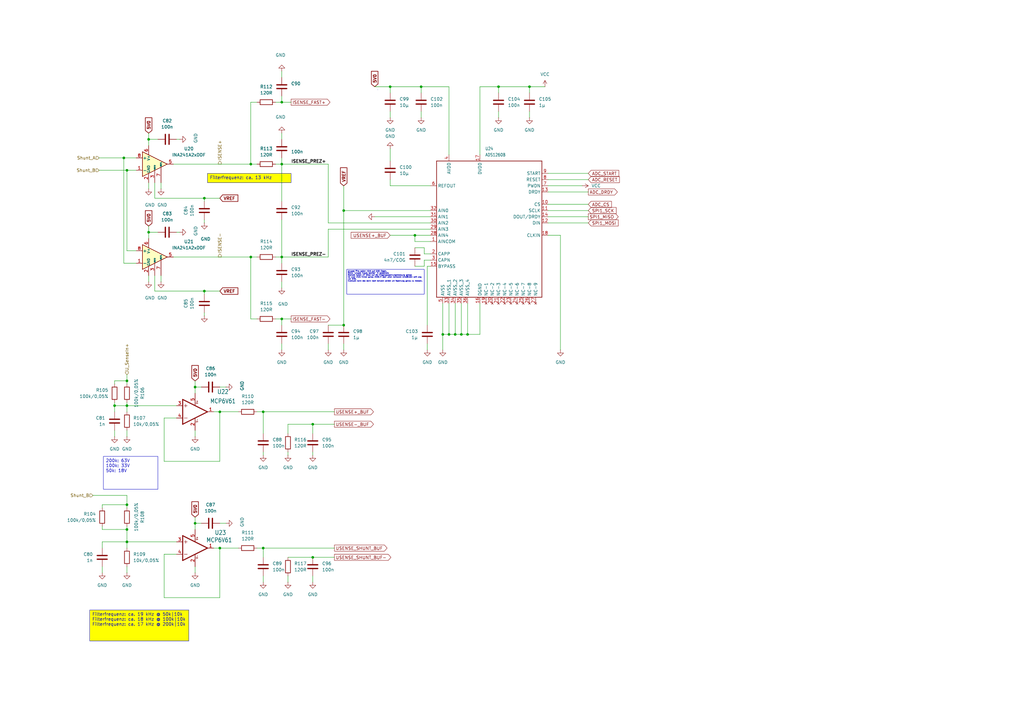
<source format=kicad_sch>
(kicad_sch
	(version 20250114)
	(generator "eeschema")
	(generator_version "9.0")
	(uuid "bcb646b7-5854-4e23-98f1-8942d41a735e")
	(paper "A3")
	(lib_symbols
		(symbol "Amplifier_Current:INA241A2xDDF"
			(pin_names
				(offset 0.127)
			)
			(exclude_from_sim no)
			(in_bom yes)
			(on_board yes)
			(property "Reference" "U"
				(at 3.81 3.81 0)
				(effects
					(font
						(size 1.27 1.27)
					)
					(justify left)
				)
			)
			(property "Value" "INA241A2xDDF"
				(at 3.81 -2.54 0)
				(effects
					(font
						(size 1.27 1.27)
					)
					(justify left)
				)
			)
			(property "Footprint" "Package_TO_SOT_SMD:SOT-23-8"
				(at 0 -16.51 0)
				(effects
					(font
						(size 1.27 1.27)
					)
					(hide yes)
				)
			)
			(property "Datasheet" "https://www.ti.com/lit/ds/symlink/ina241b.pdf"
				(at 3.81 3.81 0)
				(effects
					(font
						(size 1.27 1.27)
					)
					(hide yes)
				)
			)
			(property "Description" "High- and Low-Side, Bidirectional, Zero-Drift, Current-Sense Amplifier With Enhanced PWM Rejection, 20V/V, ±0.01% Gain Accuracy, ±10 μV Offset Voltage, SOT-23-8"
				(at 0 0 0)
				(effects
					(font
						(size 1.27 1.27)
					)
					(hide yes)
				)
			)
			(property "ki_keywords" "current monitor shunt sensor bidirectional high low"
				(at 0 0 0)
				(effects
					(font
						(size 1.27 1.27)
					)
					(hide yes)
				)
			)
			(property "ki_fp_filters" "SOT?23*"
				(at 0 0 0)
				(effects
					(font
						(size 1.27 1.27)
					)
					(hide yes)
				)
			)
			(symbol "INA241A2xDDF_0_1"
				(polyline
					(pts
						(xy 5.08 0) (xy -5.08 5.08) (xy -5.08 -5.08) (xy 5.08 0)
					)
					(stroke
						(width 0.254)
						(type default)
					)
					(fill
						(type background)
					)
				)
			)
			(symbol "INA241A2xDDF_1_1"
				(pin input line
					(at -7.62 2.54 0)
					(length 2.54)
					(name "+"
						(effects
							(font
								(size 1.27 1.27)
							)
						)
					)
					(number "8"
						(effects
							(font
								(size 1.27 1.27)
							)
						)
					)
				)
				(pin input line
					(at -7.62 -2.54 0)
					(length 2.54)
					(name "-"
						(effects
							(font
								(size 1.27 1.27)
							)
						)
					)
					(number "1"
						(effects
							(font
								(size 1.27 1.27)
							)
						)
					)
				)
				(pin power_in line
					(at -2.54 7.62 270)
					(length 3.81)
					(name "V+"
						(effects
							(font
								(size 1.016 1.016)
							)
						)
					)
					(number "6"
						(effects
							(font
								(size 1.27 1.27)
							)
						)
					)
				)
				(pin power_in line
					(at -2.54 -7.62 90)
					(length 3.81)
					(name "GND"
						(effects
							(font
								(size 1.016 1.016)
							)
						)
					)
					(number "2"
						(effects
							(font
								(size 1.27 1.27)
							)
						)
					)
				)
				(pin passive line
					(at -2.54 -7.62 90)
					(length 3.81)
					(hide yes)
					(name "GND"
						(effects
							(font
								(size 1.016 1.016)
							)
						)
					)
					(number "4"
						(effects
							(font
								(size 1.27 1.27)
							)
						)
					)
				)
				(pin passive line
					(at 0 -7.62 90)
					(length 5.08)
					(name "REF2"
						(effects
							(font
								(size 0.508 0.508)
							)
						)
					)
					(number "3"
						(effects
							(font
								(size 1.27 1.27)
							)
						)
					)
				)
				(pin passive line
					(at 2.54 -7.62 90)
					(length 6.35)
					(name "REF1"
						(effects
							(font
								(size 0.508 0.508)
							)
						)
					)
					(number "7"
						(effects
							(font
								(size 1.27 1.27)
							)
						)
					)
				)
				(pin output line
					(at 7.62 0 180)
					(length 2.54)
					(name "~"
						(effects
							(font
								(size 1.27 1.27)
							)
						)
					)
					(number "5"
						(effects
							(font
								(size 1.27 1.27)
							)
						)
					)
				)
			)
			(embedded_fonts no)
		)
		(symbol "Device:C"
			(pin_numbers
				(hide yes)
			)
			(pin_names
				(offset 0.254)
			)
			(exclude_from_sim no)
			(in_bom yes)
			(on_board yes)
			(property "Reference" "C"
				(at 0.635 2.54 0)
				(effects
					(font
						(size 1.27 1.27)
					)
					(justify left)
				)
			)
			(property "Value" "C"
				(at 0.635 -2.54 0)
				(effects
					(font
						(size 1.27 1.27)
					)
					(justify left)
				)
			)
			(property "Footprint" ""
				(at 0.9652 -3.81 0)
				(effects
					(font
						(size 1.27 1.27)
					)
					(hide yes)
				)
			)
			(property "Datasheet" "~"
				(at 0 0 0)
				(effects
					(font
						(size 1.27 1.27)
					)
					(hide yes)
				)
			)
			(property "Description" "Unpolarized capacitor"
				(at 0 0 0)
				(effects
					(font
						(size 1.27 1.27)
					)
					(hide yes)
				)
			)
			(property "ki_keywords" "cap capacitor"
				(at 0 0 0)
				(effects
					(font
						(size 1.27 1.27)
					)
					(hide yes)
				)
			)
			(property "ki_fp_filters" "C_*"
				(at 0 0 0)
				(effects
					(font
						(size 1.27 1.27)
					)
					(hide yes)
				)
			)
			(symbol "C_0_1"
				(polyline
					(pts
						(xy -2.032 0.762) (xy 2.032 0.762)
					)
					(stroke
						(width 0.508)
						(type default)
					)
					(fill
						(type none)
					)
				)
				(polyline
					(pts
						(xy -2.032 -0.762) (xy 2.032 -0.762)
					)
					(stroke
						(width 0.508)
						(type default)
					)
					(fill
						(type none)
					)
				)
			)
			(symbol "C_1_1"
				(pin passive line
					(at 0 3.81 270)
					(length 2.794)
					(name "~"
						(effects
							(font
								(size 1.27 1.27)
							)
						)
					)
					(number "1"
						(effects
							(font
								(size 1.27 1.27)
							)
						)
					)
				)
				(pin passive line
					(at 0 -3.81 90)
					(length 2.794)
					(name "~"
						(effects
							(font
								(size 1.27 1.27)
							)
						)
					)
					(number "2"
						(effects
							(font
								(size 1.27 1.27)
							)
						)
					)
				)
			)
			(embedded_fonts no)
		)
		(symbol "Device:R"
			(pin_numbers
				(hide yes)
			)
			(pin_names
				(offset 0)
			)
			(exclude_from_sim no)
			(in_bom yes)
			(on_board yes)
			(property "Reference" "R"
				(at 2.032 0 90)
				(effects
					(font
						(size 1.27 1.27)
					)
				)
			)
			(property "Value" "R"
				(at 0 0 90)
				(effects
					(font
						(size 1.27 1.27)
					)
				)
			)
			(property "Footprint" ""
				(at -1.778 0 90)
				(effects
					(font
						(size 1.27 1.27)
					)
					(hide yes)
				)
			)
			(property "Datasheet" "~"
				(at 0 0 0)
				(effects
					(font
						(size 1.27 1.27)
					)
					(hide yes)
				)
			)
			(property "Description" "Resistor"
				(at 0 0 0)
				(effects
					(font
						(size 1.27 1.27)
					)
					(hide yes)
				)
			)
			(property "ki_keywords" "R res resistor"
				(at 0 0 0)
				(effects
					(font
						(size 1.27 1.27)
					)
					(hide yes)
				)
			)
			(property "ki_fp_filters" "R_*"
				(at 0 0 0)
				(effects
					(font
						(size 1.27 1.27)
					)
					(hide yes)
				)
			)
			(symbol "R_0_1"
				(rectangle
					(start -1.016 -2.54)
					(end 1.016 2.54)
					(stroke
						(width 0.254)
						(type default)
					)
					(fill
						(type none)
					)
				)
			)
			(symbol "R_1_1"
				(pin passive line
					(at 0 3.81 270)
					(length 1.27)
					(name "~"
						(effects
							(font
								(size 1.27 1.27)
							)
						)
					)
					(number "1"
						(effects
							(font
								(size 1.27 1.27)
							)
						)
					)
				)
				(pin passive line
					(at 0 -3.81 90)
					(length 1.27)
					(name "~"
						(effects
							(font
								(size 1.27 1.27)
							)
						)
					)
					(number "2"
						(effects
							(font
								(size 1.27 1.27)
							)
						)
					)
				)
			)
			(embedded_fonts no)
		)
		(symbol "myADC:ADS1260"
			(exclude_from_sim no)
			(in_bom yes)
			(on_board yes)
			(property "Reference" "U22"
				(at 7.2741 25.4 0)
				(effects
					(font
						(size 1.27 1.0795)
					)
					(justify left)
				)
			)
			(property "Value" "ADS1260B"
				(at 7.2741 22.86 0)
				(effects
					(font
						(size 1.27 1.0795)
					)
					(justify left)
				)
			)
			(property "Footprint" "greenMeter_v3:ADS1260_VQFN-32"
				(at 0 0 0)
				(effects
					(font
						(size 1.27 1.27)
					)
					(hide yes)
				)
			)
			(property "Datasheet" "https://www.ti.com/lit/ds/symlink/ads1260.pdf?ts=1736592347563"
				(at 0 0 0)
				(effects
					(font
						(size 1.27 1.27)
					)
					(hide yes)
				)
			)
			(property "Description" "ADS1260BIRHBT A/D WANDLER 5-CH 24bit 40 kS/s 2.7V to 5.25V VQFN-32 SMD"
				(at 0 0 0)
				(effects
					(font
						(size 1.27 1.27)
					)
					(hide yes)
				)
			)
			(property "ECS Art#" "IC289"
				(at 0 0 0)
				(effects
					(font
						(size 1.27 1.27)
					)
					(hide yes)
				)
			)
			(property "HAN" "ADS1260BIRHBT"
				(at 0 0 0)
				(effects
					(font
						(size 1.27 1.27)
					)
					(hide yes)
				)
			)
			(property "Voltage" ""
				(at 0 0 0)
				(effects
					(font
						(size 1.27 1.27)
					)
					(hide yes)
				)
			)
			(property "Toleranz" ""
				(at 0 0 0)
				(effects
					(font
						(size 1.27 1.27)
					)
					(hide yes)
				)
			)
			(property "Hersteller" "TI"
				(at 0 0 0)
				(effects
					(font
						(size 1.27 1.27)
					)
					(hide yes)
				)
			)
			(property "Field-1" ""
				(at 0 0 0)
				(effects
					(font
						(size 1.27 1.27)
					)
					(hide yes)
				)
			)
			(property "Sim.Device" ""
				(at 0 0 0)
				(effects
					(font
						(size 1.27 1.27)
					)
					(hide yes)
				)
			)
			(property "Sim.Pins" ""
				(at 0 0 0)
				(effects
					(font
						(size 1.27 1.27)
					)
					(hide yes)
				)
			)
			(property "ki_locked" ""
				(at 0 0 0)
				(effects
					(font
						(size 1.27 1.27)
					)
				)
			)
			(symbol "ADS1260_1_0"
				(polyline
					(pts
						(xy -12.7 20.32) (xy -12.7 -35.56)
					)
					(stroke
						(width 0.254)
						(type solid)
					)
					(fill
						(type none)
					)
				)
				(polyline
					(pts
						(xy -12.7 -35.56) (xy 30.48 -35.56)
					)
					(stroke
						(width 0.254)
						(type solid)
					)
					(fill
						(type none)
					)
				)
				(polyline
					(pts
						(xy 30.48 20.32) (xy -12.7 20.32)
					)
					(stroke
						(width 0.254)
						(type solid)
					)
					(fill
						(type none)
					)
				)
				(polyline
					(pts
						(xy 30.48 -35.56) (xy 30.48 20.32)
					)
					(stroke
						(width 0.254)
						(type solid)
					)
					(fill
						(type none)
					)
				)
				(pin power_out line
					(at -15.24 10.16 0)
					(length 2.54)
					(name "REFOUT"
						(effects
							(font
								(size 1.27 1.27)
							)
						)
					)
					(number "6"
						(effects
							(font
								(size 1.27 1.27)
							)
						)
					)
				)
				(pin input line
					(at -15.24 0 0)
					(length 2.54)
					(name "AIN0"
						(effects
							(font
								(size 1.27 1.27)
							)
						)
					)
					(number "32"
						(effects
							(font
								(size 1.27 1.27)
							)
						)
					)
				)
				(pin input line
					(at -15.24 -2.54 0)
					(length 2.54)
					(name "AIN1"
						(effects
							(font
								(size 1.27 1.27)
							)
						)
					)
					(number "31"
						(effects
							(font
								(size 1.27 1.27)
							)
						)
					)
				)
				(pin input line
					(at -15.24 -5.08 0)
					(length 2.54)
					(name "AIN2"
						(effects
							(font
								(size 1.27 1.27)
							)
						)
					)
					(number "30"
						(effects
							(font
								(size 1.27 1.27)
							)
						)
					)
				)
				(pin input line
					(at -15.24 -7.62 0)
					(length 2.54)
					(name "AIN3"
						(effects
							(font
								(size 1.27 1.27)
							)
						)
					)
					(number "29"
						(effects
							(font
								(size 1.27 1.27)
							)
						)
					)
				)
				(pin input line
					(at -15.24 -10.16 0)
					(length 2.54)
					(name "AIN4"
						(effects
							(font
								(size 1.27 1.27)
							)
						)
					)
					(number "28"
						(effects
							(font
								(size 1.27 1.27)
							)
						)
					)
				)
				(pin input line
					(at -15.24 -12.7 0)
					(length 2.54)
					(name "AINCOM"
						(effects
							(font
								(size 1.27 1.27)
							)
						)
					)
					(number "1"
						(effects
							(font
								(size 1.27 1.27)
							)
						)
					)
				)
				(pin passive line
					(at -15.24 -17.78 0)
					(length 2.54)
					(name "CAPP"
						(effects
							(font
								(size 1.27 1.27)
							)
						)
					)
					(number "2"
						(effects
							(font
								(size 1.27 1.27)
							)
						)
					)
				)
				(pin passive line
					(at -15.24 -20.32 0)
					(length 2.54)
					(name "CAPN"
						(effects
							(font
								(size 1.27 1.27)
							)
						)
					)
					(number "3"
						(effects
							(font
								(size 1.27 1.27)
							)
						)
					)
				)
				(pin output line
					(at -15.24 -22.86 0)
					(length 2.54)
					(name "BYPASS"
						(effects
							(font
								(size 1.27 1.27)
							)
						)
					)
					(number "15"
						(effects
							(font
								(size 1.27 1.27)
							)
						)
					)
				)
				(pin power_in line
					(at -10.16 -38.1 90)
					(length 2.54)
					(name "AVSS"
						(effects
							(font
								(size 1.27 1.27)
							)
						)
					)
					(number "5"
						(effects
							(font
								(size 1.27 1.27)
							)
						)
					)
				)
				(pin power_in line
					(at -7.62 22.86 270)
					(length 2.54)
					(name "AVDD"
						(effects
							(font
								(size 1.27 1.27)
							)
						)
					)
					(number "4"
						(effects
							(font
								(size 1.27 1.27)
							)
						)
					)
				)
				(pin power_in line
					(at -7.62 -38.1 90)
					(length 2.54)
					(name "AVSS_1"
						(effects
							(font
								(size 1.27 1.27)
							)
						)
					)
					(number "33"
						(effects
							(font
								(size 1.27 1.27)
							)
						)
					)
				)
				(pin power_in line
					(at -5.08 -38.1 90)
					(length 2.54)
					(name "AVSS_2"
						(effects
							(font
								(size 1.27 1.27)
							)
						)
					)
					(number "34"
						(effects
							(font
								(size 1.27 1.27)
							)
						)
					)
				)
				(pin power_in line
					(at -2.54 -38.1 90)
					(length 2.54)
					(name "AVSS_3"
						(effects
							(font
								(size 1.27 1.27)
							)
						)
					)
					(number "35"
						(effects
							(font
								(size 1.27 1.27)
							)
						)
					)
				)
				(pin power_in line
					(at 0 -38.1 90)
					(length 2.54)
					(name "AVSS_4"
						(effects
							(font
								(size 1.27 1.27)
							)
						)
					)
					(number "36"
						(effects
							(font
								(size 1.27 1.27)
							)
						)
					)
				)
				(pin power_in line
					(at 5.08 22.86 270)
					(length 2.54)
					(name "DVDD"
						(effects
							(font
								(size 1.27 1.27)
							)
						)
					)
					(number "17"
						(effects
							(font
								(size 1.27 1.27)
							)
						)
					)
				)
				(pin power_in line
					(at 5.08 -38.1 90)
					(length 2.54)
					(name "DGND"
						(effects
							(font
								(size 1.27 1.27)
							)
						)
					)
					(number "16"
						(effects
							(font
								(size 1.27 1.27)
							)
						)
					)
				)
				(pin no_connect line
					(at 7.62 -38.1 90)
					(length 2.54)
					(name "NC-1"
						(effects
							(font
								(size 1.27 1.27)
							)
						)
					)
					(number "19"
						(effects
							(font
								(size 1.27 1.27)
							)
						)
					)
				)
				(pin no_connect line
					(at 10.16 -38.1 90)
					(length 2.54)
					(name "NC-2"
						(effects
							(font
								(size 1.27 1.27)
							)
						)
					)
					(number "20"
						(effects
							(font
								(size 1.27 1.27)
							)
						)
					)
				)
				(pin no_connect line
					(at 12.7 -38.1 90)
					(length 2.54)
					(name "NC-3"
						(effects
							(font
								(size 1.27 1.27)
							)
						)
					)
					(number "21"
						(effects
							(font
								(size 1.27 1.27)
							)
						)
					)
				)
				(pin no_connect line
					(at 15.24 -38.1 90)
					(length 2.54)
					(name "NC-4"
						(effects
							(font
								(size 1.27 1.27)
							)
						)
					)
					(number "22"
						(effects
							(font
								(size 1.27 1.27)
							)
						)
					)
				)
				(pin no_connect line
					(at 17.78 -38.1 90)
					(length 2.54)
					(name "NC-5"
						(effects
							(font
								(size 1.27 1.27)
							)
						)
					)
					(number "23"
						(effects
							(font
								(size 1.27 1.27)
							)
						)
					)
				)
				(pin no_connect line
					(at 20.32 -38.1 90)
					(length 2.54)
					(name "NC-6"
						(effects
							(font
								(size 1.27 1.27)
							)
						)
					)
					(number "24"
						(effects
							(font
								(size 1.27 1.27)
							)
						)
					)
				)
				(pin no_connect line
					(at 22.86 -38.1 90)
					(length 2.54)
					(name "NC-7"
						(effects
							(font
								(size 1.27 1.27)
							)
						)
					)
					(number "25"
						(effects
							(font
								(size 1.27 1.27)
							)
						)
					)
				)
				(pin no_connect line
					(at 25.4 -38.1 90)
					(length 2.54)
					(name "NC-8"
						(effects
							(font
								(size 1.27 1.27)
							)
						)
					)
					(number "26"
						(effects
							(font
								(size 1.27 1.27)
							)
						)
					)
				)
				(pin no_connect line
					(at 27.94 -38.1 90)
					(length 2.54)
					(name "NC-9"
						(effects
							(font
								(size 1.27 1.27)
							)
						)
					)
					(number "27"
						(effects
							(font
								(size 1.27 1.27)
							)
						)
					)
				)
				(pin input line
					(at 33.02 15.24 180)
					(length 2.54)
					(name "START"
						(effects
							(font
								(size 1.27 1.27)
							)
						)
					)
					(number "9"
						(effects
							(font
								(size 1.27 1.27)
							)
						)
					)
				)
				(pin input line
					(at 33.02 12.7 180)
					(length 2.54)
					(name "RESET"
						(effects
							(font
								(size 1.27 1.27)
							)
						)
					)
					(number "8"
						(effects
							(font
								(size 1.27 1.27)
							)
						)
					)
				)
				(pin input line
					(at 33.02 10.16 180)
					(length 2.54)
					(name "PWDN"
						(effects
							(font
								(size 1.27 1.27)
							)
						)
					)
					(number "7"
						(effects
							(font
								(size 1.27 1.27)
							)
						)
					)
				)
				(pin output line
					(at 33.02 7.62 180)
					(length 2.54)
					(name "DRDY"
						(effects
							(font
								(size 1.27 1.27)
							)
						)
					)
					(number "13"
						(effects
							(font
								(size 1.27 1.27)
							)
						)
					)
				)
				(pin input line
					(at 33.02 2.54 180)
					(length 2.54)
					(name "CS"
						(effects
							(font
								(size 1.27 1.27)
							)
						)
					)
					(number "10"
						(effects
							(font
								(size 1.27 1.27)
							)
						)
					)
				)
				(pin input line
					(at 33.02 0 180)
					(length 2.54)
					(name "SCLK"
						(effects
							(font
								(size 1.27 1.27)
							)
						)
					)
					(number "11"
						(effects
							(font
								(size 1.27 1.27)
							)
						)
					)
				)
				(pin output line
					(at 33.02 -2.54 180)
					(length 2.54)
					(name "DOUT/DRDY"
						(effects
							(font
								(size 1.27 1.27)
							)
						)
					)
					(number "14"
						(effects
							(font
								(size 1.27 1.27)
							)
						)
					)
				)
				(pin input line
					(at 33.02 -5.08 180)
					(length 2.54)
					(name "DIN"
						(effects
							(font
								(size 1.27 1.27)
							)
						)
					)
					(number "12"
						(effects
							(font
								(size 1.27 1.27)
							)
						)
					)
				)
				(pin input line
					(at 33.02 -10.16 180)
					(length 2.54)
					(name "CLKIN"
						(effects
							(font
								(size 1.27 1.27)
							)
						)
					)
					(number "18"
						(effects
							(font
								(size 1.27 1.27)
							)
						)
					)
				)
			)
			(embedded_fonts no)
		)
		(symbol "myGreenMeterLibInport:S08_MCP601OT"
			(exclude_from_sim no)
			(in_bom yes)
			(on_board yes)
			(property "Reference" "IC"
				(at 2.54 3.175 0)
				(effects
					(font
						(size 1.778 1.5113)
					)
					(justify left bottom)
				)
			)
			(property "Value" ""
				(at 2.54 -5.08 0)
				(effects
					(font
						(size 1.778 1.5113)
					)
					(justify left bottom)
				)
			)
			(property "Footprint" "greenMeter_v3:S08_SOT23-5"
				(at 0 0 0)
				(effects
					(font
						(size 1.27 1.27)
					)
					(hide yes)
				)
			)
			(property "Datasheet" ""
				(at 0 0 0)
				(effects
					(font
						(size 1.27 1.27)
					)
					(hide yes)
				)
			)
			(property "Description" "Single Op Amp 2.7V to 6.0V Single Supply CMOS\n\nSource: http://ww1.microchip.com/downloads/en/DeviceDoc/21314g.pdf"
				(at 0 0 0)
				(effects
					(font
						(size 1.27 1.27)
					)
					(hide yes)
				)
			)
			(property "ki_locked" ""
				(at 0 0 0)
				(effects
					(font
						(size 1.27 1.27)
					)
				)
			)
			(symbol "S08_MCP601OT_1_0"
				(polyline
					(pts
						(xy -5.08 5.08) (xy -5.08 -5.08)
					)
					(stroke
						(width 0.4064)
						(type solid)
					)
					(fill
						(type none)
					)
				)
				(polyline
					(pts
						(xy -5.08 -5.08) (xy 5.08 0)
					)
					(stroke
						(width 0.4064)
						(type solid)
					)
					(fill
						(type none)
					)
				)
				(polyline
					(pts
						(xy -4.445 2.54) (xy -3.175 2.54)
					)
					(stroke
						(width 0.1524)
						(type solid)
					)
					(fill
						(type none)
					)
				)
				(polyline
					(pts
						(xy -4.445 -2.54) (xy -3.175 -2.54)
					)
					(stroke
						(width 0.1524)
						(type solid)
					)
					(fill
						(type none)
					)
				)
				(polyline
					(pts
						(xy -3.81 3.175) (xy -3.81 1.905)
					)
					(stroke
						(width 0.1524)
						(type solid)
					)
					(fill
						(type none)
					)
				)
				(polyline
					(pts
						(xy 5.08 0) (xy -5.08 5.08)
					)
					(stroke
						(width 0.4064)
						(type solid)
					)
					(fill
						(type none)
					)
				)
				(text "V+"
					(at 1.27 3.175 900)
					(effects
						(font
							(size 0.8128 0.6908)
						)
						(justify left bottom)
					)
				)
				(text "V-"
					(at 1.27 -4.445 900)
					(effects
						(font
							(size 0.8128 0.6908)
						)
						(justify left bottom)
					)
				)
				(pin input line
					(at -7.62 2.54 0)
					(length 2.54)
					(name "+IN"
						(effects
							(font
								(size 0 0)
							)
						)
					)
					(number "3"
						(effects
							(font
								(size 1.27 1.27)
							)
						)
					)
				)
				(pin input line
					(at -7.62 -2.54 0)
					(length 2.54)
					(name "-IN"
						(effects
							(font
								(size 0 0)
							)
						)
					)
					(number "4"
						(effects
							(font
								(size 1.27 1.27)
							)
						)
					)
				)
				(pin power_in line
					(at 0 7.62 270)
					(length 5.08)
					(name "V+"
						(effects
							(font
								(size 0 0)
							)
						)
					)
					(number "5"
						(effects
							(font
								(size 1.27 1.27)
							)
						)
					)
				)
				(pin power_in line
					(at 0 -7.62 90)
					(length 5.08)
					(name "V-"
						(effects
							(font
								(size 0 0)
							)
						)
					)
					(number "2"
						(effects
							(font
								(size 1.27 1.27)
							)
						)
					)
				)
				(pin output line
					(at 7.62 0 180)
					(length 2.54)
					(name "OUT"
						(effects
							(font
								(size 0 0)
							)
						)
					)
					(number "1"
						(effects
							(font
								(size 1.27 1.27)
							)
						)
					)
				)
			)
			(embedded_fonts no)
		)
		(symbol "power:GND"
			(power)
			(pin_numbers
				(hide yes)
			)
			(pin_names
				(offset 0)
				(hide yes)
			)
			(exclude_from_sim no)
			(in_bom yes)
			(on_board yes)
			(property "Reference" "#PWR"
				(at 0 -6.35 0)
				(effects
					(font
						(size 1.27 1.27)
					)
					(hide yes)
				)
			)
			(property "Value" "GND"
				(at 0 -3.81 0)
				(effects
					(font
						(size 1.27 1.27)
					)
				)
			)
			(property "Footprint" ""
				(at 0 0 0)
				(effects
					(font
						(size 1.27 1.27)
					)
					(hide yes)
				)
			)
			(property "Datasheet" ""
				(at 0 0 0)
				(effects
					(font
						(size 1.27 1.27)
					)
					(hide yes)
				)
			)
			(property "Description" "Power symbol creates a global label with name \"GND\" , ground"
				(at 0 0 0)
				(effects
					(font
						(size 1.27 1.27)
					)
					(hide yes)
				)
			)
			(property "ki_keywords" "global power"
				(at 0 0 0)
				(effects
					(font
						(size 1.27 1.27)
					)
					(hide yes)
				)
			)
			(symbol "GND_0_1"
				(polyline
					(pts
						(xy 0 0) (xy 0 -1.27) (xy 1.27 -1.27) (xy 0 -2.54) (xy -1.27 -1.27) (xy 0 -1.27)
					)
					(stroke
						(width 0)
						(type default)
					)
					(fill
						(type none)
					)
				)
			)
			(symbol "GND_1_1"
				(pin power_in line
					(at 0 0 270)
					(length 0)
					(name "~"
						(effects
							(font
								(size 1.27 1.27)
							)
						)
					)
					(number "1"
						(effects
							(font
								(size 1.27 1.27)
							)
						)
					)
				)
			)
			(embedded_fonts no)
		)
		(symbol "power:VCC"
			(power)
			(pin_numbers
				(hide yes)
			)
			(pin_names
				(offset 0)
				(hide yes)
			)
			(exclude_from_sim no)
			(in_bom yes)
			(on_board yes)
			(property "Reference" "#PWR"
				(at 0 -3.81 0)
				(effects
					(font
						(size 1.27 1.27)
					)
					(hide yes)
				)
			)
			(property "Value" "VCC"
				(at 0 3.556 0)
				(effects
					(font
						(size 1.27 1.27)
					)
				)
			)
			(property "Footprint" ""
				(at 0 0 0)
				(effects
					(font
						(size 1.27 1.27)
					)
					(hide yes)
				)
			)
			(property "Datasheet" ""
				(at 0 0 0)
				(effects
					(font
						(size 1.27 1.27)
					)
					(hide yes)
				)
			)
			(property "Description" "Power symbol creates a global label with name \"VCC\""
				(at 0 0 0)
				(effects
					(font
						(size 1.27 1.27)
					)
					(hide yes)
				)
			)
			(property "ki_keywords" "global power"
				(at 0 0 0)
				(effects
					(font
						(size 1.27 1.27)
					)
					(hide yes)
				)
			)
			(symbol "VCC_0_1"
				(polyline
					(pts
						(xy -0.762 1.27) (xy 0 2.54)
					)
					(stroke
						(width 0)
						(type default)
					)
					(fill
						(type none)
					)
				)
				(polyline
					(pts
						(xy 0 2.54) (xy 0.762 1.27)
					)
					(stroke
						(width 0)
						(type default)
					)
					(fill
						(type none)
					)
				)
				(polyline
					(pts
						(xy 0 0) (xy 0 2.54)
					)
					(stroke
						(width 0)
						(type default)
					)
					(fill
						(type none)
					)
				)
			)
			(symbol "VCC_1_1"
				(pin power_in line
					(at 0 0 90)
					(length 0)
					(name "~"
						(effects
							(font
								(size 1.27 1.27)
							)
						)
					)
					(number "1"
						(effects
							(font
								(size 1.27 1.27)
							)
						)
					)
				)
			)
			(embedded_fonts no)
		)
	)
	(text_box ""
		(exclude_from_sim no)
		(at 154.94 36.83 0)
		(size 0 0)
		(margins 0.9525 0.9525 0.9525 0.9525)
		(stroke
			(width 0)
			(type default)
		)
		(fill
			(type color)
			(color 255 255 0 1)
		)
		(effects
			(font
				(size 1.27 1.27)
				(thickness 0.254)
				(bold yes)
			)
			(justify left top)
		)
		(uuid "0d32e085-5910-4a5a-8a28-85f7d712e085")
	)
	(text_box "Filterfrequenz: ca. 19 kHz @ 50k|10k\nFilterfrequenz: ca. 18 kHz @ 100k|10k\nFilterfrequenz: ca. 17 kHz @ 200k|10k\n"
		(exclude_from_sim no)
		(at 36.83 250.19 0)
		(size 40.64 12.7)
		(margins 0.9525 0.9525 0.9525 0.9525)
		(stroke
			(width 0)
			(type default)
		)
		(fill
			(type color)
			(color 255 255 0 1)
		)
		(effects
			(font
				(size 1.27 1.27)
			)
			(justify left top)
		)
		(uuid "0ea09208-dd44-4716-bb26-7d61038b8bf2")
	)
	(text_box "200k: 63V\n100k: 33V\n50k: 18V"
		(exclude_from_sim no)
		(at 42.418 187.198 0)
		(size 22.352 13.462)
		(margins 0.9525 0.9525 0.9525 0.9525)
		(stroke
			(width 0)
			(type default)
		)
		(fill
			(type none)
		)
		(effects
			(font
				(size 1.27 1.27)
			)
			(justify left top)
		)
		(uuid "7ec831b6-fdcc-4cf8-ab39-e9f5606b9f5a")
	)
	(text_box "Unused Pins sollen nicht auf GND liegen.\nSiehe \"unused inputs section\" in datasheet.\nDeshalb haben wir diese auf die Eingangsspannungsmessung gelegt.\nIst zwar nicht immer genau AVDD/2 aber unter normalen Umständen weit weg von GND.\nEventuell kann das dann noch benutzt werden um Spannung genau zu messen."
		(exclude_from_sim no)
		(at 142.24 110.49 0)
		(size 31.75 10.16)
		(margins 0.375 0.375 0.375 0.375)
		(stroke
			(width 0)
			(type default)
		)
		(fill
			(type none)
		)
		(effects
			(font
				(size 0.5 0.5)
			)
			(justify left top)
		)
		(uuid "d6014a95-53e6-48b8-af9b-14fbedb9a084")
	)
	(text_box "Filterfrequenz: ca. 13 kHz\n"
		(exclude_from_sim no)
		(at 85.09 71.12 0)
		(size 34.29 3.81)
		(margins 0.9525 0.9525 0.9525 0.9525)
		(stroke
			(width 0)
			(type default)
		)
		(fill
			(type color)
			(color 255 255 0 1)
		)
		(effects
			(font
				(size 1.27 1.27)
			)
			(justify left top)
		)
		(uuid "e2a42b8a-9174-4255-b187-4c24488ac18f")
	)
	(junction
		(at 52.07 69.85)
		(diameter 0)
		(color 0 0 0 0)
		(uuid "0127ab17-3807-4209-b4e1-985918e46c14")
	)
	(junction
		(at 90.17 168.91)
		(diameter 0)
		(color 0 0 0 0)
		(uuid "1ebad396-9e1c-4410-9b9b-50a1ce1348e2")
	)
	(junction
		(at 115.57 41.91)
		(diameter 0)
		(color 0 0 0 0)
		(uuid "2fea6115-000f-4a51-9500-040b94d3fe88")
	)
	(junction
		(at 184.15 137.16)
		(diameter 0)
		(color 0 0 0 0)
		(uuid "3cdeb1cf-0418-4e66-b065-a5a8d1ddd047")
	)
	(junction
		(at 128.27 173.99)
		(diameter 0)
		(color 0 0 0 0)
		(uuid "3d213016-89c4-46e9-8e65-f14a2c4ab08e")
	)
	(junction
		(at 80.01 158.75)
		(diameter 0)
		(color 0 0 0 0)
		(uuid "420f9b79-1fcd-44f3-9f7d-c72cf625b8b7")
	)
	(junction
		(at 217.17 35.56)
		(diameter 0)
		(color 0 0 0 0)
		(uuid "4b5ff0fa-bd27-416c-8a16-afb19965a244")
	)
	(junction
		(at 80.01 214.63)
		(diameter 0)
		(color 0 0 0 0)
		(uuid "52d0693b-a48a-4c1b-9287-af639548741a")
	)
	(junction
		(at 107.95 168.91)
		(diameter 0)
		(color 0 0 0 0)
		(uuid "5d727574-84a8-4ba9-9325-8114728bcf41")
	)
	(junction
		(at 83.82 81.28)
		(diameter 0)
		(color 0 0 0 0)
		(uuid "5ef1d1d5-483e-4ce8-84fc-70997ff37118")
	)
	(junction
		(at 160.02 35.56)
		(diameter 0)
		(color 0 0 0 0)
		(uuid "5f0a248a-c2a6-4c3c-9f0f-2995356d8e08")
	)
	(junction
		(at 90.17 224.79)
		(diameter 0)
		(color 0 0 0 0)
		(uuid "62be326c-ab4d-4c90-a2f5-9e6cae3e9c8b")
	)
	(junction
		(at 46.99 166.37)
		(diameter 0)
		(color 0 0 0 0)
		(uuid "6ab569aa-950d-44d5-9fc1-2101ed45b649")
	)
	(junction
		(at 115.57 130.81)
		(diameter 0)
		(color 0 0 0 0)
		(uuid "6af49734-e63d-427b-bd2d-7030fa55d232")
	)
	(junction
		(at 83.82 119.38)
		(diameter 0)
		(color 0 0 0 0)
		(uuid "6c664845-5ec5-49b1-856a-403923d90eb0")
	)
	(junction
		(at 102.87 105.41)
		(diameter 0)
		(color 0 0 0 0)
		(uuid "6d6016ce-b911-4f6c-beda-fd56bd08b828")
	)
	(junction
		(at 60.96 95.25)
		(diameter 0)
		(color 0 0 0 0)
		(uuid "729565f3-8aa2-4249-91be-261c30091fba")
	)
	(junction
		(at 140.97 133.35)
		(diameter 0)
		(color 0 0 0 0)
		(uuid "75c5f5c6-daee-4a82-a8ce-bed6053d06aa")
	)
	(junction
		(at 115.57 67.31)
		(diameter 0)
		(color 0 0 0 0)
		(uuid "7fd1e8b2-b319-4b1f-b754-109c0c8b2df9")
	)
	(junction
		(at 107.95 224.79)
		(diameter 0)
		(color 0 0 0 0)
		(uuid "8067c1ec-a5a0-45bb-ad8f-86d31b551ba6")
	)
	(junction
		(at 60.96 57.15)
		(diameter 0)
		(color 0 0 0 0)
		(uuid "814649d2-e3d3-47c5-b398-914e567dcafc")
	)
	(junction
		(at 181.61 137.16)
		(diameter 0)
		(color 0 0 0 0)
		(uuid "86fd842d-17f9-47b1-a62a-28554f154277")
	)
	(junction
		(at 172.72 35.56)
		(diameter 0)
		(color 0 0 0 0)
		(uuid "8cb3d7b1-8872-441e-9698-bd8d29160d5c")
	)
	(junction
		(at 140.97 86.36)
		(diameter 0)
		(color 0 0 0 0)
		(uuid "8fdfd5c9-2e62-4d01-af79-b29a1e6cd41b")
	)
	(junction
		(at 191.77 137.16)
		(diameter 0)
		(color 0 0 0 0)
		(uuid "956ccdf9-c75f-44bf-863c-fb3cf12e6469")
	)
	(junction
		(at 128.27 228.6)
		(diameter 0)
		(color 0 0 0 0)
		(uuid "96115c1f-8615-4a7e-8a8f-d0b5c3ebfdc2")
	)
	(junction
		(at 52.07 166.37)
		(diameter 0)
		(color 0 0 0 0)
		(uuid "a61e4b1f-2ac4-407d-bc62-d7a7083ec93f")
	)
	(junction
		(at 50.8 64.77)
		(diameter 0)
		(color 0 0 0 0)
		(uuid "b2a82b3b-fea3-45bd-99ae-609910079711")
	)
	(junction
		(at 52.07 207.01)
		(diameter 0)
		(color 0 0 0 0)
		(uuid "bfa69cbe-eaf6-4216-b934-f82e7e6db92e")
	)
	(junction
		(at 52.07 156.21)
		(diameter 0)
		(color 0 0 0 0)
		(uuid "d2ae476e-d0e9-4b29-9557-4f909d238822")
	)
	(junction
		(at 186.69 137.16)
		(diameter 0)
		(color 0 0 0 0)
		(uuid "d8f91c22-6e53-46f7-9c9a-e7c931e07dd8")
	)
	(junction
		(at 52.07 217.17)
		(diameter 0)
		(color 0 0 0 0)
		(uuid "df41c165-06ae-4490-98b1-62bcbabb00ca")
	)
	(junction
		(at 189.23 137.16)
		(diameter 0)
		(color 0 0 0 0)
		(uuid "eb5bd575-6b93-4ef5-8136-fad4e1c8cd9c")
	)
	(junction
		(at 204.47 35.56)
		(diameter 0)
		(color 0 0 0 0)
		(uuid "ee4b809e-a842-47ce-ba39-d11d89bf6e1e")
	)
	(junction
		(at 115.57 105.41)
		(diameter 0)
		(color 0 0 0 0)
		(uuid "ee71230f-1cb9-430a-aa22-8a800905e8bf")
	)
	(junction
		(at 102.87 67.31)
		(diameter 0)
		(color 0 0 0 0)
		(uuid "ef6e76bb-b3bb-40b5-96a7-42fc7f36e633")
	)
	(junction
		(at 170.18 96.52)
		(diameter 0)
		(color 0 0 0 0)
		(uuid "f211709e-e207-482b-a293-591af96334b5")
	)
	(junction
		(at 52.07 222.25)
		(diameter 0)
		(color 0 0 0 0)
		(uuid "fbf137fe-3bf2-4213-9b6d-f3fec0949fd8")
	)
	(wire
		(pts
			(xy 46.99 176.53) (xy 46.99 179.07)
		)
		(stroke
			(width 0)
			(type default)
		)
		(uuid "0290bd92-9691-4f8a-b20f-2584c0ec19db")
	)
	(wire
		(pts
			(xy 173.99 106.68) (xy 176.53 106.68)
		)
		(stroke
			(width 0)
			(type default)
		)
		(uuid "04f7c860-ac6d-4e2e-9550-11325e8a6968")
	)
	(wire
		(pts
			(xy 113.03 67.31) (xy 115.57 67.31)
		)
		(stroke
			(width 0)
			(type default)
		)
		(uuid "056dfdea-0ac0-4fa6-a2de-a95d3de19889")
	)
	(wire
		(pts
			(xy 71.12 67.31) (xy 102.87 67.31)
		)
		(stroke
			(width 0)
			(type default)
		)
		(uuid "05c8e5fe-2c62-43ba-ae46-ecfc27d2705e")
	)
	(wire
		(pts
			(xy 115.57 29.21) (xy 115.57 31.75)
		)
		(stroke
			(width 0)
			(type default)
		)
		(uuid "05fc54a6-246c-423d-a264-0017ff1cec7d")
	)
	(wire
		(pts
			(xy 191.77 137.16) (xy 189.23 137.16)
		)
		(stroke
			(width 0)
			(type default)
		)
		(uuid "075a14d6-10c9-407b-b072-f0555b887976")
	)
	(wire
		(pts
			(xy 72.39 227.33) (xy 67.31 227.33)
		)
		(stroke
			(width 0)
			(type default)
		)
		(uuid "07657e2e-d61b-4e9a-b4e1-73fe1d7bc2a7")
	)
	(wire
		(pts
			(xy 67.31 189.23) (xy 90.17 189.23)
		)
		(stroke
			(width 0)
			(type default)
		)
		(uuid "077a56f8-7fe1-4a5e-bc56-e94a1e8ed0d6")
	)
	(wire
		(pts
			(xy 115.57 64.77) (xy 115.57 67.31)
		)
		(stroke
			(width 0)
			(type default)
		)
		(uuid "090f6353-5843-40e0-88ec-263a7367234b")
	)
	(wire
		(pts
			(xy 128.27 173.99) (xy 128.27 177.8)
		)
		(stroke
			(width 0)
			(type default)
		)
		(uuid "09830184-11a2-448f-97f8-b7e8b3caf227")
	)
	(wire
		(pts
			(xy 80.01 176.53) (xy 80.01 179.07)
		)
		(stroke
			(width 0)
			(type default)
		)
		(uuid "09dae73f-9999-486d-a2ed-146b17ef7614")
	)
	(wire
		(pts
			(xy 172.72 35.56) (xy 172.72 38.1)
		)
		(stroke
			(width 0)
			(type default)
		)
		(uuid "09f869a8-195c-41bc-bb21-4c88e07de16b")
	)
	(wire
		(pts
			(xy 83.82 81.28) (xy 83.82 82.55)
		)
		(stroke
			(width 0)
			(type default)
		)
		(uuid "0a54d8b9-3975-4c1d-8c9f-12a99b7f9874")
	)
	(wire
		(pts
			(xy 52.07 222.25) (xy 52.07 224.79)
		)
		(stroke
			(width 0)
			(type default)
		)
		(uuid "0acdb308-0ab7-4ddc-be35-0957b84afd5a")
	)
	(wire
		(pts
			(xy 52.07 203.2) (xy 52.07 207.01)
		)
		(stroke
			(width 0)
			(type default)
		)
		(uuid "0b74e708-c60b-460f-a9fe-57403de943e3")
	)
	(wire
		(pts
			(xy 50.8 64.77) (xy 55.88 64.77)
		)
		(stroke
			(width 0)
			(type default)
		)
		(uuid "0e95c412-f0e3-49a9-8d0b-ac9eba43e6e5")
	)
	(wire
		(pts
			(xy 140.97 86.36) (xy 176.53 86.36)
		)
		(stroke
			(width 0)
			(type default)
		)
		(uuid "103c929a-115c-49ad-b114-1e9d2f9ee311")
	)
	(wire
		(pts
			(xy 40.64 64.77) (xy 50.8 64.77)
		)
		(stroke
			(width 0)
			(type default)
		)
		(uuid "11380598-7313-4fa4-81a9-f6d68446ce62")
	)
	(wire
		(pts
			(xy 196.85 124.46) (xy 196.85 137.16)
		)
		(stroke
			(width 0)
			(type default)
		)
		(uuid "16f3ada9-8b85-45ed-80c6-7a9b5be25d55")
	)
	(wire
		(pts
			(xy 80.01 232.41) (xy 80.01 234.95)
		)
		(stroke
			(width 0)
			(type default)
		)
		(uuid "1abe071c-ee09-495a-84ca-a1ca72739961")
	)
	(wire
		(pts
			(xy 196.85 35.56) (xy 204.47 35.56)
		)
		(stroke
			(width 0)
			(type default)
		)
		(uuid "1b6b5243-c37a-4652-824f-7fe18176b79d")
	)
	(wire
		(pts
			(xy 90.17 214.63) (xy 92.71 214.63)
		)
		(stroke
			(width 0)
			(type default)
		)
		(uuid "1b990ffc-0631-4f05-b859-4e6755b321e7")
	)
	(wire
		(pts
			(xy 118.11 185.42) (xy 118.11 186.69)
		)
		(stroke
			(width 0)
			(type default)
		)
		(uuid "1bdc531f-3921-4226-8980-e44596c57ec5")
	)
	(wire
		(pts
			(xy 60.96 92.71) (xy 60.96 95.25)
		)
		(stroke
			(width 0)
			(type default)
		)
		(uuid "1cd92f62-8f7f-4655-82fd-020e57bee2ec")
	)
	(wire
		(pts
			(xy 224.79 71.12) (xy 241.3 71.12)
		)
		(stroke
			(width 0)
			(type default)
		)
		(uuid "1ce9892f-5e0c-451f-bc26-58386f20128f")
	)
	(wire
		(pts
			(xy 52.07 176.53) (xy 52.07 179.07)
		)
		(stroke
			(width 0)
			(type default)
		)
		(uuid "1e8583a5-afc3-408f-9733-68986b62eea6")
	)
	(wire
		(pts
			(xy 118.11 173.99) (xy 128.27 173.99)
		)
		(stroke
			(width 0)
			(type default)
		)
		(uuid "1effe6cf-c19f-4724-ae99-8cb1ca925fd9")
	)
	(wire
		(pts
			(xy 115.57 39.37) (xy 115.57 41.91)
		)
		(stroke
			(width 0)
			(type default)
		)
		(uuid "1f15df61-bac1-4d94-b69f-9cc0b42c4ce2")
	)
	(wire
		(pts
			(xy 83.82 128.27) (xy 83.82 129.54)
		)
		(stroke
			(width 0)
			(type default)
		)
		(uuid "203c793a-3f64-4408-8c28-aeb03ea3b701")
	)
	(wire
		(pts
			(xy 60.96 95.25) (xy 60.96 97.79)
		)
		(stroke
			(width 0)
			(type default)
		)
		(uuid "224a474d-1d4d-4535-9901-7c782943cf57")
	)
	(wire
		(pts
			(xy 229.87 96.52) (xy 229.87 143.51)
		)
		(stroke
			(width 0)
			(type default)
		)
		(uuid "22b7b238-f90f-49cc-b858-0da3c8ca6c9b")
	)
	(wire
		(pts
			(xy 172.72 35.56) (xy 184.15 35.56)
		)
		(stroke
			(width 0)
			(type default)
		)
		(uuid "2442ab36-bcbb-4762-a483-39c732a100bf")
	)
	(wire
		(pts
			(xy 160.02 96.52) (xy 170.18 96.52)
		)
		(stroke
			(width 0)
			(type default)
		)
		(uuid "261d5bd6-577a-469a-938c-823947ff2d07")
	)
	(wire
		(pts
			(xy 83.82 120.65) (xy 83.82 119.38)
		)
		(stroke
			(width 0)
			(type default)
		)
		(uuid "276be1bd-ab96-41e8-acc9-3c4d471bb782")
	)
	(wire
		(pts
			(xy 60.96 113.03) (xy 60.96 115.57)
		)
		(stroke
			(width 0)
			(type default)
		)
		(uuid "2a71d876-e3da-4ed0-b90e-c782987a8d5c")
	)
	(wire
		(pts
			(xy 67.31 245.11) (xy 90.17 245.11)
		)
		(stroke
			(width 0)
			(type default)
		)
		(uuid "2cba3031-0baa-459b-8db0-64506e604ee0")
	)
	(wire
		(pts
			(xy 60.96 57.15) (xy 60.96 59.69)
		)
		(stroke
			(width 0)
			(type default)
		)
		(uuid "2d0c2bee-070a-4cdb-a229-3fa2d7dca42a")
	)
	(wire
		(pts
			(xy 102.87 130.81) (xy 102.87 105.41)
		)
		(stroke
			(width 0)
			(type default)
		)
		(uuid "2d13a9b4-cadd-4d48-92df-5449be3ede14")
	)
	(wire
		(pts
			(xy 41.91 222.25) (xy 52.07 222.25)
		)
		(stroke
			(width 0)
			(type default)
		)
		(uuid "318a6bc0-f84b-42e9-a9e4-1f07e975de51")
	)
	(wire
		(pts
			(xy 175.26 109.22) (xy 175.26 133.35)
		)
		(stroke
			(width 0)
			(type default)
		)
		(uuid "33941041-10f0-474c-9fe6-d4ad691350db")
	)
	(wire
		(pts
			(xy 115.57 115.57) (xy 115.57 118.11)
		)
		(stroke
			(width 0)
			(type default)
		)
		(uuid "35a13f89-192c-4074-b1f5-d6a35751b680")
	)
	(wire
		(pts
			(xy 90.17 224.79) (xy 87.63 224.79)
		)
		(stroke
			(width 0)
			(type default)
		)
		(uuid "3678d0ce-0c95-45b2-90ec-edb525aad5cc")
	)
	(wire
		(pts
			(xy 66.04 74.93) (xy 66.04 77.47)
		)
		(stroke
			(width 0)
			(type default)
		)
		(uuid "37264a33-a187-4469-a0ce-338c5384d088")
	)
	(wire
		(pts
			(xy 40.64 69.85) (xy 52.07 69.85)
		)
		(stroke
			(width 0)
			(type default)
		)
		(uuid "380f2f6f-42cc-4e0e-92eb-6b1f81c7545b")
	)
	(wire
		(pts
			(xy 140.97 76.2) (xy 140.97 86.36)
		)
		(stroke
			(width 0)
			(type default)
		)
		(uuid "381e14b1-a528-42b7-905c-00d810fff045")
	)
	(wire
		(pts
			(xy 224.79 78.74) (xy 241.3 78.74)
		)
		(stroke
			(width 0)
			(type default)
		)
		(uuid "38cb3e56-b559-44fc-9d38-bbab16bb6cc8")
	)
	(wire
		(pts
			(xy 173.99 101.6) (xy 173.99 104.14)
		)
		(stroke
			(width 0)
			(type default)
		)
		(uuid "3ae223a6-35d9-4850-ab10-b3fb18e5ab57")
	)
	(wire
		(pts
			(xy 67.31 227.33) (xy 67.31 245.11)
		)
		(stroke
			(width 0)
			(type default)
		)
		(uuid "3dd925a5-5318-4273-9aca-d4df9c7ddc76")
	)
	(wire
		(pts
			(xy 83.82 81.28) (xy 90.17 81.28)
		)
		(stroke
			(width 0)
			(type default)
		)
		(uuid "3e141b87-9962-4db1-9484-e2dd083b3847")
	)
	(wire
		(pts
			(xy 52.07 165.1) (xy 52.07 166.37)
		)
		(stroke
			(width 0)
			(type default)
		)
		(uuid "410a90cd-c2c1-403f-b767-8539f60288ac")
	)
	(wire
		(pts
			(xy 176.53 109.22) (xy 175.26 109.22)
		)
		(stroke
			(width 0)
			(type default)
		)
		(uuid "417d4e71-bf01-4cd8-97e9-45f4ed3b6b31")
	)
	(wire
		(pts
			(xy 90.17 245.11) (xy 90.17 224.79)
		)
		(stroke
			(width 0)
			(type default)
		)
		(uuid "441a4d57-7b55-41e7-be21-15dc55747e4f")
	)
	(wire
		(pts
			(xy 52.07 156.21) (xy 52.07 157.48)
		)
		(stroke
			(width 0)
			(type default)
		)
		(uuid "45340b2d-4b29-46b4-b75f-f8864e163771")
	)
	(wire
		(pts
			(xy 52.07 232.41) (xy 52.07 234.95)
		)
		(stroke
			(width 0)
			(type default)
		)
		(uuid "453ad20d-5ce6-4301-8afa-40017b43f2fd")
	)
	(wire
		(pts
			(xy 181.61 124.46) (xy 181.61 137.16)
		)
		(stroke
			(width 0)
			(type default)
		)
		(uuid "467003c4-8907-41fc-89d6-94374773322a")
	)
	(wire
		(pts
			(xy 115.57 130.81) (xy 115.57 133.35)
		)
		(stroke
			(width 0)
			(type default)
		)
		(uuid "472dfd02-da17-4a1f-b237-785c9ee907d6")
	)
	(wire
		(pts
			(xy 41.91 215.9) (xy 41.91 217.17)
		)
		(stroke
			(width 0)
			(type default)
		)
		(uuid "47710b83-3cca-4c2b-95e4-284006cfc7c3")
	)
	(wire
		(pts
			(xy 160.02 45.72) (xy 160.02 48.26)
		)
		(stroke
			(width 0)
			(type default)
		)
		(uuid "483454c7-7bc7-46ca-a9bc-178d59b83153")
	)
	(wire
		(pts
			(xy 80.01 214.63) (xy 80.01 217.17)
		)
		(stroke
			(width 0)
			(type default)
		)
		(uuid "485ed25c-65b6-4120-870a-9f0fcaec4dc5")
	)
	(wire
		(pts
			(xy 153.67 35.56) (xy 160.02 35.56)
		)
		(stroke
			(width 0)
			(type default)
		)
		(uuid "48edbb16-86b5-468e-9c89-950480cba171")
	)
	(wire
		(pts
			(xy 134.62 93.98) (xy 134.62 105.41)
		)
		(stroke
			(width 0)
			(type default)
		)
		(uuid "492afa81-5e6e-4dc3-9048-8a4facf6ec3d")
	)
	(wire
		(pts
			(xy 105.41 168.91) (xy 107.95 168.91)
		)
		(stroke
			(width 0)
			(type default)
		)
		(uuid "4aa77f4c-6e36-4b95-aa5e-8ae0c759995c")
	)
	(wire
		(pts
			(xy 63.5 74.93) (xy 63.5 81.28)
		)
		(stroke
			(width 0)
			(type default)
		)
		(uuid "4aebdc5f-3bb0-4d13-9c01-587c57d77d3e")
	)
	(wire
		(pts
			(xy 60.96 74.93) (xy 60.96 77.47)
		)
		(stroke
			(width 0)
			(type default)
		)
		(uuid "5040cb65-7faa-480d-8605-954234de247e")
	)
	(wire
		(pts
			(xy 115.57 54.61) (xy 115.57 57.15)
		)
		(stroke
			(width 0)
			(type default)
		)
		(uuid "53ae5f0f-05cc-4f5b-a13e-0e15a29ee24c")
	)
	(wire
		(pts
			(xy 113.03 105.41) (xy 115.57 105.41)
		)
		(stroke
			(width 0)
			(type default)
		)
		(uuid "542f7673-ff59-4f1c-81f4-1bdedb3bc252")
	)
	(wire
		(pts
			(xy 160.02 60.96) (xy 160.02 66.04)
		)
		(stroke
			(width 0)
			(type default)
		)
		(uuid "54514287-122c-47b3-8dae-7681381eb7a9")
	)
	(wire
		(pts
			(xy 46.99 156.21) (xy 52.07 156.21)
		)
		(stroke
			(width 0)
			(type default)
		)
		(uuid "5717d480-56e4-4160-bf3c-32e10b34037a")
	)
	(wire
		(pts
			(xy 52.07 207.01) (xy 52.07 208.28)
		)
		(stroke
			(width 0)
			(type default)
		)
		(uuid "5919c765-bfef-40b9-a92e-021f3de687e2")
	)
	(wire
		(pts
			(xy 160.02 73.66) (xy 160.02 76.2)
		)
		(stroke
			(width 0)
			(type default)
		)
		(uuid "59531863-af37-4dcd-b360-ae60eeace5c6")
	)
	(wire
		(pts
			(xy 52.07 222.25) (xy 72.39 222.25)
		)
		(stroke
			(width 0)
			(type default)
		)
		(uuid "5acd8180-5e19-4b54-b9ea-c3cf45d7a599")
	)
	(wire
		(pts
			(xy 60.96 95.25) (xy 64.77 95.25)
		)
		(stroke
			(width 0)
			(type default)
		)
		(uuid "5bf5f822-e89a-4192-b00a-b5dbc9716f8a")
	)
	(wire
		(pts
			(xy 80.01 156.21) (xy 80.01 158.75)
		)
		(stroke
			(width 0)
			(type default)
		)
		(uuid "5c53906d-63a2-4721-82ad-a86c4c23dbeb")
	)
	(wire
		(pts
			(xy 115.57 41.91) (xy 119.38 41.91)
		)
		(stroke
			(width 0)
			(type default)
		)
		(uuid "5c56c6b1-0775-4f8f-a305-125dcb7776c3")
	)
	(wire
		(pts
			(xy 46.99 166.37) (xy 52.07 166.37)
		)
		(stroke
			(width 0)
			(type default)
		)
		(uuid "5caa4a58-6d6c-4d30-9362-4d9a17cfbe64")
	)
	(wire
		(pts
			(xy 224.79 73.66) (xy 241.3 73.66)
		)
		(stroke
			(width 0)
			(type default)
		)
		(uuid "5d5c7910-6e4f-463e-8344-da4246feb27c")
	)
	(wire
		(pts
			(xy 224.79 88.9) (xy 241.3 88.9)
		)
		(stroke
			(width 0)
			(type default)
		)
		(uuid "5e98da1a-d3f6-44e1-8777-d49f8bb06533")
	)
	(wire
		(pts
			(xy 196.85 137.16) (xy 191.77 137.16)
		)
		(stroke
			(width 0)
			(type default)
		)
		(uuid "5ee1d99b-d711-4f3e-ae31-6cd4159653ee")
	)
	(wire
		(pts
			(xy 90.17 168.91) (xy 97.79 168.91)
		)
		(stroke
			(width 0)
			(type default)
		)
		(uuid "5f9d60df-0e81-4ffc-9aee-3abb83df59ba")
	)
	(wire
		(pts
			(xy 60.96 57.15) (xy 64.77 57.15)
		)
		(stroke
			(width 0)
			(type default)
		)
		(uuid "605c6d5b-feb9-4318-82c8-c1fa00febae0")
	)
	(wire
		(pts
			(xy 52.07 166.37) (xy 72.39 166.37)
		)
		(stroke
			(width 0)
			(type default)
		)
		(uuid "612aa35f-d008-4d51-8c5e-dce0a8f0900f")
	)
	(wire
		(pts
			(xy 107.95 185.42) (xy 107.95 186.69)
		)
		(stroke
			(width 0)
			(type default)
		)
		(uuid "61f68765-cfae-4e40-86d7-309f330b2d8c")
	)
	(wire
		(pts
			(xy 41.91 207.01) (xy 52.07 207.01)
		)
		(stroke
			(width 0)
			(type default)
		)
		(uuid "639afd43-1b7d-4c9a-9d99-a834c731f49e")
	)
	(wire
		(pts
			(xy 115.57 105.41) (xy 134.62 105.41)
		)
		(stroke
			(width 0)
			(type default)
		)
		(uuid "64b878ca-597a-4718-8fd4-22eb063867c0")
	)
	(wire
		(pts
			(xy 72.39 57.15) (xy 73.66 57.15)
		)
		(stroke
			(width 0)
			(type default)
		)
		(uuid "6b4e6d3f-49f1-48b4-bbea-08d10805246c")
	)
	(wire
		(pts
			(xy 83.82 90.17) (xy 83.82 91.44)
		)
		(stroke
			(width 0)
			(type default)
		)
		(uuid "6b612122-fdd7-4c98-bda3-3dbaf4563768")
	)
	(wire
		(pts
			(xy 115.57 140.97) (xy 115.57 143.51)
		)
		(stroke
			(width 0)
			(type default)
		)
		(uuid "6bec77da-fbef-4fea-a761-38ee5d025cd0")
	)
	(wire
		(pts
			(xy 140.97 133.35) (xy 134.62 133.35)
		)
		(stroke
			(width 0)
			(type default)
		)
		(uuid "6d417527-9879-49b2-869e-01894d3433eb")
	)
	(wire
		(pts
			(xy 217.17 35.56) (xy 223.52 35.56)
		)
		(stroke
			(width 0)
			(type default)
		)
		(uuid "6d7bf357-a9f6-4689-9d41-37a702f05086")
	)
	(wire
		(pts
			(xy 217.17 35.56) (xy 217.17 38.1)
		)
		(stroke
			(width 0)
			(type default)
		)
		(uuid "6f243007-7658-4f7c-b37f-a012089be3af")
	)
	(wire
		(pts
			(xy 63.5 81.28) (xy 83.82 81.28)
		)
		(stroke
			(width 0)
			(type default)
		)
		(uuid "6f9c677e-a95c-48b3-b1b7-d59300acdbba")
	)
	(wire
		(pts
			(xy 63.5 113.03) (xy 63.5 119.38)
		)
		(stroke
			(width 0)
			(type default)
		)
		(uuid "73d2ad4a-4c91-4757-85ca-bd0ca16edb9b")
	)
	(wire
		(pts
			(xy 128.27 228.6) (xy 137.16 228.6)
		)
		(stroke
			(width 0)
			(type default)
		)
		(uuid "749fc9b1-c81c-4acb-a411-d6e9063efb0f")
	)
	(wire
		(pts
			(xy 102.87 67.31) (xy 105.41 67.31)
		)
		(stroke
			(width 0)
			(type default)
		)
		(uuid "7858867f-6ac4-4564-8cec-ad8107deb993")
	)
	(wire
		(pts
			(xy 90.17 158.75) (xy 92.71 158.75)
		)
		(stroke
			(width 0)
			(type default)
		)
		(uuid "7ae49326-6c20-44af-b4ae-312b47086c53")
	)
	(wire
		(pts
			(xy 80.01 212.09) (xy 80.01 214.63)
		)
		(stroke
			(width 0)
			(type default)
		)
		(uuid "7ae5af90-5755-41ae-b57e-3dbadc119a91")
	)
	(wire
		(pts
			(xy 217.17 45.72) (xy 217.17 48.26)
		)
		(stroke
			(width 0)
			(type default)
		)
		(uuid "7bcfb07f-c6e9-4e47-81ac-4c98bf2f1582")
	)
	(wire
		(pts
			(xy 83.82 119.38) (xy 90.17 119.38)
		)
		(stroke
			(width 0)
			(type default)
		)
		(uuid "7e6298e9-8d21-4a09-8f46-44fb1d37c4a3")
	)
	(wire
		(pts
			(xy 107.95 236.22) (xy 107.95 238.76)
		)
		(stroke
			(width 0)
			(type default)
		)
		(uuid "7eb68c5b-f8ef-47f1-b009-6254822a443f")
	)
	(wire
		(pts
			(xy 50.8 64.77) (xy 50.8 107.95)
		)
		(stroke
			(width 0)
			(type default)
		)
		(uuid "810e77f7-9e90-48f5-aad5-9e5bc2bf6756")
	)
	(wire
		(pts
			(xy 224.79 83.82) (xy 241.3 83.82)
		)
		(stroke
			(width 0)
			(type default)
		)
		(uuid "8503037f-4247-4d87-b5a2-2a24968bbe27")
	)
	(wire
		(pts
			(xy 224.79 91.44) (xy 241.3 91.44)
		)
		(stroke
			(width 0)
			(type default)
		)
		(uuid "853c3503-833e-4438-84a2-2fbc822dc262")
	)
	(wire
		(pts
			(xy 134.62 91.44) (xy 134.62 67.31)
		)
		(stroke
			(width 0)
			(type default)
		)
		(uuid "8586decd-c1a9-434b-943a-448a9d55009c")
	)
	(wire
		(pts
			(xy 170.18 109.22) (xy 173.99 109.22)
		)
		(stroke
			(width 0)
			(type default)
		)
		(uuid "86b8212a-c4b4-4fd7-b9eb-472370ae1726")
	)
	(wire
		(pts
			(xy 186.69 124.46) (xy 186.69 137.16)
		)
		(stroke
			(width 0)
			(type default)
		)
		(uuid "8930285d-4106-4535-aac3-a5c51a1caee3")
	)
	(wire
		(pts
			(xy 63.5 119.38) (xy 83.82 119.38)
		)
		(stroke
			(width 0)
			(type default)
		)
		(uuid "8bfe1cf8-babf-4745-bef2-e8746cb46bbc")
	)
	(wire
		(pts
			(xy 113.03 41.91) (xy 115.57 41.91)
		)
		(stroke
			(width 0)
			(type default)
		)
		(uuid "8d473ab6-2bd2-4554-849d-080436bb831a")
	)
	(wire
		(pts
			(xy 140.97 86.36) (xy 140.97 133.35)
		)
		(stroke
			(width 0)
			(type default)
		)
		(uuid "8e24d191-b3a5-47b4-af07-e89d56923008")
	)
	(wire
		(pts
			(xy 90.17 168.91) (xy 87.63 168.91)
		)
		(stroke
			(width 0)
			(type default)
		)
		(uuid "8e71ec9d-8f09-49da-91dc-f8ba6e8e9d4c")
	)
	(wire
		(pts
			(xy 196.85 63.5) (xy 196.85 35.56)
		)
		(stroke
			(width 0)
			(type default)
		)
		(uuid "91a2978f-154d-43ce-86ac-5cbe497194bd")
	)
	(wire
		(pts
			(xy 181.61 137.16) (xy 184.15 137.16)
		)
		(stroke
			(width 0)
			(type default)
		)
		(uuid "91b9ade2-792f-45c2-a0c5-53748d6702a8")
	)
	(wire
		(pts
			(xy 52.07 69.85) (xy 55.88 69.85)
		)
		(stroke
			(width 0)
			(type default)
		)
		(uuid "92ad8e62-339a-4e15-9432-768a602de250")
	)
	(wire
		(pts
			(xy 118.11 173.99) (xy 118.11 177.8)
		)
		(stroke
			(width 0)
			(type default)
		)
		(uuid "971f6586-d549-49c6-8c4f-4432ad82217f")
	)
	(wire
		(pts
			(xy 173.99 109.22) (xy 173.99 106.68)
		)
		(stroke
			(width 0)
			(type default)
		)
		(uuid "971f934b-81bd-4275-a78b-3ae361d8fe9b")
	)
	(wire
		(pts
			(xy 170.18 96.52) (xy 170.18 99.06)
		)
		(stroke
			(width 0)
			(type default)
		)
		(uuid "97466de8-dfee-4104-a271-ddf94d2a20a6")
	)
	(wire
		(pts
			(xy 115.57 105.41) (xy 115.57 107.95)
		)
		(stroke
			(width 0)
			(type default)
		)
		(uuid "9755237b-2465-4cde-afb0-f778ac2bfefe")
	)
	(wire
		(pts
			(xy 170.18 96.52) (xy 176.53 96.52)
		)
		(stroke
			(width 0)
			(type default)
		)
		(uuid "987837a8-4011-4465-9f02-061ebc299990")
	)
	(wire
		(pts
			(xy 102.87 41.91) (xy 102.87 67.31)
		)
		(stroke
			(width 0)
			(type default)
		)
		(uuid "9add4e00-c364-4ad2-aa69-e78a8dc83f38")
	)
	(wire
		(pts
			(xy 66.04 113.03) (xy 66.04 115.57)
		)
		(stroke
			(width 0)
			(type default)
		)
		(uuid "9bce098d-d1d9-492f-908b-2678dae71e19")
	)
	(wire
		(pts
			(xy 38.1 203.2) (xy 52.07 203.2)
		)
		(stroke
			(width 0)
			(type default)
		)
		(uuid "9c1ca084-e312-40ab-b4fc-5d24afb82fd5")
	)
	(wire
		(pts
			(xy 80.01 158.75) (xy 80.01 161.29)
		)
		(stroke
			(width 0)
			(type default)
		)
		(uuid "9cdcb33e-0372-4395-9044-7fa2a9b960ba")
	)
	(wire
		(pts
			(xy 191.77 124.46) (xy 191.77 137.16)
		)
		(stroke
			(width 0)
			(type default)
		)
		(uuid "9d7cf41a-7b8f-424a-aa88-94ec604f1a4a")
	)
	(wire
		(pts
			(xy 176.53 76.2) (xy 160.02 76.2)
		)
		(stroke
			(width 0)
			(type default)
		)
		(uuid "9dbe164a-d427-4fb7-b85b-4a3cb4cff1a6")
	)
	(wire
		(pts
			(xy 46.99 165.1) (xy 46.99 166.37)
		)
		(stroke
			(width 0)
			(type default)
		)
		(uuid "a01ee9e3-69cc-4d8a-8cdb-226c978ce022")
	)
	(wire
		(pts
			(xy 41.91 207.01) (xy 41.91 208.28)
		)
		(stroke
			(width 0)
			(type default)
		)
		(uuid "a0630bf1-28ff-4b29-b391-2df37817e5f1")
	)
	(wire
		(pts
			(xy 173.99 104.14) (xy 176.53 104.14)
		)
		(stroke
			(width 0)
			(type default)
		)
		(uuid "a1b87efa-0788-40e6-baa8-65e88635073e")
	)
	(wire
		(pts
			(xy 72.39 171.45) (xy 67.31 171.45)
		)
		(stroke
			(width 0)
			(type default)
		)
		(uuid "a202dc1b-081d-4744-a4e3-fca56dcc4c13")
	)
	(wire
		(pts
			(xy 224.79 86.36) (xy 241.3 86.36)
		)
		(stroke
			(width 0)
			(type default)
		)
		(uuid "a3df6557-ed02-4cad-a562-5426fabfeb51")
	)
	(wire
		(pts
			(xy 140.97 140.97) (xy 140.97 143.51)
		)
		(stroke
			(width 0)
			(type default)
		)
		(uuid "a5eff178-0b9c-4656-853c-6dfdc9306169")
	)
	(wire
		(pts
			(xy 170.18 99.06) (xy 176.53 99.06)
		)
		(stroke
			(width 0)
			(type default)
		)
		(uuid "a62d4fb0-4eea-47f5-aca0-9fffcbab4916")
	)
	(wire
		(pts
			(xy 52.07 215.9) (xy 52.07 217.17)
		)
		(stroke
			(width 0)
			(type default)
		)
		(uuid "a77de123-d522-4ee8-bc8c-f2a9e43d0c1b")
	)
	(wire
		(pts
			(xy 67.31 171.45) (xy 67.31 189.23)
		)
		(stroke
			(width 0)
			(type default)
		)
		(uuid "aa0dfe0c-3e2c-40f5-a964-9b394ad4462c")
	)
	(wire
		(pts
			(xy 107.95 168.91) (xy 107.95 177.8)
		)
		(stroke
			(width 0)
			(type default)
		)
		(uuid "ad962f08-b6e3-4877-b7ab-612914964868")
	)
	(wire
		(pts
			(xy 52.07 217.17) (xy 52.07 222.25)
		)
		(stroke
			(width 0)
			(type default)
		)
		(uuid "affa972b-a43a-4521-9721-db29af6e1c62")
	)
	(wire
		(pts
			(xy 184.15 35.56) (xy 184.15 63.5)
		)
		(stroke
			(width 0)
			(type default)
		)
		(uuid "b20fcf5f-bd96-4be3-96b3-9f3ab8cda8bd")
	)
	(wire
		(pts
			(xy 186.69 137.16) (xy 184.15 137.16)
		)
		(stroke
			(width 0)
			(type default)
		)
		(uuid "b2f51593-1164-45f0-9afe-b8dc378377aa")
	)
	(wire
		(pts
			(xy 107.95 224.79) (xy 137.16 224.79)
		)
		(stroke
			(width 0)
			(type default)
		)
		(uuid "b38f1cc6-0bde-499e-a6b2-47277b93bc40")
	)
	(wire
		(pts
			(xy 107.95 168.91) (xy 137.16 168.91)
		)
		(stroke
			(width 0)
			(type default)
		)
		(uuid "b3d47bea-9bfb-4840-93c1-3b85335a9e0f")
	)
	(wire
		(pts
			(xy 82.55 214.63) (xy 80.01 214.63)
		)
		(stroke
			(width 0)
			(type default)
		)
		(uuid "b4b4624b-413b-402f-b03e-e4b3282167e2")
	)
	(wire
		(pts
			(xy 176.53 93.98) (xy 134.62 93.98)
		)
		(stroke
			(width 0)
			(type default)
		)
		(uuid "b84b576a-9060-438f-b1ec-bb4945081b46")
	)
	(wire
		(pts
			(xy 50.8 107.95) (xy 55.88 107.95)
		)
		(stroke
			(width 0)
			(type default)
		)
		(uuid "bb4bf256-e335-452e-a4f2-ce449965c18e")
	)
	(wire
		(pts
			(xy 52.07 102.87) (xy 55.88 102.87)
		)
		(stroke
			(width 0)
			(type default)
		)
		(uuid "bcb53e4b-1954-48c6-9b6a-b3c069ee976a")
	)
	(wire
		(pts
			(xy 113.03 130.81) (xy 115.57 130.81)
		)
		(stroke
			(width 0)
			(type default)
		)
		(uuid "bf6a317b-2364-4cbf-a2ad-e7e1371704f7")
	)
	(wire
		(pts
			(xy 189.23 137.16) (xy 186.69 137.16)
		)
		(stroke
			(width 0)
			(type default)
		)
		(uuid "bfdd899a-2acf-420c-9edc-0463cb6f9bac")
	)
	(wire
		(pts
			(xy 90.17 189.23) (xy 90.17 168.91)
		)
		(stroke
			(width 0)
			(type default)
		)
		(uuid "c016f23a-6d97-49d7-ae26-297ae22d0ec5")
	)
	(wire
		(pts
			(xy 184.15 124.46) (xy 184.15 137.16)
		)
		(stroke
			(width 0)
			(type default)
		)
		(uuid "c13f1229-d5fb-46aa-b1ae-b0f20e2cc070")
	)
	(wire
		(pts
			(xy 134.62 140.97) (xy 134.62 143.51)
		)
		(stroke
			(width 0)
			(type default)
		)
		(uuid "c1441546-05e4-497f-ba0e-52d44c00f76c")
	)
	(wire
		(pts
			(xy 52.07 69.85) (xy 52.07 102.87)
		)
		(stroke
			(width 0)
			(type default)
		)
		(uuid "c42c79d7-d538-4221-8a92-cca9f71a0098")
	)
	(wire
		(pts
			(xy 80.01 158.75) (xy 82.55 158.75)
		)
		(stroke
			(width 0)
			(type default)
		)
		(uuid "c4631f42-9df4-4cd2-99e7-7f54148057c2")
	)
	(wire
		(pts
			(xy 105.41 41.91) (xy 102.87 41.91)
		)
		(stroke
			(width 0)
			(type default)
		)
		(uuid "c582f6c6-1bba-45ca-8460-6bb29655d011")
	)
	(wire
		(pts
			(xy 128.27 185.42) (xy 128.27 186.69)
		)
		(stroke
			(width 0)
			(type default)
		)
		(uuid "c8a81c09-cc22-44a4-b1ec-78bd20dd9534")
	)
	(wire
		(pts
			(xy 160.02 35.56) (xy 172.72 35.56)
		)
		(stroke
			(width 0)
			(type default)
		)
		(uuid "d0d6a43b-6088-4481-9e90-80a24cfaf9d5")
	)
	(wire
		(pts
			(xy 72.39 95.25) (xy 73.66 95.25)
		)
		(stroke
			(width 0)
			(type default)
		)
		(uuid "d20fd9de-fd56-45d0-8e8f-797791ffc40f")
	)
	(wire
		(pts
			(xy 60.96 54.61) (xy 60.96 57.15)
		)
		(stroke
			(width 0)
			(type default)
		)
		(uuid "d297f8e7-78f8-44d7-a7de-fe91b5bd7941")
	)
	(wire
		(pts
			(xy 115.57 90.17) (xy 115.57 105.41)
		)
		(stroke
			(width 0)
			(type default)
		)
		(uuid "d335d486-4a21-4e5a-ba75-3cea1361c19e")
	)
	(wire
		(pts
			(xy 204.47 45.72) (xy 204.47 48.26)
		)
		(stroke
			(width 0)
			(type default)
		)
		(uuid "d65b5e65-e5d5-4249-a886-07811a252023")
	)
	(wire
		(pts
			(xy 172.72 45.72) (xy 172.72 48.26)
		)
		(stroke
			(width 0)
			(type default)
		)
		(uuid "d87dc0e1-eb3d-4fbb-9cfd-0cef0b117bf4")
	)
	(wire
		(pts
			(xy 181.61 137.16) (xy 181.61 143.51)
		)
		(stroke
			(width 0)
			(type default)
		)
		(uuid "dad87ddc-f86a-469d-a0c3-c46d0fa672a6")
	)
	(wire
		(pts
			(xy 41.91 232.41) (xy 41.91 234.95)
		)
		(stroke
			(width 0)
			(type default)
		)
		(uuid "dc53090b-78c6-4057-a65b-b9e4f73c605c")
	)
	(wire
		(pts
			(xy 46.99 166.37) (xy 46.99 168.91)
		)
		(stroke
			(width 0)
			(type default)
		)
		(uuid "dcd11640-fc1b-4d99-9662-94e90ab3de59")
	)
	(wire
		(pts
			(xy 204.47 35.56) (xy 204.47 38.1)
		)
		(stroke
			(width 0)
			(type default)
		)
		(uuid "df6a1b0f-7e4a-4264-8af4-ecee1679db71")
	)
	(wire
		(pts
			(xy 115.57 130.81) (xy 119.38 130.81)
		)
		(stroke
			(width 0)
			(type default)
		)
		(uuid "e064d0b4-7171-418c-9c75-b37b530c90ff")
	)
	(wire
		(pts
			(xy 224.79 96.52) (xy 229.87 96.52)
		)
		(stroke
			(width 0)
			(type default)
		)
		(uuid "e13d2e9b-4a84-4634-9213-ef8f48102ad1")
	)
	(wire
		(pts
			(xy 128.27 173.99) (xy 137.16 173.99)
		)
		(stroke
			(width 0)
			(type default)
		)
		(uuid "e16a22a1-0680-41a8-93b2-d974f4b2a3bc")
	)
	(wire
		(pts
			(xy 107.95 224.79) (xy 107.95 228.6)
		)
		(stroke
			(width 0)
			(type default)
		)
		(uuid "e1b4f34e-01b7-41e7-958c-4bb1d3a7e62c")
	)
	(wire
		(pts
			(xy 128.27 236.22) (xy 128.27 238.76)
		)
		(stroke
			(width 0)
			(type default)
		)
		(uuid "e598400d-28d2-43f2-8474-2000ef62d2f5")
	)
	(wire
		(pts
			(xy 115.57 67.31) (xy 134.62 67.31)
		)
		(stroke
			(width 0)
			(type default)
		)
		(uuid "e6c1454e-c04d-4f70-b283-e63f78371912")
	)
	(wire
		(pts
			(xy 102.87 105.41) (xy 105.41 105.41)
		)
		(stroke
			(width 0)
			(type default)
		)
		(uuid "ea5141f1-6557-4294-959c-588a3480ddf1")
	)
	(wire
		(pts
			(xy 71.12 105.41) (xy 102.87 105.41)
		)
		(stroke
			(width 0)
			(type default)
		)
		(uuid "eaf204f2-3a4f-4fca-bf99-d1169910f9b8")
	)
	(wire
		(pts
			(xy 118.11 228.6) (xy 128.27 228.6)
		)
		(stroke
			(width 0)
			(type default)
		)
		(uuid "ebc1823e-e3cb-44a4-bcf5-8b6ebdb763a0")
	)
	(wire
		(pts
			(xy 176.53 91.44) (xy 134.62 91.44)
		)
		(stroke
			(width 0)
			(type default)
		)
		(uuid "ec3473e5-7686-455b-a48e-7f47b35c422c")
	)
	(wire
		(pts
			(xy 204.47 35.56) (xy 217.17 35.56)
		)
		(stroke
			(width 0)
			(type default)
		)
		(uuid "ec5a09c8-4e38-4ed4-8f74-0db2d7ce0e49")
	)
	(wire
		(pts
			(xy 52.07 166.37) (xy 52.07 168.91)
		)
		(stroke
			(width 0)
			(type default)
		)
		(uuid "ed03daf6-24eb-4776-90e3-707012927332")
	)
	(wire
		(pts
			(xy 105.41 130.81) (xy 102.87 130.81)
		)
		(stroke
			(width 0)
			(type default)
		)
		(uuid "eef937d9-28a7-468b-ad57-9c72c9105da2")
	)
	(wire
		(pts
			(xy 170.18 101.6) (xy 173.99 101.6)
		)
		(stroke
			(width 0)
			(type default)
		)
		(uuid "ef05d783-0423-409c-ac21-1457cd0ed673")
	)
	(wire
		(pts
			(xy 41.91 217.17) (xy 52.07 217.17)
		)
		(stroke
			(width 0)
			(type default)
		)
		(uuid "f045dfe2-eb7c-495d-80e4-3e214ff8d0eb")
	)
	(wire
		(pts
			(xy 175.26 140.97) (xy 175.26 143.51)
		)
		(stroke
			(width 0)
			(type default)
		)
		(uuid "f1502c31-c560-4eb4-8486-77568fa0fd14")
	)
	(wire
		(pts
			(xy 41.91 224.79) (xy 41.91 222.25)
		)
		(stroke
			(width 0)
			(type default)
		)
		(uuid "f198a288-2e80-4847-bf46-4eb803617e02")
	)
	(wire
		(pts
			(xy 118.11 236.22) (xy 118.11 238.76)
		)
		(stroke
			(width 0)
			(type default)
		)
		(uuid "f31f8fd5-334a-4f69-80f7-3817ca5df1e5")
	)
	(wire
		(pts
			(xy 176.53 88.9) (xy 153.67 88.9)
		)
		(stroke
			(width 0)
			(type default)
		)
		(uuid "f77add19-44bf-46df-a44f-01a865cca929")
	)
	(wire
		(pts
			(xy 115.57 67.31) (xy 115.57 82.55)
		)
		(stroke
			(width 0)
			(type default)
		)
		(uuid "f787483f-9dfc-4af0-adec-fc8981883eb9")
	)
	(wire
		(pts
			(xy 224.79 76.2) (xy 238.76 76.2)
		)
		(stroke
			(width 0)
			(type default)
		)
		(uuid "f848662c-0d32-4afa-ade7-fd78a88e440c")
	)
	(wire
		(pts
			(xy 189.23 124.46) (xy 189.23 137.16)
		)
		(stroke
			(width 0)
			(type default)
		)
		(uuid "f863c185-f55a-4e95-8ff0-92171b1514f3")
	)
	(wire
		(pts
			(xy 46.99 157.48) (xy 46.99 156.21)
		)
		(stroke
			(width 0)
			(type default)
		)
		(uuid "f8d6b26a-bf12-40de-921c-9d1227d1c185")
	)
	(wire
		(pts
			(xy 105.41 224.79) (xy 107.95 224.79)
		)
		(stroke
			(width 0)
			(type default)
		)
		(uuid "fbd654e9-d910-4452-86b0-6dab2e876981")
	)
	(wire
		(pts
			(xy 90.17 224.79) (xy 97.79 224.79)
		)
		(stroke
			(width 0)
			(type default)
		)
		(uuid "fbea848e-2ae1-4d99-9d27-c66e6d1b0c6d")
	)
	(wire
		(pts
			(xy 52.07 153.67) (xy 52.07 156.21)
		)
		(stroke
			(width 0)
			(type default)
		)
		(uuid "fd3fa8aa-578c-4b0e-a44c-57b78c1b63da")
	)
	(wire
		(pts
			(xy 160.02 38.1) (xy 160.02 35.56)
		)
		(stroke
			(width 0)
			(type default)
		)
		(uuid "ff2177a4-231b-47a4-be61-b5cb085ba1da")
	)
	(label "ISENSE_PREZ+"
		(at 119.38 67.31 0)
		(effects
			(font
				(size 1.27 1.27)
				(thickness 0.254)
				(bold yes)
			)
			(justify left bottom)
		)
		(uuid "781febc7-882f-448e-be5e-4ec7d6fe8a26")
	)
	(label "ISENSE_PREZ-"
		(at 119.38 105.41 0)
		(effects
			(font
				(size 1.27 1.27)
				(thickness 0.254)
				(bold yes)
			)
			(justify left bottom)
		)
		(uuid "b7551d47-4ca5-448f-b17c-e0dd407f198c")
	)
	(global_label "5V0"
		(shape input)
		(at 60.96 54.61 90)
		(fields_autoplaced yes)
		(effects
			(font
				(size 1.27 1.27)
				(thickness 0.254)
				(bold yes)
			)
			(justify left)
		)
		(uuid "03700d1c-881d-4777-89ee-9726a07a97d9")
		(property "Intersheetrefs" "${INTERSHEET_REFS}"
			(at 60.96 47.6412 90)
			(effects
				(font
					(size 1.27 1.27)
				)
				(justify left)
				(hide yes)
			)
		)
	)
	(global_label "ISENSE_FAST-"
		(shape output)
		(at 119.38 130.81 0)
		(fields_autoplaced yes)
		(effects
			(font
				(size 1.27 1.27)
			)
			(justify left)
		)
		(uuid "08ec8847-b314-4abc-aa04-9e3cd5d8c7c9")
		(property "Intersheetrefs" "${INTERSHEET_REFS}"
			(at 135.9118 130.81 0)
			(effects
				(font
					(size 1.27 1.27)
				)
				(justify left)
				(hide yes)
			)
		)
	)
	(global_label "ADC_START"
		(shape input)
		(at 241.3 71.12 0)
		(fields_autoplaced yes)
		(effects
			(font
				(size 1.27 1.27)
			)
			(justify left)
		)
		(uuid "11625e66-cbc9-4806-b8e8-89a0b862403b")
		(property "Intersheetrefs" "${INTERSHEET_REFS}"
			(at 254.3847 71.12 0)
			(effects
				(font
					(size 1.27 1.27)
				)
				(justify left)
				(hide yes)
			)
		)
	)
	(global_label "ADC_DRDY"
		(shape output)
		(at 241.3 78.74 0)
		(fields_autoplaced yes)
		(effects
			(font
				(size 1.27 1.27)
			)
			(justify left)
		)
		(uuid "19478626-c30a-4d0e-97e1-afd31749fff7")
		(property "Intersheetrefs" "${INTERSHEET_REFS}"
			(at 253.78 78.74 0)
			(effects
				(font
					(size 1.27 1.27)
				)
				(justify left)
				(hide yes)
			)
		)
	)
	(global_label "5V0"
		(shape input)
		(at 60.96 92.71 90)
		(fields_autoplaced yes)
		(effects
			(font
				(size 1.27 1.27)
				(thickness 0.254)
				(bold yes)
			)
			(justify left)
		)
		(uuid "1c2ed43d-7c4c-4d62-bb36-a596222d5727")
		(property "Intersheetrefs" "${INTERSHEET_REFS}"
			(at 60.96 85.7412 90)
			(effects
				(font
					(size 1.27 1.27)
				)
				(justify left)
				(hide yes)
			)
		)
	)
	(global_label "SPI1_MOSI"
		(shape input)
		(at 241.3 91.44 0)
		(fields_autoplaced yes)
		(effects
			(font
				(size 1.27 1.27)
			)
			(justify left)
		)
		(uuid "1dd53672-55a7-439b-bfde-f44ec26bb631")
		(property "Intersheetrefs" "${INTERSHEET_REFS}"
			(at 254.1428 91.44 0)
			(effects
				(font
					(size 1.27 1.27)
				)
				(justify left)
				(hide yes)
			)
		)
	)
	(global_label "5V0"
		(shape input)
		(at 153.67 35.56 90)
		(fields_autoplaced yes)
		(effects
			(font
				(size 1.27 1.27)
				(thickness 0.254)
				(bold yes)
			)
			(justify left)
		)
		(uuid "27257a63-21b2-41fa-a4d0-90e6275021f3")
		(property "Intersheetrefs" "${INTERSHEET_REFS}"
			(at 153.67 28.5912 90)
			(effects
				(font
					(size 1.27 1.27)
				)
				(justify left)
				(hide yes)
			)
		)
	)
	(global_label "USENSE+_BUF"
		(shape output)
		(at 137.16 168.91 0)
		(fields_autoplaced yes)
		(effects
			(font
				(size 1.27 1.27)
			)
			(justify left)
		)
		(uuid "3533ffc0-9c7c-40d9-88f2-cb8f575a9620")
		(property "Intersheetrefs" "${INTERSHEET_REFS}"
			(at 153.7523 168.91 0)
			(effects
				(font
					(size 1.27 1.27)
				)
				(justify left)
				(hide yes)
			)
		)
	)
	(global_label "VREF"
		(shape input)
		(at 140.97 76.2 90)
		(fields_autoplaced yes)
		(effects
			(font
				(size 1.27 1.27)
				(thickness 0.254)
				(bold yes)
			)
			(justify left)
		)
		(uuid "62353e27-231e-4bd4-8ec7-e48a4f0b206d")
		(property "Intersheetrefs" "${INTERSHEET_REFS}"
			(at 140.97 68.1426 90)
			(effects
				(font
					(size 1.27 1.27)
				)
				(justify left)
				(hide yes)
			)
		)
	)
	(global_label "ISENSE_FAST+"
		(shape output)
		(at 119.38 41.91 0)
		(fields_autoplaced yes)
		(effects
			(font
				(size 1.27 1.27)
			)
			(justify left)
		)
		(uuid "67c6b1b4-b0c6-46b6-828a-a4daedca435f")
		(property "Intersheetrefs" "${INTERSHEET_REFS}"
			(at 135.9118 41.91 0)
			(effects
				(font
					(size 1.27 1.27)
				)
				(justify left)
				(hide yes)
			)
		)
	)
	(global_label "SPI1_MISO"
		(shape output)
		(at 241.3 88.9 0)
		(fields_autoplaced yes)
		(effects
			(font
				(size 1.27 1.27)
			)
			(justify left)
		)
		(uuid "726ec016-4034-4cf6-b1a1-519c6e3c616b")
		(property "Intersheetrefs" "${INTERSHEET_REFS}"
			(at 254.1428 88.9 0)
			(effects
				(font
					(size 1.27 1.27)
				)
				(justify left)
				(hide yes)
			)
		)
	)
	(global_label "VREF"
		(shape input)
		(at 90.17 81.28 0)
		(fields_autoplaced yes)
		(effects
			(font
				(size 1.27 1.27)
				(thickness 0.254)
				(bold yes)
			)
			(justify left)
		)
		(uuid "7d7645f4-a7fe-4e71-859a-250651315a48")
		(property "Intersheetrefs" "${INTERSHEET_REFS}"
			(at 98.2274 81.28 0)
			(effects
				(font
					(size 1.27 1.27)
				)
				(justify left)
				(hide yes)
			)
		)
	)
	(global_label "USENSE+_BUF"
		(shape input)
		(at 160.02 96.52 180)
		(fields_autoplaced yes)
		(effects
			(font
				(size 1.27 1.27)
			)
			(justify right)
		)
		(uuid "a61217ac-a2f0-4f9e-89d0-8b7cee2aa08d")
		(property "Intersheetrefs" "${INTERSHEET_REFS}"
			(at 143.4277 96.52 0)
			(effects
				(font
					(size 1.27 1.27)
				)
				(justify right)
				(hide yes)
			)
		)
	)
	(global_label "USENSE_SHUNT_BUF-"
		(shape output)
		(at 137.16 228.6 0)
		(fields_autoplaced yes)
		(effects
			(font
				(size 1.27 1.27)
			)
			(justify left)
		)
		(uuid "ae16c91e-911a-4f95-a679-831d05962d15")
		(property "Intersheetrefs" "${INTERSHEET_REFS}"
			(at 160.8885 228.6 0)
			(effects
				(font
					(size 1.27 1.27)
				)
				(justify left)
				(hide yes)
			)
		)
	)
	(global_label "ADC_RESET"
		(shape input)
		(at 241.3 73.66 0)
		(fields_autoplaced yes)
		(effects
			(font
				(size 1.27 1.27)
			)
			(justify left)
		)
		(uuid "b2005853-e766-4a07-871a-935f07bf1956")
		(property "Intersheetrefs" "${INTERSHEET_REFS}"
			(at 254.6265 73.66 0)
			(effects
				(font
					(size 1.27 1.27)
				)
				(justify left)
				(hide yes)
			)
		)
	)
	(global_label "VREF"
		(shape input)
		(at 90.17 119.38 0)
		(fields_autoplaced yes)
		(effects
			(font
				(size 1.27 1.27)
				(thickness 0.254)
				(bold yes)
			)
			(justify left)
		)
		(uuid "b6932243-b928-43b8-b976-31ead6c2c307")
		(property "Intersheetrefs" "${INTERSHEET_REFS}"
			(at 98.2274 119.38 0)
			(effects
				(font
					(size 1.27 1.27)
				)
				(justify left)
				(hide yes)
			)
		)
	)
	(global_label "USENSE_SHUNT_BUF"
		(shape output)
		(at 137.16 224.79 0)
		(fields_autoplaced yes)
		(effects
			(font
				(size 1.27 1.27)
			)
			(justify left)
		)
		(uuid "be572fc3-a758-4222-8236-9995b6b19b4d")
		(property "Intersheetrefs" "${INTERSHEET_REFS}"
			(at 159.3161 224.79 0)
			(effects
				(font
					(size 1.27 1.27)
				)
				(justify left)
				(hide yes)
			)
		)
	)
	(global_label "5V0"
		(shape input)
		(at 80.01 156.21 90)
		(fields_autoplaced yes)
		(effects
			(font
				(size 1.27 1.27)
				(thickness 0.254)
				(bold yes)
			)
			(justify left)
		)
		(uuid "eb9b6130-2912-4a95-80cf-60dbd86523c9")
		(property "Intersheetrefs" "${INTERSHEET_REFS}"
			(at 80.01 149.2412 90)
			(effects
				(font
					(size 1.27 1.27)
				)
				(justify left)
				(hide yes)
			)
		)
	)
	(global_label "SPI1_SCK"
		(shape input)
		(at 241.3 86.36 0)
		(fields_autoplaced yes)
		(effects
			(font
				(size 1.27 1.27)
			)
			(justify left)
		)
		(uuid "ee379964-ba79-46b9-b279-7c0c604aae82")
		(property "Intersheetrefs" "${INTERSHEET_REFS}"
			(at 253.2961 86.36 0)
			(effects
				(font
					(size 1.27 1.27)
				)
				(justify left)
				(hide yes)
			)
		)
	)
	(global_label "USENSE-_BUF"
		(shape output)
		(at 137.16 173.99 0)
		(fields_autoplaced yes)
		(effects
			(font
				(size 1.27 1.27)
			)
			(justify left)
		)
		(uuid "eeaf4cfa-fcb4-41bb-8edb-4d2fc1290da8")
		(property "Intersheetrefs" "${INTERSHEET_REFS}"
			(at 153.7523 173.99 0)
			(effects
				(font
					(size 1.27 1.27)
				)
				(justify left)
				(hide yes)
			)
		)
	)
	(global_label "5V0"
		(shape input)
		(at 80.01 212.09 90)
		(fields_autoplaced yes)
		(effects
			(font
				(size 1.27 1.27)
				(thickness 0.254)
				(bold yes)
			)
			(justify left)
		)
		(uuid "efc878dc-ffa9-4d97-a70a-7f7d74345fbb")
		(property "Intersheetrefs" "${INTERSHEET_REFS}"
			(at 80.01 205.1212 90)
			(effects
				(font
					(size 1.27 1.27)
				)
				(justify left)
				(hide yes)
			)
		)
	)
	(global_label "ADC_CS"
		(shape input)
		(at 241.3 83.82 0)
		(fields_autoplaced yes)
		(effects
			(font
				(size 1.27 1.27)
			)
			(justify left)
		)
		(uuid "f994ad2b-d9c6-4d42-a7a5-2fa8697ce574")
		(property "Intersheetrefs" "${INTERSHEET_REFS}"
			(at 251.3609 83.82 0)
			(effects
				(font
					(size 1.27 1.27)
				)
				(justify left)
				(hide yes)
			)
		)
	)
	(hierarchical_label "Shunt_A"
		(shape input)
		(at 40.64 64.77 180)
		(effects
			(font
				(size 1.27 1.27)
			)
			(justify right)
		)
		(uuid "8dac1e40-9e45-49fd-8e52-f24baed7d1a6")
	)
	(hierarchical_label "ISENSE-"
		(shape output)
		(at 90.17 105.41 90)
		(effects
			(font
				(size 1.27 1.27)
			)
			(justify left)
		)
		(uuid "a51b2162-c08f-4268-a435-32889fcfaa68")
	)
	(hierarchical_label "Shunt_B"
		(shape input)
		(at 38.1 203.2 180)
		(effects
			(font
				(size 1.27 1.27)
			)
			(justify right)
		)
		(uuid "a9ad1d5c-5a33-4391-81e7-914703244d5c")
	)
	(hierarchical_label "ISENSE+"
		(shape output)
		(at 90.17 67.31 90)
		(effects
			(font
				(size 1.27 1.27)
			)
			(justify left)
		)
		(uuid "ad714d3e-b79f-46da-8392-56cf6785a221")
	)
	(hierarchical_label "Shunt_B"
		(shape input)
		(at 40.64 69.85 180)
		(effects
			(font
				(size 1.27 1.27)
			)
			(justify right)
		)
		(uuid "d1663e54-0c22-451d-a3bc-337e3e49628e")
	)
	(hierarchical_label "U_SenseIn+"
		(shape input)
		(at 52.07 153.67 90)
		(effects
			(font
				(size 1.27 1.27)
			)
			(justify left)
		)
		(uuid "efc5f89d-8137-4dc6-9be0-d0bf00d0e8b9")
	)
	(symbol
		(lib_id "power:GND")
		(at 128.27 238.76 0)
		(unit 1)
		(exclude_from_sim no)
		(in_bom yes)
		(on_board yes)
		(dnp no)
		(fields_autoplaced yes)
		(uuid "005d497e-a304-4ea4-adef-c6d57ada5fa5")
		(property "Reference" "#PWR0225"
			(at 128.27 245.11 0)
			(effects
				(font
					(size 1.27 1.27)
				)
				(hide yes)
			)
		)
		(property "Value" "GND"
			(at 128.27 243.84 0)
			(effects
				(font
					(size 1.27 1.27)
				)
			)
		)
		(property "Footprint" ""
			(at 128.27 238.76 0)
			(effects
				(font
					(size 1.27 1.27)
				)
				(hide yes)
			)
		)
		(property "Datasheet" ""
			(at 128.27 238.76 0)
			(effects
				(font
					(size 1.27 1.27)
				)
				(hide yes)
			)
		)
		(property "Description" "Power symbol creates a global label with name \"GND\" , ground"
			(at 128.27 238.76 0)
			(effects
				(font
					(size 1.27 1.27)
				)
				(hide yes)
			)
		)
		(pin "1"
			(uuid "4f9d1754-e3bd-4652-8391-c9935a61444b")
		)
		(instances
			(project "smartPro"
				(path "/bf1f8167-8e29-49cc-a467-dd9cc2c77246/5f7aa91e-db5c-4ccf-ae9c-b17085bd88f3"
					(reference "#PWR0225")
					(unit 1)
				)
			)
		)
	)
	(symbol
		(lib_id "power:VCC")
		(at 223.52 35.56 0)
		(unit 1)
		(exclude_from_sim no)
		(in_bom yes)
		(on_board yes)
		(dnp no)
		(fields_autoplaced yes)
		(uuid "0a94f51b-3bc2-4e93-b50c-f65dd1b58e2e")
		(property "Reference" "#PWR0236"
			(at 223.52 39.37 0)
			(effects
				(font
					(size 1.27 1.27)
				)
				(hide yes)
			)
		)
		(property "Value" "VCC"
			(at 223.52 30.48 0)
			(effects
				(font
					(size 1.27 1.27)
				)
			)
		)
		(property "Footprint" ""
			(at 223.52 35.56 0)
			(effects
				(font
					(size 1.27 1.27)
				)
				(hide yes)
			)
		)
		(property "Datasheet" ""
			(at 223.52 35.56 0)
			(effects
				(font
					(size 1.27 1.27)
				)
				(hide yes)
			)
		)
		(property "Description" "Power symbol creates a global label with name \"VCC\""
			(at 223.52 35.56 0)
			(effects
				(font
					(size 1.27 1.27)
				)
				(hide yes)
			)
		)
		(pin "1"
			(uuid "5a12854e-d9f7-4819-adfe-ef44ee217991")
		)
		(instances
			(project "smartPro"
				(path "/bf1f8167-8e29-49cc-a467-dd9cc2c77246/5f7aa91e-db5c-4ccf-ae9c-b17085bd88f3"
					(reference "#PWR0236")
					(unit 1)
				)
			)
		)
	)
	(symbol
		(lib_id "Device:C")
		(at 217.17 41.91 0)
		(unit 1)
		(exclude_from_sim no)
		(in_bom yes)
		(on_board yes)
		(dnp no)
		(fields_autoplaced yes)
		(uuid "0ae6ef1a-e3af-4a74-bbbb-3cac76b1516d")
		(property "Reference" "C105"
			(at 220.98 40.6399 0)
			(effects
				(font
					(size 1.27 1.27)
				)
				(justify left)
			)
		)
		(property "Value" "1µ"
			(at 220.98 43.1799 0)
			(effects
				(font
					(size 1.27 1.27)
				)
				(justify left)
			)
		)
		(property "Footprint" "Capacitor_SMD:C_0603_1608Metric"
			(at 218.1352 45.72 0)
			(effects
				(font
					(size 1.27 1.27)
				)
				(hide yes)
			)
		)
		(property "Datasheet" "~"
			(at 217.17 41.91 0)
			(effects
				(font
					(size 1.27 1.27)
				)
				(hide yes)
			)
		)
		(property "Description" "1µ00 10% 16V X5R 0603 SMD"
			(at 217.17 41.91 0)
			(effects
				(font
					(size 1.27 1.27)
				)
				(hide yes)
			)
		)
		(property "ECS Art#" "C079"
			(at 217.17 41.91 0)
			(effects
				(font
					(size 1.27 1.27)
				)
				(hide yes)
			)
		)
		(property "Field-1" ""
			(at 217.17 41.91 0)
			(effects
				(font
					(size 1.27 1.27)
				)
				(hide yes)
			)
		)
		(property "HAN" "CL10A105KO8NNNC"
			(at 217.17 41.91 0)
			(effects
				(font
					(size 1.27 1.27)
				)
				(hide yes)
			)
		)
		(property "Hersteller" "SAMSUNG"
			(at 217.17 41.91 0)
			(effects
				(font
					(size 1.27 1.27)
				)
				(hide yes)
			)
		)
		(property "Voltage" "16V"
			(at 217.17 41.91 0)
			(effects
				(font
					(size 1.27 1.27)
				)
				(hide yes)
			)
		)
		(property "Sim.Device" ""
			(at 217.17 41.91 0)
			(effects
				(font
					(size 1.27 1.27)
				)
				(hide yes)
			)
		)
		(property "Sim.Pins" ""
			(at 217.17 41.91 0)
			(effects
				(font
					(size 1.27 1.27)
				)
				(hide yes)
			)
		)
		(pin "1"
			(uuid "815fe49d-6cdc-441a-a164-f607623c55fa")
		)
		(pin "2"
			(uuid "eab35c16-9ff0-4fff-b7af-5c2911203d94")
		)
		(instances
			(project "smartPro"
				(path "/bf1f8167-8e29-49cc-a467-dd9cc2c77246/5f7aa91e-db5c-4ccf-ae9c-b17085bd88f3"
					(reference "C105")
					(unit 1)
				)
			)
		)
	)
	(symbol
		(lib_id "Device:C")
		(at 170.18 105.41 0)
		(unit 1)
		(exclude_from_sim no)
		(in_bom yes)
		(on_board yes)
		(dnp no)
		(fields_autoplaced yes)
		(uuid "0fd30944-c564-4220-8a28-55a961bf6721")
		(property "Reference" "C101"
			(at 166.37 104.1399 0)
			(effects
				(font
					(size 1.27 1.27)
				)
				(justify right)
			)
		)
		(property "Value" "4n7/COG"
			(at 166.37 106.6799 0)
			(effects
				(font
					(size 1.27 1.27)
				)
				(justify right)
			)
		)
		(property "Footprint" "Capacitor_SMD:C_0603_1608Metric"
			(at 171.1452 109.22 0)
			(effects
				(font
					(size 1.27 1.27)
				)
				(hide yes)
			)
		)
		(property "Datasheet" "~"
			(at 170.18 105.41 0)
			(effects
				(font
					(size 1.27 1.27)
				)
				(hide yes)
			)
		)
		(property "Description" "4n70 5% 50V COG 0603 SMD"
			(at 170.18 105.41 0)
			(effects
				(font
					(size 1.27 1.27)
				)
				(hide yes)
			)
		)
		(property "Field-1" ""
			(at 170.18 105.41 0)
			(effects
				(font
					(size 1.27 1.27)
				)
				(hide yes)
			)
		)
		(property "ECS Art#" "C279"
			(at 170.18 105.41 0)
			(effects
				(font
					(size 1.27 1.27)
				)
				(hide yes)
			)
		)
		(property "HAN" "C1608C0G2A472J080AE "
			(at 170.18 105.41 0)
			(effects
				(font
					(size 1.27 1.27)
				)
				(hide yes)
			)
		)
		(property "Hersteller" "TDK"
			(at 170.18 105.41 0)
			(effects
				(font
					(size 1.27 1.27)
				)
				(hide yes)
			)
		)
		(property "Voltage" "50V"
			(at 170.18 105.41 0)
			(effects
				(font
					(size 1.27 1.27)
				)
				(hide yes)
			)
		)
		(property "Sim.Device" ""
			(at 170.18 105.41 0)
			(effects
				(font
					(size 1.27 1.27)
				)
				(hide yes)
			)
		)
		(property "Sim.Pins" ""
			(at 170.18 105.41 0)
			(effects
				(font
					(size 1.27 1.27)
				)
				(hide yes)
			)
		)
		(pin "1"
			(uuid "b4407707-002d-4618-9e9e-2fff1d6440f5")
		)
		(pin "2"
			(uuid "b167e3eb-0a4e-45bb-8f63-ef34657a49bc")
		)
		(instances
			(project "smartPro"
				(path "/bf1f8167-8e29-49cc-a467-dd9cc2c77246/5f7aa91e-db5c-4ccf-ae9c-b17085bd88f3"
					(reference "C101")
					(unit 1)
				)
			)
		)
	)
	(symbol
		(lib_id "Device:C")
		(at 46.99 172.72 180)
		(unit 1)
		(exclude_from_sim no)
		(in_bom yes)
		(on_board yes)
		(dnp no)
		(fields_autoplaced yes)
		(uuid "10516185-6f74-4574-8c80-ac4f12635ee7")
		(property "Reference" "C81"
			(at 43.18 171.4499 0)
			(effects
				(font
					(size 1.27 1.27)
				)
				(justify left)
			)
		)
		(property "Value" "1n"
			(at 43.18 173.9899 0)
			(effects
				(font
					(size 1.27 1.27)
				)
				(justify left)
			)
		)
		(property "Footprint" "Capacitor_SMD:C_0603_1608Metric"
			(at 46.0248 168.91 0)
			(effects
				(font
					(size 1.27 1.27)
				)
				(hide yes)
			)
		)
		(property "Datasheet" "~"
			(at 46.99 172.72 0)
			(effects
				(font
					(size 1.27 1.27)
				)
				(hide yes)
			)
		)
		(property "Description" "1n00 10% 50V X7R 0603 SMD"
			(at 46.99 172.72 0)
			(effects
				(font
					(size 1.27 1.27)
				)
				(hide yes)
			)
		)
		(property "ECS Art#" "C043"
			(at 46.99 172.72 0)
			(effects
				(font
					(size 1.27 1.27)
				)
				(hide yes)
			)
		)
		(property "Field-1" ""
			(at 46.99 172.72 0)
			(effects
				(font
					(size 1.27 1.27)
				)
				(hide yes)
			)
		)
		(property "HAN" "CL10B102KB8NNNC"
			(at 46.99 172.72 0)
			(effects
				(font
					(size 1.27 1.27)
				)
				(hide yes)
			)
		)
		(property "Hersteller" "SAMSUNG"
			(at 46.99 172.72 0)
			(effects
				(font
					(size 1.27 1.27)
				)
				(hide yes)
			)
		)
		(property "Voltage" "50V"
			(at 46.99 172.72 0)
			(effects
				(font
					(size 1.27 1.27)
				)
				(hide yes)
			)
		)
		(property "Sim.Device" ""
			(at 46.99 172.72 0)
			(effects
				(font
					(size 1.27 1.27)
				)
				(hide yes)
			)
		)
		(property "Sim.Pins" ""
			(at 46.99 172.72 0)
			(effects
				(font
					(size 1.27 1.27)
				)
				(hide yes)
			)
		)
		(pin "1"
			(uuid "58235b22-7abf-492c-aed9-7bab93ac18ac")
		)
		(pin "2"
			(uuid "e981c288-1e32-4618-a3a3-f6fede1d800a")
		)
		(instances
			(project "smartPro"
				(path "/bf1f8167-8e29-49cc-a467-dd9cc2c77246/5f7aa91e-db5c-4ccf-ae9c-b17085bd88f3"
					(reference "C81")
					(unit 1)
				)
			)
		)
	)
	(symbol
		(lib_id "myGreenMeterLibInport:S08_MCP601OT")
		(at 80.01 168.91 0)
		(unit 1)
		(exclude_from_sim no)
		(in_bom yes)
		(on_board yes)
		(dnp no)
		(fields_autoplaced yes)
		(uuid "179021af-53aa-41a6-a28a-a0f184b01eb0")
		(property "Reference" "U22"
			(at 91.44 160.6865 0)
			(effects
				(font
					(size 1.778 1.5113)
				)
			)
		)
		(property "Value" "MCP6V61"
			(at 91.44 164.4965 0)
			(effects
				(font
					(size 1.778 1.5113)
				)
			)
		)
		(property "Footprint" "Package_TO_SOT_SMD:SOT-23-5"
			(at 80.01 168.91 0)
			(effects
				(font
					(size 1.27 1.27)
				)
				(hide yes)
			)
		)
		(property "Datasheet" "https://ww1.microchip.com/downloads/aemDocuments/documents/OTH/ProductDocuments/DataSheets/20005367B.pdf"
			(at 80.01 168.91 0)
			(effects
				(font
					(size 1.27 1.27)
				)
				(hide yes)
			)
		)
		(property "Description" "MCP6V61 OP-VERSTÄRKER 80µA 1Mhz Zero-Drift 1,8 bis 5,5V OFFSET_MAX=0,008mV SOT23-5"
			(at 80.01 168.91 0)
			(effects
				(font
					(size 1.27 1.27)
				)
				(hide yes)
			)
		)
		(property "ECS Art#" "IC389"
			(at 80.01 168.91 0)
			(effects
				(font
					(size 1.27 1.27)
				)
				(hide yes)
			)
		)
		(property "HAN" "MCP6V61T-E/OT"
			(at 80.01 168.91 0)
			(effects
				(font
					(size 1.27 1.27)
				)
				(hide yes)
			)
		)
		(property "Voltage" ""
			(at 80.01 168.91 0)
			(effects
				(font
					(size 1.27 1.27)
				)
				(hide yes)
			)
		)
		(property "Toleranz" ""
			(at 80.01 168.91 0)
			(effects
				(font
					(size 1.27 1.27)
				)
				(hide yes)
			)
		)
		(property "Hersteller" "MICROCHIP"
			(at 80.01 168.91 0)
			(effects
				(font
					(size 1.27 1.27)
				)
				(hide yes)
			)
		)
		(property "Field-1" ""
			(at 80.01 168.91 0)
			(effects
				(font
					(size 1.27 1.27)
				)
				(hide yes)
			)
		)
		(property "Sim.Device" ""
			(at 80.01 168.91 0)
			(effects
				(font
					(size 1.27 1.27)
				)
				(hide yes)
			)
		)
		(property "Sim.Pins" ""
			(at 80.01 168.91 0)
			(effects
				(font
					(size 1.27 1.27)
				)
				(hide yes)
			)
		)
		(pin "4"
			(uuid "71e0e99c-81ae-47f4-9894-f1115e1f8b49")
		)
		(pin "5"
			(uuid "4f7bea5b-ef84-4cfa-8aab-fab8074b1771")
		)
		(pin "2"
			(uuid "4b53229e-b863-490b-aa8b-155eb15e2835")
		)
		(pin "1"
			(uuid "3639fd84-c7b7-4471-9047-4674cd4e2a78")
		)
		(pin "3"
			(uuid "dbbfb67a-300d-4e6e-a34d-f7161ca84b96")
		)
		(instances
			(project "smartPro"
				(path "/bf1f8167-8e29-49cc-a467-dd9cc2c77246/5f7aa91e-db5c-4ccf-ae9c-b17085bd88f3"
					(reference "U22")
					(unit 1)
				)
			)
		)
	)
	(symbol
		(lib_id "Device:R")
		(at 46.99 161.29 180)
		(unit 1)
		(exclude_from_sim no)
		(in_bom yes)
		(on_board yes)
		(dnp no)
		(fields_autoplaced yes)
		(uuid "1b6351e6-9497-4f8a-a032-d2d0caa2036c")
		(property "Reference" "R105"
			(at 44.45 160.0199 0)
			(effects
				(font
					(size 1.27 1.27)
				)
				(justify left)
			)
		)
		(property "Value" "100k/0,05%"
			(at 44.45 162.5599 0)
			(effects
				(font
					(size 1.27 1.27)
				)
				(justify left)
			)
		)
		(property "Footprint" "Resistor_SMD:R_0603_1608Metric"
			(at 48.768 161.29 90)
			(effects
				(font
					(size 1.27 1.27)
				)
				(hide yes)
			)
		)
		(property "Datasheet" "~"
			(at 46.99 161.29 0)
			(effects
				(font
					(size 1.27 1.27)
				)
				(hide yes)
			)
		)
		(property "Description" "0,1W 0,05% 10ppm 0603 SMD"
			(at 46.99 161.29 0)
			(effects
				(font
					(size 1.27 1.27)
				)
				(hide yes)
			)
		)
		(property "Sim.Device" ""
			(at 46.99 161.29 0)
			(effects
				(font
					(size 1.27 1.27)
				)
				(hide yes)
			)
		)
		(property "Sim.Pins" ""
			(at 46.99 161.29 0)
			(effects
				(font
					(size 1.27 1.27)
				)
				(hide yes)
			)
		)
		(property "ECS Art#" "R875"
			(at 46.99 161.29 0)
			(effects
				(font
					(size 1.27 1.27)
				)
				(hide yes)
			)
		)
		(property "HAN" "RG1608N-104-W-T1"
			(at 46.99 161.29 0)
			(effects
				(font
					(size 1.27 1.27)
				)
				(hide yes)
			)
		)
		(property "Hersteller" "Susumu"
			(at 46.99 161.29 0)
			(effects
				(font
					(size 1.27 1.27)
				)
				(hide yes)
			)
		)
		(property "Voltage" ""
			(at 46.99 161.29 0)
			(effects
				(font
					(size 1.27 1.27)
				)
				(hide yes)
			)
		)
		(property "Toleranz" ""
			(at 46.99 161.29 0)
			(effects
				(font
					(size 1.27 1.27)
				)
				(hide yes)
			)
		)
		(property "Var" "Voltage 12V(100k) 24V(DNP -!)  48V(DNP -!)"
			(at 46.99 161.29 0)
			(effects
				(font
					(size 1.27 1.27)
				)
				(hide yes)
			)
		)
		(pin "1"
			(uuid "59ef6080-9bc7-46fb-9232-16574530eacb")
		)
		(pin "2"
			(uuid "4138d837-9bdd-42b8-96d7-5c4bbd16975d")
		)
		(instances
			(project "smartPro"
				(path "/bf1f8167-8e29-49cc-a467-dd9cc2c77246/5f7aa91e-db5c-4ccf-ae9c-b17085bd88f3"
					(reference "R105")
					(unit 1)
				)
			)
		)
	)
	(symbol
		(lib_id "Device:C")
		(at 115.57 60.96 0)
		(unit 1)
		(exclude_from_sim no)
		(in_bom yes)
		(on_board yes)
		(dnp no)
		(uuid "1bef4ac3-9149-4f87-ba99-9bc8f304e355")
		(property "Reference" "C91"
			(at 119.38 59.69 0)
			(effects
				(font
					(size 1.27 1.27)
				)
				(justify left)
				(hide yes)
			)
		)
		(property "Value" "100n"
			(at 119.38 62.23 0)
			(effects
				(font
					(size 1.27 1.27)
				)
				(justify left)
			)
		)
		(property "Footprint" "Capacitor_SMD:C_0603_1608Metric"
			(at 116.5352 64.77 0)
			(effects
				(font
					(size 1.27 1.27)
				)
				(hide yes)
			)
		)
		(property "Datasheet" "https://product.samsungsem.com/mlcc/CL10B104KB8NNN.do"
			(at 115.57 60.96 0)
			(effects
				(font
					(size 1.27 1.27)
				)
				(hide yes)
			)
		)
		(property "Description" "100n 10% 50V X7R 0603 SMD"
			(at 115.57 60.96 0)
			(effects
				(font
					(size 1.27 1.27)
				)
				(hide yes)
			)
		)
		(property "Voltage" "50V"
			(at 115.57 60.96 0)
			(effects
				(font
					(size 1.27 1.27)
				)
				(hide yes)
			)
		)
		(property "ECS Art#" "C067"
			(at 115.57 60.96 0)
			(effects
				(font
					(size 1.27 1.27)
				)
				(hide yes)
			)
		)
		(property "HAN" "CL10B104KB8NNNC"
			(at 115.57 60.96 0)
			(effects
				(font
					(size 1.27 1.27)
				)
				(hide yes)
			)
		)
		(property "Hersteller" "SAMSUNG"
			(at 115.57 60.96 0)
			(effects
				(font
					(size 1.27 1.27)
				)
				(hide yes)
			)
		)
		(property "Toleranz" ""
			(at 115.57 60.96 0)
			(effects
				(font
					(size 1.27 1.27)
				)
				(hide yes)
			)
		)
		(property "Field-1" ""
			(at 115.57 60.96 0)
			(effects
				(font
					(size 1.27 1.27)
				)
				(hide yes)
			)
		)
		(property "Sim.Device" ""
			(at 115.57 60.96 0)
			(effects
				(font
					(size 1.27 1.27)
				)
				(hide yes)
			)
		)
		(property "Sim.Pins" ""
			(at 115.57 60.96 0)
			(effects
				(font
					(size 1.27 1.27)
				)
				(hide yes)
			)
		)
		(pin "1"
			(uuid "3e0ee1a4-dba0-4d88-95a3-b59982520987")
		)
		(pin "2"
			(uuid "3d174801-c724-4321-9492-db7cdfbe8633")
		)
		(instances
			(project "smartPro"
				(path "/bf1f8167-8e29-49cc-a467-dd9cc2c77246/5f7aa91e-db5c-4ccf-ae9c-b17085bd88f3"
					(reference "C91")
					(unit 1)
				)
			)
		)
	)
	(symbol
		(lib_id "Amplifier_Current:INA241A2xDDF")
		(at 63.5 105.41 0)
		(unit 1)
		(exclude_from_sim no)
		(in_bom yes)
		(on_board yes)
		(dnp no)
		(fields_autoplaced yes)
		(uuid "1fbee901-be1b-44a5-ad7e-77cb0770201f")
		(property "Reference" "U21"
			(at 77.47 99.0914 0)
			(effects
				(font
					(size 1.27 1.27)
				)
			)
		)
		(property "Value" "INA241A2xDDF"
			(at 77.47 101.6314 0)
			(effects
				(font
					(size 1.27 1.27)
				)
			)
		)
		(property "Footprint" "mySOT:SOT-23-8"
			(at 63.5 121.92 0)
			(effects
				(font
					(size 1.27 1.27)
				)
				(hide yes)
			)
		)
		(property "Datasheet" "https://www.ti.com/lit/ds/symlink/ina241b.pdf"
			(at 67.31 101.6 0)
			(effects
				(font
					(size 1.27 1.27)
				)
				(hide yes)
			)
		)
		(property "Description" "INA241A2IDDFR CURRENT SENSE AMPLIFIERS 1-CH −5 V to +110 V 20 V/V SOT-23 SMD"
			(at 63.5 105.41 0)
			(effects
				(font
					(size 1.27 1.27)
				)
				(hide yes)
			)
		)
		(property "Field-1" ""
			(at 63.5 105.41 0)
			(effects
				(font
					(size 1.27 1.27)
				)
				(hide yes)
			)
		)
		(property "Sim.Device" ""
			(at 63.5 105.41 0)
			(effects
				(font
					(size 1.27 1.27)
				)
				(hide yes)
			)
		)
		(property "Sim.Pins" ""
			(at 63.5 105.41 0)
			(effects
				(font
					(size 1.27 1.27)
				)
				(hide yes)
			)
		)
		(property "ECS Art#" "IC378"
			(at 63.5 105.41 0)
			(effects
				(font
					(size 1.27 1.27)
				)
				(hide yes)
			)
		)
		(property "HAN" "INA241A2IDDFR"
			(at 63.5 105.41 0)
			(effects
				(font
					(size 1.27 1.27)
				)
				(hide yes)
			)
		)
		(property "Hersteller" "TI"
			(at 63.5 105.41 0)
			(effects
				(font
					(size 1.27 1.27)
				)
				(hide yes)
			)
		)
		(property "Voltage" ""
			(at 63.5 105.41 0)
			(effects
				(font
					(size 1.27 1.27)
				)
				(hide yes)
			)
		)
		(property "Toleranz" ""
			(at 63.5 105.41 0)
			(effects
				(font
					(size 1.27 1.27)
				)
				(hide yes)
			)
		)
		(pin "7"
			(uuid "c09cf8e5-466c-46aa-8ba9-5644390c49f9")
		)
		(pin "8"
			(uuid "f6b3e862-fbc8-492e-a17c-a99202eb3217")
		)
		(pin "5"
			(uuid "cfe2b255-1574-4a02-bef0-6dd5d55a0e9b")
		)
		(pin "6"
			(uuid "866c6f43-0eaf-4950-8a6b-d1873deec2b2")
		)
		(pin "1"
			(uuid "3ca4060b-f41e-46c8-8e34-7b7df762e805")
		)
		(pin "4"
			(uuid "a1df0e4e-b1f7-406f-babe-f9f76c39dcc0")
		)
		(pin "3"
			(uuid "63179236-b196-4c57-a736-dbc29ff784aa")
		)
		(pin "2"
			(uuid "517d2a98-3c51-46aa-9fac-2bc8d84f7154")
		)
		(instances
			(project "smartPro"
				(path "/bf1f8167-8e29-49cc-a467-dd9cc2c77246/5f7aa91e-db5c-4ccf-ae9c-b17085bd88f3"
					(reference "U21")
					(unit 1)
				)
			)
		)
	)
	(symbol
		(lib_id "power:GND")
		(at 46.99 179.07 0)
		(unit 1)
		(exclude_from_sim no)
		(in_bom yes)
		(on_board yes)
		(dnp no)
		(fields_autoplaced yes)
		(uuid "276722b4-1841-46b2-89c2-e58730827459")
		(property "Reference" "#PWR0201"
			(at 46.99 185.42 0)
			(effects
				(font
					(size 1.27 1.27)
				)
				(hide yes)
			)
		)
		(property "Value" "GND"
			(at 46.99 184.15 0)
			(effects
				(font
					(size 1.27 1.27)
				)
			)
		)
		(property "Footprint" ""
			(at 46.99 179.07 0)
			(effects
				(font
					(size 1.27 1.27)
				)
				(hide yes)
			)
		)
		(property "Datasheet" ""
			(at 46.99 179.07 0)
			(effects
				(font
					(size 1.27 1.27)
				)
				(hide yes)
			)
		)
		(property "Description" "Power symbol creates a global label with name \"GND\" , ground"
			(at 46.99 179.07 0)
			(effects
				(font
					(size 1.27 1.27)
				)
				(hide yes)
			)
		)
		(pin "1"
			(uuid "f12c33bc-e618-434c-954c-5ff14968f91a")
		)
		(instances
			(project "smartPro"
				(path "/bf1f8167-8e29-49cc-a467-dd9cc2c77246/5f7aa91e-db5c-4ccf-ae9c-b17085bd88f3"
					(reference "#PWR0201")
					(unit 1)
				)
			)
		)
	)
	(symbol
		(lib_id "Device:C")
		(at 107.95 181.61 180)
		(unit 1)
		(exclude_from_sim no)
		(in_bom yes)
		(on_board yes)
		(dnp no)
		(fields_autoplaced yes)
		(uuid "2ab61a98-4f79-4704-a675-72379ef8cfa4")
		(property "Reference" "C88"
			(at 111.76 180.3399 0)
			(effects
				(font
					(size 1.27 1.27)
				)
				(justify right)
			)
		)
		(property "Value" "100n"
			(at 111.76 182.8799 0)
			(effects
				(font
					(size 1.27 1.27)
				)
				(justify right)
			)
		)
		(property "Footprint" "Capacitor_SMD:C_0603_1608Metric"
			(at 106.9848 177.8 0)
			(effects
				(font
					(size 1.27 1.27)
				)
				(hide yes)
			)
		)
		(property "Datasheet" "https://product.samsungsem.com/mlcc/CL10B104KB8NNN.do"
			(at 107.95 181.61 0)
			(effects
				(font
					(size 1.27 1.27)
				)
				(hide yes)
			)
		)
		(property "Description" "100n 10% 50V X7R 0603 SMD"
			(at 107.95 181.61 0)
			(effects
				(font
					(size 1.27 1.27)
				)
				(hide yes)
			)
		)
		(property "ECS Art#" "C067"
			(at 107.95 181.61 0)
			(effects
				(font
					(size 1.27 1.27)
				)
				(hide yes)
			)
		)
		(property "Field-1" ""
			(at 107.95 181.61 0)
			(effects
				(font
					(size 1.27 1.27)
				)
				(hide yes)
			)
		)
		(property "HAN" "CL10B104KB8NNNC"
			(at 107.95 181.61 0)
			(effects
				(font
					(size 1.27 1.27)
				)
				(hide yes)
			)
		)
		(property "Hersteller" "SAMSUNG"
			(at 107.95 181.61 0)
			(effects
				(font
					(size 1.27 1.27)
				)
				(hide yes)
			)
		)
		(property "Voltage" "50V"
			(at 107.95 181.61 0)
			(effects
				(font
					(size 1.27 1.27)
				)
				(hide yes)
			)
		)
		(property "Sim.Device" ""
			(at 107.95 181.61 0)
			(effects
				(font
					(size 1.27 1.27)
				)
				(hide yes)
			)
		)
		(property "Sim.Pins" ""
			(at 107.95 181.61 0)
			(effects
				(font
					(size 1.27 1.27)
				)
				(hide yes)
			)
		)
		(pin "1"
			(uuid "cc0425f3-9820-4dc0-b3f6-55c72224cb37")
		)
		(pin "2"
			(uuid "42a02b7c-3cf0-4c74-a7ba-4918d02958c0")
		)
		(instances
			(project "smartPro"
				(path "/bf1f8167-8e29-49cc-a467-dd9cc2c77246/5f7aa91e-db5c-4ccf-ae9c-b17085bd88f3"
					(reference "C88")
					(unit 1)
				)
			)
		)
	)
	(symbol
		(lib_id "power:GND")
		(at 52.07 234.95 0)
		(unit 1)
		(exclude_from_sim no)
		(in_bom yes)
		(on_board yes)
		(dnp no)
		(fields_autoplaced yes)
		(uuid "2d7c8d66-ced7-4abd-b5b2-64a0dedf5923")
		(property "Reference" "#PWR0203"
			(at 52.07 241.3 0)
			(effects
				(font
					(size 1.27 1.27)
				)
				(hide yes)
			)
		)
		(property "Value" "GND"
			(at 52.07 240.03 0)
			(effects
				(font
					(size 1.27 1.27)
				)
			)
		)
		(property "Footprint" ""
			(at 52.07 234.95 0)
			(effects
				(font
					(size 1.27 1.27)
				)
				(hide yes)
			)
		)
		(property "Datasheet" ""
			(at 52.07 234.95 0)
			(effects
				(font
					(size 1.27 1.27)
				)
				(hide yes)
			)
		)
		(property "Description" "Power symbol creates a global label with name \"GND\" , ground"
			(at 52.07 234.95 0)
			(effects
				(font
					(size 1.27 1.27)
				)
				(hide yes)
			)
		)
		(pin "1"
			(uuid "c5c5ee25-8c1b-4929-9183-2817da5bcc1a")
		)
		(instances
			(project "smartPro"
				(path "/bf1f8167-8e29-49cc-a467-dd9cc2c77246/5f7aa91e-db5c-4ccf-ae9c-b17085bd88f3"
					(reference "#PWR0203")
					(unit 1)
				)
			)
		)
	)
	(symbol
		(lib_id "Device:R")
		(at 109.22 41.91 90)
		(unit 1)
		(exclude_from_sim no)
		(in_bom yes)
		(on_board yes)
		(dnp no)
		(fields_autoplaced yes)
		(uuid "2e007f2b-de22-4e98-9145-3db8bcd962ae")
		(property "Reference" "R112"
			(at 109.22 35.56 90)
			(effects
				(font
					(size 1.27 1.27)
				)
			)
		)
		(property "Value" "120R"
			(at 109.22 38.1 90)
			(effects
				(font
					(size 1.27 1.27)
				)
			)
		)
		(property "Footprint" "Resistor_SMD:R_0603_1608Metric"
			(at 109.22 43.688 90)
			(effects
				(font
					(size 1.27 1.27)
				)
				(hide yes)
			)
		)
		(property "Datasheet" "~"
			(at 109.22 41.91 0)
			(effects
				(font
					(size 1.27 1.27)
				)
				(hide yes)
			)
		)
		(property "Description" "120R0 0,1W 1% 0603 SMD"
			(at 109.22 41.91 0)
			(effects
				(font
					(size 1.27 1.27)
				)
				(hide yes)
			)
		)
		(property "ECS Art#" "R175"
			(at 109.22 41.91 0)
			(effects
				(font
					(size 1.27 1.27)
				)
				(hide yes)
			)
		)
		(property "HAN" "RC0603FR-07120RL"
			(at 109.22 41.91 0)
			(effects
				(font
					(size 1.27 1.27)
				)
				(hide yes)
			)
		)
		(property "Voltage" ""
			(at 109.22 41.91 0)
			(effects
				(font
					(size 1.27 1.27)
				)
				(hide yes)
			)
		)
		(property "Toleranz" ""
			(at 109.22 41.91 0)
			(effects
				(font
					(size 1.27 1.27)
				)
				(hide yes)
			)
		)
		(property "Hersteller" "YAGEO"
			(at 109.22 41.91 0)
			(effects
				(font
					(size 1.27 1.27)
				)
				(hide yes)
			)
		)
		(property "Field-1" ""
			(at 109.22 41.91 0)
			(effects
				(font
					(size 1.27 1.27)
				)
				(hide yes)
			)
		)
		(property "Sim.Device" ""
			(at 109.22 41.91 0)
			(effects
				(font
					(size 1.27 1.27)
				)
				(hide yes)
			)
		)
		(property "Sim.Pins" ""
			(at 109.22 41.91 0)
			(effects
				(font
					(size 1.27 1.27)
				)
				(hide yes)
			)
		)
		(pin "2"
			(uuid "77873972-0f9a-4399-8751-a2e67f03a7d6")
		)
		(pin "1"
			(uuid "f4a7cd4d-db0f-404f-89e2-52ea8dd1480a")
		)
		(instances
			(project "smartPro"
				(path "/bf1f8167-8e29-49cc-a467-dd9cc2c77246/5f7aa91e-db5c-4ccf-ae9c-b17085bd88f3"
					(reference "R112")
					(unit 1)
				)
			)
		)
	)
	(symbol
		(lib_id "power:GND")
		(at 115.57 143.51 0)
		(unit 1)
		(exclude_from_sim no)
		(in_bom yes)
		(on_board yes)
		(dnp no)
		(fields_autoplaced yes)
		(uuid "318e335d-9037-447e-82e0-d703197f892c")
		(property "Reference" "#PWR0221"
			(at 115.57 149.86 0)
			(effects
				(font
					(size 1.27 1.27)
				)
				(hide yes)
			)
		)
		(property "Value" "GND"
			(at 115.57 148.59 0)
			(effects
				(font
					(size 1.27 1.27)
				)
			)
		)
		(property "Footprint" ""
			(at 115.57 143.51 0)
			(effects
				(font
					(size 1.27 1.27)
				)
				(hide yes)
			)
		)
		(property "Datasheet" ""
			(at 115.57 143.51 0)
			(effects
				(font
					(size 1.27 1.27)
				)
				(hide yes)
			)
		)
		(property "Description" "Power symbol creates a global label with name \"GND\" , ground"
			(at 115.57 143.51 0)
			(effects
				(font
					(size 1.27 1.27)
				)
				(hide yes)
			)
		)
		(pin "1"
			(uuid "ed0c9fe3-0db2-41a2-bbfb-562eb4ba2f19")
		)
		(instances
			(project "smartPro"
				(path "/bf1f8167-8e29-49cc-a467-dd9cc2c77246/5f7aa91e-db5c-4ccf-ae9c-b17085bd88f3"
					(reference "#PWR0221")
					(unit 1)
				)
			)
		)
	)
	(symbol
		(lib_id "power:GND")
		(at 204.47 48.26 0)
		(unit 1)
		(exclude_from_sim no)
		(in_bom yes)
		(on_board yes)
		(dnp no)
		(fields_autoplaced yes)
		(uuid "33ef9b11-2fc0-4fc0-bbf1-ff7fe4a0b924")
		(property "Reference" "#PWR0234"
			(at 204.47 54.61 0)
			(effects
				(font
					(size 1.27 1.27)
				)
				(hide yes)
			)
		)
		(property "Value" "GND"
			(at 204.47 53.34 0)
			(effects
				(font
					(size 1.27 1.27)
				)
			)
		)
		(property "Footprint" ""
			(at 204.47 48.26 0)
			(effects
				(font
					(size 1.27 1.27)
				)
				(hide yes)
			)
		)
		(property "Datasheet" ""
			(at 204.47 48.26 0)
			(effects
				(font
					(size 1.27 1.27)
				)
				(hide yes)
			)
		)
		(property "Description" "Power symbol creates a global label with name \"GND\" , ground"
			(at 204.47 48.26 0)
			(effects
				(font
					(size 1.27 1.27)
				)
				(hide yes)
			)
		)
		(pin "1"
			(uuid "125a201f-7d61-4b84-aef5-905d4b93e537")
		)
		(instances
			(project "smartPro"
				(path "/bf1f8167-8e29-49cc-a467-dd9cc2c77246/5f7aa91e-db5c-4ccf-ae9c-b17085bd88f3"
					(reference "#PWR0234")
					(unit 1)
				)
			)
		)
	)
	(symbol
		(lib_id "Device:C")
		(at 128.27 181.61 180)
		(unit 1)
		(exclude_from_sim no)
		(in_bom yes)
		(on_board yes)
		(dnp no)
		(fields_autoplaced yes)
		(uuid "3a2e801c-77fe-415c-b923-e4e40274452f")
		(property "Reference" "C95"
			(at 132.08 180.3399 0)
			(effects
				(font
					(size 1.27 1.27)
				)
				(justify right)
			)
		)
		(property "Value" "100n"
			(at 132.08 182.8799 0)
			(effects
				(font
					(size 1.27 1.27)
				)
				(justify right)
			)
		)
		(property "Footprint" "Capacitor_SMD:C_0603_1608Metric"
			(at 127.3048 177.8 0)
			(effects
				(font
					(size 1.27 1.27)
				)
				(hide yes)
			)
		)
		(property "Datasheet" "https://product.samsungsem.com/mlcc/CL10B104KB8NNN.do"
			(at 128.27 181.61 0)
			(effects
				(font
					(size 1.27 1.27)
				)
				(hide yes)
			)
		)
		(property "Description" "100n 10% 50V X7R 0603 SMD"
			(at 128.27 181.61 0)
			(effects
				(font
					(size 1.27 1.27)
				)
				(hide yes)
			)
		)
		(property "ECS Art#" "C067"
			(at 128.27 181.61 0)
			(effects
				(font
					(size 1.27 1.27)
				)
				(hide yes)
			)
		)
		(property "Field-1" ""
			(at 128.27 181.61 0)
			(effects
				(font
					(size 1.27 1.27)
				)
				(hide yes)
			)
		)
		(property "HAN" "CL10B104KB8NNNC"
			(at 128.27 181.61 0)
			(effects
				(font
					(size 1.27 1.27)
				)
				(hide yes)
			)
		)
		(property "Hersteller" "SAMSUNG"
			(at 128.27 181.61 0)
			(effects
				(font
					(size 1.27 1.27)
				)
				(hide yes)
			)
		)
		(property "Voltage" "50V"
			(at 128.27 181.61 0)
			(effects
				(font
					(size 1.27 1.27)
				)
				(hide yes)
			)
		)
		(property "Sim.Device" ""
			(at 128.27 181.61 0)
			(effects
				(font
					(size 1.27 1.27)
				)
				(hide yes)
			)
		)
		(property "Sim.Pins" ""
			(at 128.27 181.61 0)
			(effects
				(font
					(size 1.27 1.27)
				)
				(hide yes)
			)
		)
		(pin "1"
			(uuid "fe2bd56a-c632-407c-aa7b-08e2c80a2d9c")
		)
		(pin "2"
			(uuid "3def871c-c45c-426a-bffb-d52451e5b35b")
		)
		(instances
			(project "smartPro"
				(path "/bf1f8167-8e29-49cc-a467-dd9cc2c77246/5f7aa91e-db5c-4ccf-ae9c-b17085bd88f3"
					(reference "C95")
					(unit 1)
				)
			)
		)
	)
	(symbol
		(lib_id "Device:R")
		(at 109.22 130.81 90)
		(unit 1)
		(exclude_from_sim no)
		(in_bom yes)
		(on_board yes)
		(dnp no)
		(fields_autoplaced yes)
		(uuid "3dcd1584-0589-402f-b843-aa0a10164a38")
		(property "Reference" "R115"
			(at 109.22 124.46 90)
			(effects
				(font
					(size 1.27 1.27)
				)
			)
		)
		(property "Value" "120R"
			(at 109.22 127 90)
			(effects
				(font
					(size 1.27 1.27)
				)
			)
		)
		(property "Footprint" "Resistor_SMD:R_0603_1608Metric"
			(at 109.22 132.588 90)
			(effects
				(font
					(size 1.27 1.27)
				)
				(hide yes)
			)
		)
		(property "Datasheet" "~"
			(at 109.22 130.81 0)
			(effects
				(font
					(size 1.27 1.27)
				)
				(hide yes)
			)
		)
		(property "Description" "120R0 0,1W 1% 0603 SMD"
			(at 109.22 130.81 0)
			(effects
				(font
					(size 1.27 1.27)
				)
				(hide yes)
			)
		)
		(property "ECS Art#" "R175"
			(at 109.22 130.81 0)
			(effects
				(font
					(size 1.27 1.27)
				)
				(hide yes)
			)
		)
		(property "HAN" "RC0603FR-07120RL"
			(at 109.22 130.81 0)
			(effects
				(font
					(size 1.27 1.27)
				)
				(hide yes)
			)
		)
		(property "Voltage" ""
			(at 109.22 130.81 0)
			(effects
				(font
					(size 1.27 1.27)
				)
				(hide yes)
			)
		)
		(property "Toleranz" ""
			(at 109.22 130.81 0)
			(effects
				(font
					(size 1.27 1.27)
				)
				(hide yes)
			)
		)
		(property "Hersteller" "YAGEO"
			(at 109.22 130.81 0)
			(effects
				(font
					(size 1.27 1.27)
				)
				(hide yes)
			)
		)
		(property "Field-1" ""
			(at 109.22 130.81 0)
			(effects
				(font
					(size 1.27 1.27)
				)
				(hide yes)
			)
		)
		(property "Sim.Device" ""
			(at 109.22 130.81 0)
			(effects
				(font
					(size 1.27 1.27)
				)
				(hide yes)
			)
		)
		(property "Sim.Pins" ""
			(at 109.22 130.81 0)
			(effects
				(font
					(size 1.27 1.27)
				)
				(hide yes)
			)
		)
		(pin "2"
			(uuid "9217c818-d08d-42e3-aab1-46e2ad77ff09")
		)
		(pin "1"
			(uuid "1cfec0bb-b145-411b-89af-7f17fe775a43")
		)
		(instances
			(project "smartPro"
				(path "/bf1f8167-8e29-49cc-a467-dd9cc2c77246/5f7aa91e-db5c-4ccf-ae9c-b17085bd88f3"
					(reference "R115")
					(unit 1)
				)
			)
		)
	)
	(symbol
		(lib_id "Device:C")
		(at 204.47 41.91 0)
		(unit 1)
		(exclude_from_sim no)
		(in_bom yes)
		(on_board yes)
		(dnp no)
		(fields_autoplaced yes)
		(uuid "3f22e237-0be4-4bd2-b649-76c8d5b35d61")
		(property "Reference" "C104"
			(at 208.28 40.6399 0)
			(effects
				(font
					(size 1.27 1.27)
				)
				(justify left)
			)
		)
		(property "Value" "100n"
			(at 208.28 43.1799 0)
			(effects
				(font
					(size 1.27 1.27)
				)
				(justify left)
			)
		)
		(property "Footprint" "Capacitor_SMD:C_0603_1608Metric"
			(at 205.4352 45.72 0)
			(effects
				(font
					(size 1.27 1.27)
				)
				(hide yes)
			)
		)
		(property "Datasheet" "https://product.samsungsem.com/mlcc/CL10B104KB8NNN.do"
			(at 204.47 41.91 0)
			(effects
				(font
					(size 1.27 1.27)
				)
				(hide yes)
			)
		)
		(property "Description" "100n 10% 50V X7R 0603 SMD"
			(at 204.47 41.91 0)
			(effects
				(font
					(size 1.27 1.27)
				)
				(hide yes)
			)
		)
		(property "ECS Art#" "C067"
			(at 204.47 41.91 0)
			(effects
				(font
					(size 1.27 1.27)
				)
				(hide yes)
			)
		)
		(property "Field-1" ""
			(at 204.47 41.91 0)
			(effects
				(font
					(size 1.27 1.27)
				)
				(hide yes)
			)
		)
		(property "HAN" "CL10B104KB8NNNC"
			(at 204.47 41.91 0)
			(effects
				(font
					(size 1.27 1.27)
				)
				(hide yes)
			)
		)
		(property "Hersteller" "SAMSUNG"
			(at 204.47 41.91 0)
			(effects
				(font
					(size 1.27 1.27)
				)
				(hide yes)
			)
		)
		(property "Voltage" "50V"
			(at 204.47 41.91 0)
			(effects
				(font
					(size 1.27 1.27)
				)
				(hide yes)
			)
		)
		(property "Sim.Device" ""
			(at 204.47 41.91 0)
			(effects
				(font
					(size 1.27 1.27)
				)
				(hide yes)
			)
		)
		(property "Sim.Pins" ""
			(at 204.47 41.91 0)
			(effects
				(font
					(size 1.27 1.27)
				)
				(hide yes)
			)
		)
		(pin "1"
			(uuid "7bfdaf0f-f60a-4ae4-9b13-d032a232eba5")
		)
		(pin "2"
			(uuid "49959dcf-b00b-4ef8-9f0e-e6493bf8180b")
		)
		(instances
			(project "smartPro"
				(path "/bf1f8167-8e29-49cc-a467-dd9cc2c77246/5f7aa91e-db5c-4ccf-ae9c-b17085bd88f3"
					(reference "C104")
					(unit 1)
				)
			)
		)
	)
	(symbol
		(lib_id "power:GND")
		(at 160.02 48.26 0)
		(unit 1)
		(exclude_from_sim no)
		(in_bom yes)
		(on_board yes)
		(dnp no)
		(fields_autoplaced yes)
		(uuid "3fba11a6-73db-47f5-a253-ec7c91c68a9f")
		(property "Reference" "#PWR0229"
			(at 160.02 54.61 0)
			(effects
				(font
					(size 1.27 1.27)
				)
				(hide yes)
			)
		)
		(property "Value" "GND"
			(at 160.02 53.34 0)
			(effects
				(font
					(size 1.27 1.27)
				)
			)
		)
		(property "Footprint" ""
			(at 160.02 48.26 0)
			(effects
				(font
					(size 1.27 1.27)
				)
				(hide yes)
			)
		)
		(property "Datasheet" ""
			(at 160.02 48.26 0)
			(effects
				(font
					(size 1.27 1.27)
				)
				(hide yes)
			)
		)
		(property "Description" "Power symbol creates a global label with name \"GND\" , ground"
			(at 160.02 48.26 0)
			(effects
				(font
					(size 1.27 1.27)
				)
				(hide yes)
			)
		)
		(pin "1"
			(uuid "abdfcb84-61e5-4d2c-8afe-e897556dcb75")
		)
		(instances
			(project "smartPro"
				(path "/bf1f8167-8e29-49cc-a467-dd9cc2c77246/5f7aa91e-db5c-4ccf-ae9c-b17085bd88f3"
					(reference "#PWR0229")
					(unit 1)
				)
			)
		)
	)
	(symbol
		(lib_id "power:GND")
		(at 115.57 54.61 180)
		(unit 1)
		(exclude_from_sim no)
		(in_bom yes)
		(on_board yes)
		(dnp no)
		(uuid "41843a50-a203-4a30-889d-98556c307b85")
		(property "Reference" "#PWR0219"
			(at 115.57 48.26 0)
			(effects
				(font
					(size 1.27 1.27)
				)
				(hide yes)
			)
		)
		(property "Value" "GND"
			(at 115.062 48.006 0)
			(effects
				(font
					(size 1.27 1.27)
				)
			)
		)
		(property "Footprint" ""
			(at 115.57 54.61 0)
			(effects
				(font
					(size 1.27 1.27)
				)
				(hide yes)
			)
		)
		(property "Datasheet" ""
			(at 115.57 54.61 0)
			(effects
				(font
					(size 1.27 1.27)
				)
				(hide yes)
			)
		)
		(property "Description" "Power symbol creates a global label with name \"GND\" , ground"
			(at 115.57 54.61 0)
			(effects
				(font
					(size 1.27 1.27)
				)
				(hide yes)
			)
		)
		(pin "1"
			(uuid "a2d95023-15ba-43cd-be7a-5cd54de3baec")
		)
		(instances
			(project "smartPro"
				(path "/bf1f8167-8e29-49cc-a467-dd9cc2c77246/5f7aa91e-db5c-4ccf-ae9c-b17085bd88f3"
					(reference "#PWR0219")
					(unit 1)
				)
			)
		)
	)
	(symbol
		(lib_id "power:GND")
		(at 118.11 238.76 0)
		(unit 1)
		(exclude_from_sim no)
		(in_bom yes)
		(on_board yes)
		(dnp no)
		(fields_autoplaced yes)
		(uuid "42a3c62a-40f1-4889-a5d1-2e7f0f348f19")
		(property "Reference" "#PWR0223"
			(at 118.11 245.11 0)
			(effects
				(font
					(size 1.27 1.27)
				)
				(hide yes)
			)
		)
		(property "Value" "GND"
			(at 118.11 243.84 0)
			(effects
				(font
					(size 1.27 1.27)
				)
			)
		)
		(property "Footprint" ""
			(at 118.11 238.76 0)
			(effects
				(font
					(size 1.27 1.27)
				)
				(hide yes)
			)
		)
		(property "Datasheet" ""
			(at 118.11 238.76 0)
			(effects
				(font
					(size 1.27 1.27)
				)
				(hide yes)
			)
		)
		(property "Description" "Power symbol creates a global label with name \"GND\" , ground"
			(at 118.11 238.76 0)
			(effects
				(font
					(size 1.27 1.27)
				)
				(hide yes)
			)
		)
		(pin "1"
			(uuid "6016cfac-9b40-4575-90ee-c0ea5ff063b9")
		)
		(instances
			(project "smartPro"
				(path "/bf1f8167-8e29-49cc-a467-dd9cc2c77246/5f7aa91e-db5c-4ccf-ae9c-b17085bd88f3"
					(reference "#PWR0223")
					(unit 1)
				)
			)
		)
	)
	(symbol
		(lib_id "Device:C")
		(at 172.72 41.91 0)
		(unit 1)
		(exclude_from_sim no)
		(in_bom yes)
		(on_board yes)
		(dnp no)
		(fields_autoplaced yes)
		(uuid "44dab7be-1dc9-4208-90fc-9de3fe4e2232")
		(property "Reference" "C102"
			(at 176.53 40.6399 0)
			(effects
				(font
					(size 1.27 1.27)
				)
				(justify left)
			)
		)
		(property "Value" "100n"
			(at 176.53 43.1799 0)
			(effects
				(font
					(size 1.27 1.27)
				)
				(justify left)
			)
		)
		(property "Footprint" "Capacitor_SMD:C_0603_1608Metric"
			(at 173.6852 45.72 0)
			(effects
				(font
					(size 1.27 1.27)
				)
				(hide yes)
			)
		)
		(property "Datasheet" "https://product.samsungsem.com/mlcc/CL10B104KB8NNN.do"
			(at 172.72 41.91 0)
			(effects
				(font
					(size 1.27 1.27)
				)
				(hide yes)
			)
		)
		(property "Description" "100n 10% 50V X7R 0603 SMD"
			(at 172.72 41.91 0)
			(effects
				(font
					(size 1.27 1.27)
				)
				(hide yes)
			)
		)
		(property "ECS Art#" "C067"
			(at 172.72 41.91 0)
			(effects
				(font
					(size 1.27 1.27)
				)
				(hide yes)
			)
		)
		(property "Field-1" ""
			(at 172.72 41.91 0)
			(effects
				(font
					(size 1.27 1.27)
				)
				(hide yes)
			)
		)
		(property "HAN" "CL10B104KB8NNNC"
			(at 172.72 41.91 0)
			(effects
				(font
					(size 1.27 1.27)
				)
				(hide yes)
			)
		)
		(property "Hersteller" "SAMSUNG"
			(at 172.72 41.91 0)
			(effects
				(font
					(size 1.27 1.27)
				)
				(hide yes)
			)
		)
		(property "Voltage" "50V"
			(at 172.72 41.91 0)
			(effects
				(font
					(size 1.27 1.27)
				)
				(hide yes)
			)
		)
		(property "Sim.Device" ""
			(at 172.72 41.91 0)
			(effects
				(font
					(size 1.27 1.27)
				)
				(hide yes)
			)
		)
		(property "Sim.Pins" ""
			(at 172.72 41.91 0)
			(effects
				(font
					(size 1.27 1.27)
				)
				(hide yes)
			)
		)
		(pin "1"
			(uuid "f7850058-f03c-4972-9127-6e27c0a91b37")
		)
		(pin "2"
			(uuid "e2bc1d10-1530-46c1-a95f-e1a0c7a8ae61")
		)
		(instances
			(project "smartPro"
				(path "/bf1f8167-8e29-49cc-a467-dd9cc2c77246/5f7aa91e-db5c-4ccf-ae9c-b17085bd88f3"
					(reference "C102")
					(unit 1)
				)
			)
		)
	)
	(symbol
		(lib_id "power:GND")
		(at 107.95 238.76 0)
		(unit 1)
		(exclude_from_sim no)
		(in_bom yes)
		(on_board yes)
		(dnp no)
		(fields_autoplaced yes)
		(uuid "494f5cb6-d774-439a-9960-1ef2f685d419")
		(property "Reference" "#PWR0217"
			(at 107.95 245.11 0)
			(effects
				(font
					(size 1.27 1.27)
				)
				(hide yes)
			)
		)
		(property "Value" "GND"
			(at 107.95 243.84 0)
			(effects
				(font
					(size 1.27 1.27)
				)
			)
		)
		(property "Footprint" ""
			(at 107.95 238.76 0)
			(effects
				(font
					(size 1.27 1.27)
				)
				(hide yes)
			)
		)
		(property "Datasheet" ""
			(at 107.95 238.76 0)
			(effects
				(font
					(size 1.27 1.27)
				)
				(hide yes)
			)
		)
		(property "Description" "Power symbol creates a global label with name \"GND\" , ground"
			(at 107.95 238.76 0)
			(effects
				(font
					(size 1.27 1.27)
				)
				(hide yes)
			)
		)
		(pin "1"
			(uuid "b3281dad-3c8a-4747-abb3-e34c336e6d10")
		)
		(instances
			(project "smartPro"
				(path "/bf1f8167-8e29-49cc-a467-dd9cc2c77246/5f7aa91e-db5c-4ccf-ae9c-b17085bd88f3"
					(reference "#PWR0217")
					(unit 1)
				)
			)
		)
	)
	(symbol
		(lib_id "Device:C")
		(at 175.26 137.16 0)
		(unit 1)
		(exclude_from_sim no)
		(in_bom yes)
		(on_board yes)
		(dnp no)
		(fields_autoplaced yes)
		(uuid "4ffb3313-29e5-4a51-bc87-ef53a7e9a1b0")
		(property "Reference" "C103"
			(at 171.45 135.8899 0)
			(effects
				(font
					(size 1.27 1.27)
				)
				(justify right)
			)
		)
		(property "Value" "1µ"
			(at 171.45 138.4299 0)
			(effects
				(font
					(size 1.27 1.27)
				)
				(justify right)
			)
		)
		(property "Footprint" "Capacitor_SMD:C_0603_1608Metric"
			(at 176.2252 140.97 0)
			(effects
				(font
					(size 1.27 1.27)
				)
				(hide yes)
			)
		)
		(property "Datasheet" "~"
			(at 175.26 137.16 0)
			(effects
				(font
					(size 1.27 1.27)
				)
				(hide yes)
			)
		)
		(property "Description" "1µ00 10% 16V X5R 0603 SMD"
			(at 175.26 137.16 0)
			(effects
				(font
					(size 1.27 1.27)
				)
				(hide yes)
			)
		)
		(property "ECS Art#" "C079"
			(at 175.26 137.16 0)
			(effects
				(font
					(size 1.27 1.27)
				)
				(hide yes)
			)
		)
		(property "Field-1" ""
			(at 175.26 137.16 0)
			(effects
				(font
					(size 1.27 1.27)
				)
				(hide yes)
			)
		)
		(property "HAN" "CL10A105KO8NNNC"
			(at 175.26 137.16 0)
			(effects
				(font
					(size 1.27 1.27)
				)
				(hide yes)
			)
		)
		(property "Hersteller" "SAMSUNG"
			(at 175.26 137.16 0)
			(effects
				(font
					(size 1.27 1.27)
				)
				(hide yes)
			)
		)
		(property "Voltage" "16V"
			(at 175.26 137.16 0)
			(effects
				(font
					(size 1.27 1.27)
				)
				(hide yes)
			)
		)
		(property "Sim.Device" ""
			(at 175.26 137.16 0)
			(effects
				(font
					(size 1.27 1.27)
				)
				(hide yes)
			)
		)
		(property "Sim.Pins" ""
			(at 175.26 137.16 0)
			(effects
				(font
					(size 1.27 1.27)
				)
				(hide yes)
			)
		)
		(pin "1"
			(uuid "7848d1a4-b435-404a-9613-81df9acd2720")
		)
		(pin "2"
			(uuid "cd4214bc-263b-4ba4-a70d-5b3482e02b14")
		)
		(instances
			(project "smartPro"
				(path "/bf1f8167-8e29-49cc-a467-dd9cc2c77246/5f7aa91e-db5c-4ccf-ae9c-b17085bd88f3"
					(reference "C103")
					(unit 1)
				)
			)
		)
	)
	(symbol
		(lib_id "Device:C")
		(at 83.82 86.36 180)
		(unit 1)
		(exclude_from_sim no)
		(in_bom yes)
		(on_board yes)
		(dnp no)
		(uuid "53bc453b-1337-4b64-87d0-d735354eb32b")
		(property "Reference" "C84"
			(at 76.2 86.36 90)
			(effects
				(font
					(size 1.27 1.27)
				)
			)
		)
		(property "Value" "100n"
			(at 78.74 86.36 90)
			(effects
				(font
					(size 1.27 1.27)
				)
			)
		)
		(property "Footprint" "Capacitor_SMD:C_0603_1608Metric"
			(at 82.8548 82.55 0)
			(effects
				(font
					(size 1.27 1.27)
				)
				(hide yes)
			)
		)
		(property "Datasheet" "https://product.samsungsem.com/mlcc/CL10B104KB8NNN.do"
			(at 83.82 86.36 0)
			(effects
				(font
					(size 1.27 1.27)
				)
				(hide yes)
			)
		)
		(property "Description" "100n 10% 50V X7R 0603 SMD"
			(at 83.82 86.36 0)
			(effects
				(font
					(size 1.27 1.27)
				)
				(hide yes)
			)
		)
		(property "ECS Art#" "C067"
			(at 83.82 86.36 0)
			(effects
				(font
					(size 1.27 1.27)
				)
				(hide yes)
			)
		)
		(property "Field-1" ""
			(at 83.82 86.36 0)
			(effects
				(font
					(size 1.27 1.27)
				)
				(hide yes)
			)
		)
		(property "HAN" "CL10B104KB8NNNC"
			(at 83.82 86.36 0)
			(effects
				(font
					(size 1.27 1.27)
				)
				(hide yes)
			)
		)
		(property "Hersteller" "SAMSUNG"
			(at 83.82 86.36 0)
			(effects
				(font
					(size 1.27 1.27)
				)
				(hide yes)
			)
		)
		(property "Voltage" "50V"
			(at 83.82 86.36 0)
			(effects
				(font
					(size 1.27 1.27)
				)
				(hide yes)
			)
		)
		(property "Sim.Device" ""
			(at 83.82 86.36 0)
			(effects
				(font
					(size 1.27 1.27)
				)
				(hide yes)
			)
		)
		(property "Sim.Pins" ""
			(at 83.82 86.36 0)
			(effects
				(font
					(size 1.27 1.27)
				)
				(hide yes)
			)
		)
		(pin "2"
			(uuid "bb02688a-70be-4995-91eb-4d9a9e16cf15")
		)
		(pin "1"
			(uuid "148b3138-5b97-4c9c-8807-acdba159884b")
		)
		(instances
			(project "smartPro"
				(path "/bf1f8167-8e29-49cc-a467-dd9cc2c77246/5f7aa91e-db5c-4ccf-ae9c-b17085bd88f3"
					(reference "C84")
					(unit 1)
				)
			)
		)
	)
	(symbol
		(lib_id "power:GND")
		(at 229.87 143.51 0)
		(unit 1)
		(exclude_from_sim no)
		(in_bom yes)
		(on_board yes)
		(dnp no)
		(fields_autoplaced yes)
		(uuid "5c62b0c8-c9e3-421c-93b9-c9feee1e81c4")
		(property "Reference" "#PWR0237"
			(at 229.87 149.86 0)
			(effects
				(font
					(size 1.27 1.27)
				)
				(hide yes)
			)
		)
		(property "Value" "GND"
			(at 229.87 148.59 0)
			(effects
				(font
					(size 1.27 1.27)
				)
			)
		)
		(property "Footprint" ""
			(at 229.87 143.51 0)
			(effects
				(font
					(size 1.27 1.27)
				)
				(hide yes)
			)
		)
		(property "Datasheet" ""
			(at 229.87 143.51 0)
			(effects
				(font
					(size 1.27 1.27)
				)
				(hide yes)
			)
		)
		(property "Description" "Power symbol creates a global label with name \"GND\" , ground"
			(at 229.87 143.51 0)
			(effects
				(font
					(size 1.27 1.27)
				)
				(hide yes)
			)
		)
		(pin "1"
			(uuid "0de7265c-d50d-41d4-a19d-566f93967c9b")
		)
		(instances
			(project "smartPro"
				(path "/bf1f8167-8e29-49cc-a467-dd9cc2c77246/5f7aa91e-db5c-4ccf-ae9c-b17085bd88f3"
					(reference "#PWR0237")
					(unit 1)
				)
			)
		)
	)
	(symbol
		(lib_id "Device:C")
		(at 160.02 41.91 0)
		(unit 1)
		(exclude_from_sim no)
		(in_bom yes)
		(on_board yes)
		(dnp no)
		(fields_autoplaced yes)
		(uuid "5c789cb8-d0ad-48b7-8441-dc88d2bc08a5")
		(property "Reference" "C99"
			(at 163.83 40.6399 0)
			(effects
				(font
					(size 1.27 1.27)
				)
				(justify left)
			)
		)
		(property "Value" "10µ"
			(at 163.83 43.1799 0)
			(effects
				(font
					(size 1.27 1.27)
				)
				(justify left)
			)
		)
		(property "Footprint" "Capacitor_SMD:C_1206_3216Metric"
			(at 160.9852 45.72 0)
			(effects
				(font
					(size 1.27 1.27)
				)
				(hide yes)
			)
		)
		(property "Datasheet" "~"
			(at 160.02 41.91 0)
			(effects
				(font
					(size 1.27 1.27)
				)
				(hide yes)
			)
		)
		(property "Description" "10µ0 10% 16V X7R 1206 SMD"
			(at 160.02 41.91 0)
			(effects
				(font
					(size 1.27 1.27)
				)
				(hide yes)
			)
		)
		(property "ECS Art#" "C242"
			(at 160.02 41.91 0)
			(effects
				(font
					(size 1.27 1.27)
				)
				(hide yes)
			)
		)
		(property "HAN" "CL31B106KOHNNNE"
			(at 160.02 41.91 0)
			(effects
				(font
					(size 1.27 1.27)
				)
				(hide yes)
			)
		)
		(property "Voltage" "16V"
			(at 160.02 41.91 0)
			(effects
				(font
					(size 1.27 1.27)
				)
				(hide yes)
			)
		)
		(property "Toleranz" ""
			(at 160.02 41.91 0)
			(effects
				(font
					(size 1.27 1.27)
				)
				(hide yes)
			)
		)
		(property "Hersteller" "SAMSUNG"
			(at 160.02 41.91 0)
			(effects
				(font
					(size 1.27 1.27)
				)
				(hide yes)
			)
		)
		(property "Field-1" ""
			(at 160.02 41.91 0)
			(effects
				(font
					(size 1.27 1.27)
				)
				(hide yes)
			)
		)
		(property "Sim.Device" ""
			(at 160.02 41.91 0)
			(effects
				(font
					(size 1.27 1.27)
				)
				(hide yes)
			)
		)
		(property "Sim.Pins" ""
			(at 160.02 41.91 0)
			(effects
				(font
					(size 1.27 1.27)
				)
				(hide yes)
			)
		)
		(pin "1"
			(uuid "127479c8-e262-42ff-8e75-0c8b31836a21")
		)
		(pin "2"
			(uuid "734a4a76-54a4-4899-b51c-1f4f4d39183f")
		)
		(instances
			(project "smartPro"
				(path "/bf1f8167-8e29-49cc-a467-dd9cc2c77246/5f7aa91e-db5c-4ccf-ae9c-b17085bd88f3"
					(reference "C99")
					(unit 1)
				)
			)
		)
	)
	(symbol
		(lib_id "power:GND")
		(at 92.71 158.75 90)
		(unit 1)
		(exclude_from_sim no)
		(in_bom yes)
		(on_board yes)
		(dnp no)
		(uuid "60b010e8-5e09-4125-b02f-1382301d6f1c")
		(property "Reference" "#PWR0214"
			(at 99.06 158.75 0)
			(effects
				(font
					(size 1.27 1.27)
				)
				(hide yes)
			)
		)
		(property "Value" "GND"
			(at 99.314 158.242 0)
			(effects
				(font
					(size 1.27 1.27)
				)
			)
		)
		(property "Footprint" ""
			(at 92.71 158.75 0)
			(effects
				(font
					(size 1.27 1.27)
				)
				(hide yes)
			)
		)
		(property "Datasheet" ""
			(at 92.71 158.75 0)
			(effects
				(font
					(size 1.27 1.27)
				)
				(hide yes)
			)
		)
		(property "Description" "Power symbol creates a global label with name \"GND\" , ground"
			(at 92.71 158.75 0)
			(effects
				(font
					(size 1.27 1.27)
				)
				(hide yes)
			)
		)
		(pin "1"
			(uuid "3e11774f-679a-495c-8d00-ad27efde512a")
		)
		(instances
			(project "smartPro"
				(path "/bf1f8167-8e29-49cc-a467-dd9cc2c77246/5f7aa91e-db5c-4ccf-ae9c-b17085bd88f3"
					(reference "#PWR0214")
					(unit 1)
				)
			)
		)
	)
	(symbol
		(lib_id "power:GND")
		(at 107.95 186.69 0)
		(unit 1)
		(exclude_from_sim no)
		(in_bom yes)
		(on_board yes)
		(dnp no)
		(fields_autoplaced yes)
		(uuid "6111dbe6-f833-4286-8811-f698eb7d0077")
		(property "Reference" "#PWR0216"
			(at 107.95 193.04 0)
			(effects
				(font
					(size 1.27 1.27)
				)
				(hide yes)
			)
		)
		(property "Value" "GND"
			(at 107.95 191.77 0)
			(effects
				(font
					(size 1.27 1.27)
				)
			)
		)
		(property "Footprint" ""
			(at 107.95 186.69 0)
			(effects
				(font
					(size 1.27 1.27)
				)
				(hide yes)
			)
		)
		(property "Datasheet" ""
			(at 107.95 186.69 0)
			(effects
				(font
					(size 1.27 1.27)
				)
				(hide yes)
			)
		)
		(property "Description" "Power symbol creates a global label with name \"GND\" , ground"
			(at 107.95 186.69 0)
			(effects
				(font
					(size 1.27 1.27)
				)
				(hide yes)
			)
		)
		(pin "1"
			(uuid "deef104c-1f80-470e-8680-3c33af6330ad")
		)
		(instances
			(project "smartPro"
				(path "/bf1f8167-8e29-49cc-a467-dd9cc2c77246/5f7aa91e-db5c-4ccf-ae9c-b17085bd88f3"
					(reference "#PWR0216")
					(unit 1)
				)
			)
		)
	)
	(symbol
		(lib_id "Device:R")
		(at 118.11 181.61 180)
		(unit 1)
		(exclude_from_sim no)
		(in_bom yes)
		(on_board yes)
		(dnp no)
		(fields_autoplaced yes)
		(uuid "6194bd62-e214-461b-bed9-033d3326f38f")
		(property "Reference" "R116"
			(at 120.65 180.3399 0)
			(effects
				(font
					(size 1.27 1.27)
				)
				(justify right)
			)
		)
		(property "Value" "120R"
			(at 120.65 182.8799 0)
			(effects
				(font
					(size 1.27 1.27)
				)
				(justify right)
			)
		)
		(property "Footprint" "Resistor_SMD:R_0603_1608Metric"
			(at 119.888 181.61 90)
			(effects
				(font
					(size 1.27 1.27)
				)
				(hide yes)
			)
		)
		(property "Datasheet" "~"
			(at 118.11 181.61 0)
			(effects
				(font
					(size 1.27 1.27)
				)
				(hide yes)
			)
		)
		(property "Description" "120R0 0,1W 1% 0603 SMD"
			(at 118.11 181.61 0)
			(effects
				(font
					(size 1.27 1.27)
				)
				(hide yes)
			)
		)
		(property "ECS Art#" "R175"
			(at 118.11 181.61 0)
			(effects
				(font
					(size 1.27 1.27)
				)
				(hide yes)
			)
		)
		(property "HAN" "RC0603FR-07120RL"
			(at 118.11 181.61 0)
			(effects
				(font
					(size 1.27 1.27)
				)
				(hide yes)
			)
		)
		(property "Voltage" ""
			(at 118.11 181.61 0)
			(effects
				(font
					(size 1.27 1.27)
				)
				(hide yes)
			)
		)
		(property "Toleranz" ""
			(at 118.11 181.61 0)
			(effects
				(font
					(size 1.27 1.27)
				)
				(hide yes)
			)
		)
		(property "Hersteller" "YAGEO"
			(at 118.11 181.61 0)
			(effects
				(font
					(size 1.27 1.27)
				)
				(hide yes)
			)
		)
		(property "Field-1" ""
			(at 118.11 181.61 0)
			(effects
				(font
					(size 1.27 1.27)
				)
				(hide yes)
			)
		)
		(property "Sim.Device" ""
			(at 118.11 181.61 0)
			(effects
				(font
					(size 1.27 1.27)
				)
				(hide yes)
			)
		)
		(property "Sim.Pins" ""
			(at 118.11 181.61 0)
			(effects
				(font
					(size 1.27 1.27)
				)
				(hide yes)
			)
		)
		(pin "2"
			(uuid "30c3ed72-ad32-4e0a-bb4a-87b362d11ddd")
		)
		(pin "1"
			(uuid "ab36dac0-f00b-439c-ba3e-499d25fa718c")
		)
		(instances
			(project "smartPro"
				(path "/bf1f8167-8e29-49cc-a467-dd9cc2c77246/5f7aa91e-db5c-4ccf-ae9c-b17085bd88f3"
					(reference "R116")
					(unit 1)
				)
			)
		)
	)
	(symbol
		(lib_id "Device:C")
		(at 86.36 214.63 90)
		(unit 1)
		(exclude_from_sim no)
		(in_bom yes)
		(on_board yes)
		(dnp no)
		(fields_autoplaced yes)
		(uuid "672a2b5e-40f0-424d-aba1-92838086dcb8")
		(property "Reference" "C87"
			(at 86.36 207.01 90)
			(effects
				(font
					(size 1.27 1.27)
				)
			)
		)
		(property "Value" "100n"
			(at 86.36 209.55 90)
			(effects
				(font
					(size 1.27 1.27)
				)
			)
		)
		(property "Footprint" "Capacitor_SMD:C_0603_1608Metric"
			(at 90.17 213.6648 0)
			(effects
				(font
					(size 1.27 1.27)
				)
				(hide yes)
			)
		)
		(property "Datasheet" "https://product.samsungsem.com/mlcc/CL10B104KB8NNN.do"
			(at 86.36 214.63 0)
			(effects
				(font
					(size 1.27 1.27)
				)
				(hide yes)
			)
		)
		(property "Description" "100n 10% 50V X7R 0603 SMD"
			(at 86.36 214.63 0)
			(effects
				(font
					(size 1.27 1.27)
				)
				(hide yes)
			)
		)
		(property "ECS Art#" "C067"
			(at 86.36 214.63 0)
			(effects
				(font
					(size 1.27 1.27)
				)
				(hide yes)
			)
		)
		(property "Field-1" ""
			(at 86.36 214.63 0)
			(effects
				(font
					(size 1.27 1.27)
				)
				(hide yes)
			)
		)
		(property "HAN" "CL10B104KB8NNNC"
			(at 86.36 214.63 0)
			(effects
				(font
					(size 1.27 1.27)
				)
				(hide yes)
			)
		)
		(property "Hersteller" "SAMSUNG"
			(at 86.36 214.63 0)
			(effects
				(font
					(size 1.27 1.27)
				)
				(hide yes)
			)
		)
		(property "Voltage" "50V"
			(at 86.36 214.63 0)
			(effects
				(font
					(size 1.27 1.27)
				)
				(hide yes)
			)
		)
		(property "Sim.Device" ""
			(at 86.36 214.63 0)
			(effects
				(font
					(size 1.27 1.27)
				)
				(hide yes)
			)
		)
		(property "Sim.Pins" ""
			(at 86.36 214.63 0)
			(effects
				(font
					(size 1.27 1.27)
				)
				(hide yes)
			)
		)
		(pin "1"
			(uuid "1e06f110-105b-4b95-8da1-f301a3124fa5")
		)
		(pin "2"
			(uuid "af12efc0-64af-4dbf-8d4c-595a8f17c8c0")
		)
		(instances
			(project "smartPro"
				(path "/bf1f8167-8e29-49cc-a467-dd9cc2c77246/5f7aa91e-db5c-4ccf-ae9c-b17085bd88f3"
					(reference "C87")
					(unit 1)
				)
			)
		)
	)
	(symbol
		(lib_id "power:GND")
		(at 140.97 143.51 0)
		(unit 1)
		(exclude_from_sim no)
		(in_bom yes)
		(on_board yes)
		(dnp no)
		(fields_autoplaced yes)
		(uuid "6737dfda-6e3f-4aaf-8668-e1af54fbd468")
		(property "Reference" "#PWR0227"
			(at 140.97 149.86 0)
			(effects
				(font
					(size 1.27 1.27)
				)
				(hide yes)
			)
		)
		(property "Value" "GND"
			(at 140.97 148.59 0)
			(effects
				(font
					(size 1.27 1.27)
				)
			)
		)
		(property "Footprint" ""
			(at 140.97 143.51 0)
			(effects
				(font
					(size 1.27 1.27)
				)
				(hide yes)
			)
		)
		(property "Datasheet" ""
			(at 140.97 143.51 0)
			(effects
				(font
					(size 1.27 1.27)
				)
				(hide yes)
			)
		)
		(property "Description" "Power symbol creates a global label with name \"GND\" , ground"
			(at 140.97 143.51 0)
			(effects
				(font
					(size 1.27 1.27)
				)
				(hide yes)
			)
		)
		(pin "1"
			(uuid "041a938a-c739-43a7-a9c4-fc19baa353a5")
		)
		(instances
			(project "smartPro"
				(path "/bf1f8167-8e29-49cc-a467-dd9cc2c77246/5f7aa91e-db5c-4ccf-ae9c-b17085bd88f3"
					(reference "#PWR0227")
					(unit 1)
				)
			)
		)
	)
	(symbol
		(lib_id "power:GND")
		(at 118.11 186.69 0)
		(unit 1)
		(exclude_from_sim no)
		(in_bom yes)
		(on_board yes)
		(dnp no)
		(fields_autoplaced yes)
		(uuid "6c0e27e0-4162-4570-aa2a-cb666cf0029a")
		(property "Reference" "#PWR0222"
			(at 118.11 193.04 0)
			(effects
				(font
					(size 1.27 1.27)
				)
				(hide yes)
			)
		)
		(property "Value" "GND"
			(at 118.11 191.77 0)
			(effects
				(font
					(size 1.27 1.27)
				)
			)
		)
		(property "Footprint" ""
			(at 118.11 186.69 0)
			(effects
				(font
					(size 1.27 1.27)
				)
				(hide yes)
			)
		)
		(property "Datasheet" ""
			(at 118.11 186.69 0)
			(effects
				(font
					(size 1.27 1.27)
				)
				(hide yes)
			)
		)
		(property "Description" "Power symbol creates a global label with name \"GND\" , ground"
			(at 118.11 186.69 0)
			(effects
				(font
					(size 1.27 1.27)
				)
				(hide yes)
			)
		)
		(pin "1"
			(uuid "386a3f6d-149d-4ab5-8113-cc86a4c6c7d0")
		)
		(instances
			(project "smartPro"
				(path "/bf1f8167-8e29-49cc-a467-dd9cc2c77246/5f7aa91e-db5c-4ccf-ae9c-b17085bd88f3"
					(reference "#PWR0222")
					(unit 1)
				)
			)
		)
	)
	(symbol
		(lib_id "myADC:ADS1260")
		(at 191.77 86.36 0)
		(unit 1)
		(exclude_from_sim no)
		(in_bom yes)
		(on_board yes)
		(dnp no)
		(fields_autoplaced yes)
		(uuid "6d65bd44-7410-406c-a444-c79cb04679ef")
		(property "Reference" "U24"
			(at 198.9933 60.96 0)
			(effects
				(font
					(size 1.27 1.0795)
				)
				(justify left)
			)
		)
		(property "Value" "ADS1260B"
			(at 198.9933 63.5 0)
			(effects
				(font
					(size 1.27 1.0795)
				)
				(justify left)
			)
		)
		(property "Footprint" "myPackage_QFN:ADS1260_VQFN-32"
			(at 191.77 86.36 0)
			(effects
				(font
					(size 1.27 1.27)
				)
				(hide yes)
			)
		)
		(property "Datasheet" "https://www.ti.com/lit/ds/symlink/ads1260.pdf?ts=1736592347563"
			(at 191.77 86.36 0)
			(effects
				(font
					(size 1.27 1.27)
				)
				(hide yes)
			)
		)
		(property "Description" "ADS1260BIRHBT A/D WANDLER 5-CH 24bit 40 kS/s 2.7V to 5.25V VQFN-32 SMD"
			(at 191.77 86.36 0)
			(effects
				(font
					(size 1.27 1.27)
				)
				(hide yes)
			)
		)
		(property "ECS Art#" "IC289"
			(at 191.77 86.36 0)
			(effects
				(font
					(size 1.27 1.27)
				)
				(hide yes)
			)
		)
		(property "HAN" "ADS1260BIRHBT"
			(at 191.77 86.36 0)
			(effects
				(font
					(size 1.27 1.27)
				)
				(hide yes)
			)
		)
		(property "Voltage" ""
			(at 191.77 86.36 0)
			(effects
				(font
					(size 1.27 1.27)
				)
				(hide yes)
			)
		)
		(property "Toleranz" ""
			(at 191.77 86.36 0)
			(effects
				(font
					(size 1.27 1.27)
				)
				(hide yes)
			)
		)
		(property "Hersteller" "TI"
			(at 191.77 86.36 0)
			(effects
				(font
					(size 1.27 1.27)
				)
				(hide yes)
			)
		)
		(property "Field-1" ""
			(at 191.77 86.36 0)
			(effects
				(font
					(size 1.27 1.27)
				)
				(hide yes)
			)
		)
		(property "Sim.Device" ""
			(at 191.77 86.36 0)
			(effects
				(font
					(size 1.27 1.27)
				)
				(hide yes)
			)
		)
		(property "Sim.Pins" ""
			(at 191.77 86.36 0)
			(effects
				(font
					(size 1.27 1.27)
				)
				(hide yes)
			)
		)
		(pin "30"
			(uuid "2df88f8c-1ef8-4a79-b635-8cd9b24986d9")
		)
		(pin "22"
			(uuid "eb8248f3-3026-4d28-a773-2ffdbc0c014f")
		)
		(pin "27"
			(uuid "8aa9ff5d-9429-4122-9755-92dd4d933ffb")
		)
		(pin "11"
			(uuid "98f03fe0-5985-4d6b-beec-56b06c414a44")
		)
		(pin "4"
			(uuid "84d43fc8-002b-4828-9d17-1c9049f9df25")
		)
		(pin "7"
			(uuid "c68fe190-2597-49a9-b299-c5c15525e690")
		)
		(pin "21"
			(uuid "702ae5c6-746b-4e67-ade3-115bc3f26c12")
		)
		(pin "31"
			(uuid "a1f31e68-1677-4a52-9c7b-eb1edd0635d5")
		)
		(pin "1"
			(uuid "d3508fde-6fca-4aab-af17-c85970112f2e")
		)
		(pin "2"
			(uuid "2c4d6043-211b-474e-bdb6-60aadb13ffe2")
		)
		(pin "33"
			(uuid "336f2dc8-8c69-4255-a3cd-b82eb6cd3ab3")
		)
		(pin "23"
			(uuid "9e42af5d-9e9a-4835-ba38-e4b45928a3b7")
		)
		(pin "8"
			(uuid "ae6592bc-a2d8-4376-8609-b7240a7bf6ce")
		)
		(pin "25"
			(uuid "42cfb571-9744-4824-970e-598732a8e57b")
		)
		(pin "28"
			(uuid "6f269fd5-d8f4-4e8b-b91f-8e9b5f737762")
		)
		(pin "29"
			(uuid "fd52de96-957a-4fd1-9865-42fbbb540e19")
		)
		(pin "32"
			(uuid "75e3efc9-2ccf-4b96-8b58-85adfabb3806")
		)
		(pin "13"
			(uuid "965d456e-06ac-4a81-b11d-1d80e428c01c")
		)
		(pin "15"
			(uuid "80f39f49-1554-4fab-8a30-6d145fbd55f7")
		)
		(pin "12"
			(uuid "b4ec854b-cbd1-4123-96c6-aa942cc9851e")
		)
		(pin "18"
			(uuid "559e02de-ba90-420b-ae5b-1f1d4f28125d")
		)
		(pin "17"
			(uuid "ff129a41-03e5-4e25-8dd1-b5240ca79fdd")
		)
		(pin "10"
			(uuid "8c794677-a0c7-4475-9c0a-2c57079e2da7")
		)
		(pin "19"
			(uuid "0366a258-48de-42d5-a518-d762c58114f8")
		)
		(pin "3"
			(uuid "ae8ac648-026a-42a5-93ea-efe7ca2475fc")
		)
		(pin "14"
			(uuid "c9eb8f67-9486-45f7-ba08-f59eb84fc01f")
		)
		(pin "34"
			(uuid "168b5b59-6969-4f7a-8d9f-1ef228b47609")
		)
		(pin "5"
			(uuid "8d81ca12-c19c-404b-9128-8120c1c565c3")
		)
		(pin "16"
			(uuid "eeafb03d-612e-4a1d-aaa4-71ebce7221d6")
		)
		(pin "24"
			(uuid "de44b7b0-996c-487b-8d26-91f278c0befe")
		)
		(pin "9"
			(uuid "f2c56393-3c47-4ad1-a618-4a4a43767044")
		)
		(pin "26"
			(uuid "27548dd6-4e60-4b3e-836f-99a65cc11f22")
		)
		(pin "36"
			(uuid "c7729ec9-d6f5-4b86-b767-d9554d1fa431")
		)
		(pin "6"
			(uuid "b70add6d-6245-41c1-858c-f7d8bc5edebe")
		)
		(pin "20"
			(uuid "eaed15cb-b9b3-47aa-8f76-38b0859b43ce")
		)
		(pin "35"
			(uuid "dd88f2c0-d078-4ebc-8374-851288c4bae4")
		)
		(instances
			(project "smartPro"
				(path "/bf1f8167-8e29-49cc-a467-dd9cc2c77246/5f7aa91e-db5c-4ccf-ae9c-b17085bd88f3"
					(reference "U24")
					(unit 1)
				)
			)
		)
	)
	(symbol
		(lib_id "power:GND")
		(at 217.17 48.26 0)
		(unit 1)
		(exclude_from_sim no)
		(in_bom yes)
		(on_board yes)
		(dnp no)
		(fields_autoplaced yes)
		(uuid "74e0952d-41e9-4a47-8918-96e5c7318698")
		(property "Reference" "#PWR0235"
			(at 217.17 54.61 0)
			(effects
				(font
					(size 1.27 1.27)
				)
				(hide yes)
			)
		)
		(property "Value" "GND"
			(at 217.17 53.34 0)
			(effects
				(font
					(size 1.27 1.27)
				)
			)
		)
		(property "Footprint" ""
			(at 217.17 48.26 0)
			(effects
				(font
					(size 1.27 1.27)
				)
				(hide yes)
			)
		)
		(property "Datasheet" ""
			(at 217.17 48.26 0)
			(effects
				(font
					(size 1.27 1.27)
				)
				(hide yes)
			)
		)
		(property "Description" "Power symbol creates a global label with name \"GND\" , ground"
			(at 217.17 48.26 0)
			(effects
				(font
					(size 1.27 1.27)
				)
				(hide yes)
			)
		)
		(pin "1"
			(uuid "535e5256-75a8-4207-8de3-0250d6ba15dc")
		)
		(instances
			(project "smartPro"
				(path "/bf1f8167-8e29-49cc-a467-dd9cc2c77246/5f7aa91e-db5c-4ccf-ae9c-b17085bd88f3"
					(reference "#PWR0235")
					(unit 1)
				)
			)
		)
	)
	(symbol
		(lib_id "Device:C")
		(at 128.27 232.41 180)
		(unit 1)
		(exclude_from_sim no)
		(in_bom yes)
		(on_board yes)
		(dnp no)
		(fields_autoplaced yes)
		(uuid "79e37239-c2d3-4e94-9d22-916e59a73531")
		(property "Reference" "C96"
			(at 132.08 231.1399 0)
			(effects
				(font
					(size 1.27 1.27)
				)
				(justify right)
			)
		)
		(property "Value" "100n"
			(at 132.08 233.6799 0)
			(effects
				(font
					(size 1.27 1.27)
				)
				(justify right)
			)
		)
		(property "Footprint" "Capacitor_SMD:C_0603_1608Metric"
			(at 127.3048 228.6 0)
			(effects
				(font
					(size 1.27 1.27)
				)
				(hide yes)
			)
		)
		(property "Datasheet" "https://product.samsungsem.com/mlcc/CL10B104KB8NNN.do"
			(at 128.27 232.41 0)
			(effects
				(font
					(size 1.27 1.27)
				)
				(hide yes)
			)
		)
		(property "Description" "100n 10% 50V X7R 0603 SMD"
			(at 128.27 232.41 0)
			(effects
				(font
					(size 1.27 1.27)
				)
				(hide yes)
			)
		)
		(property "ECS Art#" "C067"
			(at 128.27 232.41 0)
			(effects
				(font
					(size 1.27 1.27)
				)
				(hide yes)
			)
		)
		(property "Field-1" ""
			(at 128.27 232.41 0)
			(effects
				(font
					(size 1.27 1.27)
				)
				(hide yes)
			)
		)
		(property "HAN" "CL10B104KB8NNNC"
			(at 128.27 232.41 0)
			(effects
				(font
					(size 1.27 1.27)
				)
				(hide yes)
			)
		)
		(property "Hersteller" "SAMSUNG"
			(at 128.27 232.41 0)
			(effects
				(font
					(size 1.27 1.27)
				)
				(hide yes)
			)
		)
		(property "Voltage" "50V"
			(at 128.27 232.41 0)
			(effects
				(font
					(size 1.27 1.27)
				)
				(hide yes)
			)
		)
		(property "Sim.Device" ""
			(at 128.27 232.41 0)
			(effects
				(font
					(size 1.27 1.27)
				)
				(hide yes)
			)
		)
		(property "Sim.Pins" ""
			(at 128.27 232.41 0)
			(effects
				(font
					(size 1.27 1.27)
				)
				(hide yes)
			)
		)
		(pin "1"
			(uuid "d6b414e0-e00d-4968-b8ec-5ce69364b5a2")
		)
		(pin "2"
			(uuid "8763dbd3-5b3a-48e9-af05-4a6e0a78f3fc")
		)
		(instances
			(project "smartPro"
				(path "/bf1f8167-8e29-49cc-a467-dd9cc2c77246/5f7aa91e-db5c-4ccf-ae9c-b17085bd88f3"
					(reference "C96")
					(unit 1)
				)
			)
		)
	)
	(symbol
		(lib_id "power:GND")
		(at 83.82 129.54 0)
		(unit 1)
		(exclude_from_sim no)
		(in_bom yes)
		(on_board yes)
		(dnp no)
		(uuid "7afcac82-36e9-45f2-bba4-b01a5a5343c0")
		(property "Reference" "#PWR0213"
			(at 83.82 135.89 0)
			(effects
				(font
					(size 1.27 1.27)
				)
				(hide yes)
			)
		)
		(property "Value" "GND"
			(at 84.328 136.144 0)
			(effects
				(font
					(size 1.27 1.27)
				)
				(hide yes)
			)
		)
		(property "Footprint" ""
			(at 83.82 129.54 0)
			(effects
				(font
					(size 1.27 1.27)
				)
				(hide yes)
			)
		)
		(property "Datasheet" ""
			(at 83.82 129.54 0)
			(effects
				(font
					(size 1.27 1.27)
				)
				(hide yes)
			)
		)
		(property "Description" "Power symbol creates a global label with name \"GND\" , ground"
			(at 83.82 129.54 0)
			(effects
				(font
					(size 1.27 1.27)
				)
				(hide yes)
			)
		)
		(pin "1"
			(uuid "e15452ac-536e-44c2-bf4e-67684c69f4b6")
		)
		(instances
			(project "smartPro"
				(path "/bf1f8167-8e29-49cc-a467-dd9cc2c77246/5f7aa91e-db5c-4ccf-ae9c-b17085bd88f3"
					(reference "#PWR0213")
					(unit 1)
				)
			)
		)
	)
	(symbol
		(lib_id "Device:R")
		(at 109.22 67.31 90)
		(unit 1)
		(exclude_from_sim no)
		(in_bom yes)
		(on_board yes)
		(dnp no)
		(fields_autoplaced yes)
		(uuid "7c547a31-bba1-47e6-89dd-6c6aaa28c204")
		(property "Reference" "R113"
			(at 109.22 60.96 90)
			(effects
				(font
					(size 1.27 1.27)
				)
			)
		)
		(property "Value" "120R"
			(at 109.22 63.5 90)
			(effects
				(font
					(size 1.27 1.27)
				)
			)
		)
		(property "Footprint" "Resistor_SMD:R_0603_1608Metric"
			(at 109.22 69.088 90)
			(effects
				(font
					(size 1.27 1.27)
				)
				(hide yes)
			)
		)
		(property "Datasheet" "~"
			(at 109.22 67.31 0)
			(effects
				(font
					(size 1.27 1.27)
				)
				(hide yes)
			)
		)
		(property "Description" "120R0 0,1W 1% 0603 SMD"
			(at 109.22 67.31 0)
			(effects
				(font
					(size 1.27 1.27)
				)
				(hide yes)
			)
		)
		(property "ECS Art#" "R175"
			(at 109.22 67.31 0)
			(effects
				(font
					(size 1.27 1.27)
				)
				(hide yes)
			)
		)
		(property "HAN" "RC0603FR-07120RL"
			(at 109.22 67.31 0)
			(effects
				(font
					(size 1.27 1.27)
				)
				(hide yes)
			)
		)
		(property "Voltage" ""
			(at 109.22 67.31 0)
			(effects
				(font
					(size 1.27 1.27)
				)
				(hide yes)
			)
		)
		(property "Toleranz" ""
			(at 109.22 67.31 0)
			(effects
				(font
					(size 1.27 1.27)
				)
				(hide yes)
			)
		)
		(property "Hersteller" "YAGEO"
			(at 109.22 67.31 0)
			(effects
				(font
					(size 1.27 1.27)
				)
				(hide yes)
			)
		)
		(property "Field-1" ""
			(at 109.22 67.31 0)
			(effects
				(font
					(size 1.27 1.27)
				)
				(hide yes)
			)
		)
		(property "Sim.Device" ""
			(at 109.22 67.31 0)
			(effects
				(font
					(size 1.27 1.27)
				)
				(hide yes)
			)
		)
		(property "Sim.Pins" ""
			(at 109.22 67.31 0)
			(effects
				(font
					(size 1.27 1.27)
				)
				(hide yes)
			)
		)
		(pin "2"
			(uuid "03192acb-b9ef-4a6a-ab4b-0a20d56e5a59")
		)
		(pin "1"
			(uuid "96d17b5d-0d98-43c9-a47e-78c1715f3039")
		)
		(instances
			(project "smartPro"
				(path "/bf1f8167-8e29-49cc-a467-dd9cc2c77246/5f7aa91e-db5c-4ccf-ae9c-b17085bd88f3"
					(reference "R113")
					(unit 1)
				)
			)
		)
	)
	(symbol
		(lib_id "power:GND")
		(at 160.02 60.96 180)
		(unit 1)
		(exclude_from_sim no)
		(in_bom yes)
		(on_board yes)
		(dnp no)
		(fields_autoplaced yes)
		(uuid "7e1a3e45-121d-4058-a508-66ee6edbf04b")
		(property "Reference" "#PWR0230"
			(at 160.02 54.61 0)
			(effects
				(font
					(size 1.27 1.27)
				)
				(hide yes)
			)
		)
		(property "Value" "GND"
			(at 160.02 55.88 0)
			(effects
				(font
					(size 1.27 1.27)
				)
			)
		)
		(property "Footprint" ""
			(at 160.02 60.96 0)
			(effects
				(font
					(size 1.27 1.27)
				)
				(hide yes)
			)
		)
		(property "Datasheet" ""
			(at 160.02 60.96 0)
			(effects
				(font
					(size 1.27 1.27)
				)
				(hide yes)
			)
		)
		(property "Description" "Power symbol creates a global label with name \"GND\" , ground"
			(at 160.02 60.96 0)
			(effects
				(font
					(size 1.27 1.27)
				)
				(hide yes)
			)
		)
		(pin "1"
			(uuid "9b3cab7b-7366-4c22-8511-06a0bc04e18b")
		)
		(instances
			(project "smartPro"
				(path "/bf1f8167-8e29-49cc-a467-dd9cc2c77246/5f7aa91e-db5c-4ccf-ae9c-b17085bd88f3"
					(reference "#PWR0230")
					(unit 1)
				)
			)
		)
	)
	(symbol
		(lib_id "Device:R")
		(at 101.6 224.79 90)
		(unit 1)
		(exclude_from_sim no)
		(in_bom yes)
		(on_board yes)
		(dnp no)
		(fields_autoplaced yes)
		(uuid "811c31cc-4745-4050-b8d9-6dd013035ffb")
		(property "Reference" "R111"
			(at 101.6 218.44 90)
			(effects
				(font
					(size 1.27 1.27)
				)
			)
		)
		(property "Value" "120R"
			(at 101.6 220.98 90)
			(effects
				(font
					(size 1.27 1.27)
				)
			)
		)
		(property "Footprint" "Resistor_SMD:R_0603_1608Metric"
			(at 101.6 226.568 90)
			(effects
				(font
					(size 1.27 1.27)
				)
				(hide yes)
			)
		)
		(property "Datasheet" "~"
			(at 101.6 224.79 0)
			(effects
				(font
					(size 1.27 1.27)
				)
				(hide yes)
			)
		)
		(property "Description" "120R0 0,1W 1% 0603 SMD"
			(at 101.6 224.79 0)
			(effects
				(font
					(size 1.27 1.27)
				)
				(hide yes)
			)
		)
		(property "ECS Art#" "R175"
			(at 101.6 224.79 0)
			(effects
				(font
					(size 1.27 1.27)
				)
				(hide yes)
			)
		)
		(property "HAN" "RC0603FR-07120RL"
			(at 101.6 224.79 0)
			(effects
				(font
					(size 1.27 1.27)
				)
				(hide yes)
			)
		)
		(property "Voltage" ""
			(at 101.6 224.79 0)
			(effects
				(font
					(size 1.27 1.27)
				)
				(hide yes)
			)
		)
		(property "Toleranz" ""
			(at 101.6 224.79 0)
			(effects
				(font
					(size 1.27 1.27)
				)
				(hide yes)
			)
		)
		(property "Hersteller" "YAGEO"
			(at 101.6 224.79 0)
			(effects
				(font
					(size 1.27 1.27)
				)
				(hide yes)
			)
		)
		(property "Field-1" ""
			(at 101.6 224.79 0)
			(effects
				(font
					(size 1.27 1.27)
				)
				(hide yes)
			)
		)
		(property "Sim.Device" ""
			(at 101.6 224.79 0)
			(effects
				(font
					(size 1.27 1.27)
				)
				(hide yes)
			)
		)
		(property "Sim.Pins" ""
			(at 101.6 224.79 0)
			(effects
				(font
					(size 1.27 1.27)
				)
				(hide yes)
			)
		)
		(pin "2"
			(uuid "f3e92ad5-7e9f-461f-9cbf-b18411e000a9")
		)
		(pin "1"
			(uuid "23874294-6b17-4735-97c6-1d0691e27ebd")
		)
		(instances
			(project "smartPro"
				(path "/bf1f8167-8e29-49cc-a467-dd9cc2c77246/5f7aa91e-db5c-4ccf-ae9c-b17085bd88f3"
					(reference "R111")
					(unit 1)
				)
			)
		)
	)
	(symbol
		(lib_id "Device:R")
		(at 109.22 105.41 90)
		(unit 1)
		(exclude_from_sim no)
		(in_bom yes)
		(on_board yes)
		(dnp no)
		(fields_autoplaced yes)
		(uuid "825d0458-7408-4cd7-bc5b-75448303c9ae")
		(property "Reference" "R114"
			(at 109.22 99.06 90)
			(effects
				(font
					(size 1.27 1.27)
				)
			)
		)
		(property "Value" "120R"
			(at 109.22 101.6 90)
			(effects
				(font
					(size 1.27 1.27)
				)
			)
		)
		(property "Footprint" "Resistor_SMD:R_0603_1608Metric"
			(at 109.22 107.188 90)
			(effects
				(font
					(size 1.27 1.27)
				)
				(hide yes)
			)
		)
		(property "Datasheet" "~"
			(at 109.22 105.41 0)
			(effects
				(font
					(size 1.27 1.27)
				)
				(hide yes)
			)
		)
		(property "Description" "120R0 0,1W 1% 0603 SMD"
			(at 109.22 105.41 0)
			(effects
				(font
					(size 1.27 1.27)
				)
				(hide yes)
			)
		)
		(property "ECS Art#" "R175"
			(at 109.22 105.41 0)
			(effects
				(font
					(size 1.27 1.27)
				)
				(hide yes)
			)
		)
		(property "HAN" "RC0603FR-07120RL"
			(at 109.22 105.41 0)
			(effects
				(font
					(size 1.27 1.27)
				)
				(hide yes)
			)
		)
		(property "Voltage" ""
			(at 109.22 105.41 0)
			(effects
				(font
					(size 1.27 1.27)
				)
				(hide yes)
			)
		)
		(property "Toleranz" ""
			(at 109.22 105.41 0)
			(effects
				(font
					(size 1.27 1.27)
				)
				(hide yes)
			)
		)
		(property "Hersteller" "YAGEO"
			(at 109.22 105.41 0)
			(effects
				(font
					(size 1.27 1.27)
				)
				(hide yes)
			)
		)
		(property "Field-1" ""
			(at 109.22 105.41 0)
			(effects
				(font
					(size 1.27 1.27)
				)
				(hide yes)
			)
		)
		(property "Sim.Device" ""
			(at 109.22 105.41 0)
			(effects
				(font
					(size 1.27 1.27)
				)
				(hide yes)
			)
		)
		(property "Sim.Pins" ""
			(at 109.22 105.41 0)
			(effects
				(font
					(size 1.27 1.27)
				)
				(hide yes)
			)
		)
		(pin "2"
			(uuid "9259606a-566c-40cf-8317-12dc35921dff")
		)
		(pin "1"
			(uuid "ce419829-cee4-44f5-858d-57dda5b4f335")
		)
		(instances
			(project "smartPro"
				(path "/bf1f8167-8e29-49cc-a467-dd9cc2c77246/5f7aa91e-db5c-4ccf-ae9c-b17085bd88f3"
					(reference "R114")
					(unit 1)
				)
			)
		)
	)
	(symbol
		(lib_id "power:GND")
		(at 175.26 143.51 0)
		(unit 1)
		(exclude_from_sim no)
		(in_bom yes)
		(on_board yes)
		(dnp no)
		(fields_autoplaced yes)
		(uuid "882649ba-8557-4f0b-8981-bb398c838638")
		(property "Reference" "#PWR0232"
			(at 175.26 149.86 0)
			(effects
				(font
					(size 1.27 1.27)
				)
				(hide yes)
			)
		)
		(property "Value" "GND"
			(at 175.26 148.59 0)
			(effects
				(font
					(size 1.27 1.27)
				)
			)
		)
		(property "Footprint" ""
			(at 175.26 143.51 0)
			(effects
				(font
					(size 1.27 1.27)
				)
				(hide yes)
			)
		)
		(property "Datasheet" ""
			(at 175.26 143.51 0)
			(effects
				(font
					(size 1.27 1.27)
				)
				(hide yes)
			)
		)
		(property "Description" "Power symbol creates a global label with name \"GND\" , ground"
			(at 175.26 143.51 0)
			(effects
				(font
					(size 1.27 1.27)
				)
				(hide yes)
			)
		)
		(pin "1"
			(uuid "b960e015-57dc-45f4-b5f9-cbf2aaca3452")
		)
		(instances
			(project "smartPro"
				(path "/bf1f8167-8e29-49cc-a467-dd9cc2c77246/5f7aa91e-db5c-4ccf-ae9c-b17085bd88f3"
					(reference "#PWR0232")
					(unit 1)
				)
			)
		)
	)
	(symbol
		(lib_id "power:VCC")
		(at 238.76 76.2 270)
		(unit 1)
		(exclude_from_sim no)
		(in_bom yes)
		(on_board yes)
		(dnp no)
		(fields_autoplaced yes)
		(uuid "88cb930b-2f53-471a-99b0-3a1292a6eb62")
		(property "Reference" "#PWR0238"
			(at 234.95 76.2 0)
			(effects
				(font
					(size 1.27 1.27)
				)
				(hide yes)
			)
		)
		(property "Value" "VCC"
			(at 242.57 76.1999 90)
			(effects
				(font
					(size 1.27 1.27)
				)
				(justify left)
			)
		)
		(property "Footprint" ""
			(at 238.76 76.2 0)
			(effects
				(font
					(size 1.27 1.27)
				)
				(hide yes)
			)
		)
		(property "Datasheet" ""
			(at 238.76 76.2 0)
			(effects
				(font
					(size 1.27 1.27)
				)
				(hide yes)
			)
		)
		(property "Description" "Power symbol creates a global label with name \"VCC\""
			(at 238.76 76.2 0)
			(effects
				(font
					(size 1.27 1.27)
				)
				(hide yes)
			)
		)
		(pin "1"
			(uuid "c1a40abb-4d4d-4183-98f9-d93fc824bbde")
		)
		(instances
			(project "smartPro"
				(path "/bf1f8167-8e29-49cc-a467-dd9cc2c77246/5f7aa91e-db5c-4ccf-ae9c-b17085bd88f3"
					(reference "#PWR0238")
					(unit 1)
				)
			)
		)
	)
	(symbol
		(lib_id "power:GND")
		(at 80.01 179.07 0)
		(unit 1)
		(exclude_from_sim no)
		(in_bom yes)
		(on_board yes)
		(dnp no)
		(fields_autoplaced yes)
		(uuid "8ac2a4e3-758b-4981-aaea-a5b4e76b0194")
		(property "Reference" "#PWR0210"
			(at 80.01 185.42 0)
			(effects
				(font
					(size 1.27 1.27)
				)
				(hide yes)
			)
		)
		(property "Value" "GND"
			(at 80.01 184.15 0)
			(effects
				(font
					(size 1.27 1.27)
				)
			)
		)
		(property "Footprint" ""
			(at 80.01 179.07 0)
			(effects
				(font
					(size 1.27 1.27)
				)
				(hide yes)
			)
		)
		(property "Datasheet" ""
			(at 80.01 179.07 0)
			(effects
				(font
					(size 1.27 1.27)
				)
				(hide yes)
			)
		)
		(property "Description" "Power symbol creates a global label with name \"GND\" , ground"
			(at 80.01 179.07 0)
			(effects
				(font
					(size 1.27 1.27)
				)
				(hide yes)
			)
		)
		(pin "1"
			(uuid "eaee23f6-2a29-4361-8509-386ce80e471b")
		)
		(instances
			(project "smartPro"
				(path "/bf1f8167-8e29-49cc-a467-dd9cc2c77246/5f7aa91e-db5c-4ccf-ae9c-b17085bd88f3"
					(reference "#PWR0210")
					(unit 1)
				)
			)
		)
	)
	(symbol
		(lib_id "Device:R")
		(at 52.07 161.29 0)
		(unit 1)
		(exclude_from_sim no)
		(in_bom yes)
		(on_board yes)
		(dnp no)
		(fields_autoplaced yes)
		(uuid "8c53df92-02bb-4621-bcbc-7601f3839ff2")
		(property "Reference" "R106"
			(at 58.42 161.29 90)
			(effects
				(font
					(size 1.27 1.27)
				)
			)
		)
		(property "Value" "100k/0,05%"
			(at 55.88 161.29 90)
			(effects
				(font
					(size 1.27 1.27)
				)
			)
		)
		(property "Footprint" "Resistor_SMD:R_0603_1608Metric"
			(at 50.292 161.29 90)
			(effects
				(font
					(size 1.27 1.27)
				)
				(hide yes)
			)
		)
		(property "Datasheet" "~"
			(at 52.07 161.29 0)
			(effects
				(font
					(size 1.27 1.27)
				)
				(hide yes)
			)
		)
		(property "Description" "0,1W 0,05% 10ppm 0603 SMD"
			(at 52.07 161.29 0)
			(effects
				(font
					(size 1.27 1.27)
				)
				(hide yes)
			)
		)
		(property "Sim.Device" ""
			(at 52.07 161.29 0)
			(effects
				(font
					(size 1.27 1.27)
				)
				(hide yes)
			)
		)
		(property "Sim.Pins" ""
			(at 52.07 161.29 0)
			(effects
				(font
					(size 1.27 1.27)
				)
				(hide yes)
			)
		)
		(property "ECS Art#" "R875"
			(at 52.07 161.29 0)
			(effects
				(font
					(size 1.27 1.27)
				)
				(hide yes)
			)
		)
		(property "HAN" "RG1608N-104-W-T1"
			(at 52.07 161.29 0)
			(effects
				(font
					(size 1.27 1.27)
				)
				(hide yes)
			)
		)
		(property "Hersteller" "Susumu"
			(at 52.07 161.29 0)
			(effects
				(font
					(size 1.27 1.27)
				)
				(hide yes)
			)
		)
		(property "Voltage" ""
			(at 52.07 161.29 0)
			(effects
				(font
					(size 1.27 1.27)
				)
				(hide yes)
			)
		)
		(property "Toleranz" ""
			(at 52.07 161.29 0)
			(effects
				(font
					(size 1.27 1.27)
				)
				(hide yes)
			)
		)
		(property "Var" "Voltage 12V(100k) 24V(100k)  48V(200k)"
			(at 52.07 161.29 90)
			(effects
				(font
					(size 1.27 1.27)
				)
				(hide yes)
			)
		)
		(property "HAN.Var" "12V(RG1608N-104-W-T1) 24V(RG1608N-104-W-T1)  48V(RG1608N-204-W-T1)"
			(at 52.07 161.29 90)
			(effects
				(font
					(size 1.27 1.27)
				)
				(hide yes)
			)
		)
		(property "ECS Art#.Var" "12V(R875) 24V(R875)  48V(R868)"
			(at 52.07 161.29 90)
			(effects
				(font
					(size 1.27 1.27)
				)
				(hide yes)
			)
		)
		(pin "1"
			(uuid "970bde66-8de5-4e5b-a86e-5bc847279759")
		)
		(pin "2"
			(uuid "4744f46c-89d6-42ff-9a08-3ff00cecac00")
		)
		(instances
			(project "smartPro"
				(path "/bf1f8167-8e29-49cc-a467-dd9cc2c77246/5f7aa91e-db5c-4ccf-ae9c-b17085bd88f3"
					(reference "R106")
					(unit 1)
				)
			)
		)
	)
	(symbol
		(lib_id "Device:R")
		(at 52.07 212.09 0)
		(unit 1)
		(exclude_from_sim no)
		(in_bom yes)
		(on_board yes)
		(dnp no)
		(fields_autoplaced yes)
		(uuid "8e2a49b4-351b-425d-8f29-455aac5d8091")
		(property "Reference" "R108"
			(at 58.42 212.09 90)
			(effects
				(font
					(size 1.27 1.27)
				)
			)
		)
		(property "Value" "100k/0,05%"
			(at 55.88 212.09 90)
			(effects
				(font
					(size 1.27 1.27)
				)
			)
		)
		(property "Footprint" "Resistor_SMD:R_0603_1608Metric"
			(at 50.292 212.09 90)
			(effects
				(font
					(size 1.27 1.27)
				)
				(hide yes)
			)
		)
		(property "Datasheet" "~"
			(at 52.07 212.09 0)
			(effects
				(font
					(size 1.27 1.27)
				)
				(hide yes)
			)
		)
		(property "Description" "0,1W 0,05% 10ppm 0603 SMD"
			(at 52.07 212.09 0)
			(effects
				(font
					(size 1.27 1.27)
				)
				(hide yes)
			)
		)
		(property "Sim.Device" ""
			(at 52.07 212.09 0)
			(effects
				(font
					(size 1.27 1.27)
				)
				(hide yes)
			)
		)
		(property "Sim.Pins" ""
			(at 52.07 212.09 0)
			(effects
				(font
					(size 1.27 1.27)
				)
				(hide yes)
			)
		)
		(property "ECS Art#" "R875"
			(at 52.07 212.09 0)
			(effects
				(font
					(size 1.27 1.27)
				)
				(hide yes)
			)
		)
		(property "HAN" "RG1608N-104-W-T1"
			(at 52.07 212.09 0)
			(effects
				(font
					(size 1.27 1.27)
				)
				(hide yes)
			)
		)
		(property "Hersteller" "Susumu"
			(at 52.07 212.09 0)
			(effects
				(font
					(size 1.27 1.27)
				)
				(hide yes)
			)
		)
		(property "Voltage" ""
			(at 52.07 212.09 0)
			(effects
				(font
					(size 1.27 1.27)
				)
				(hide yes)
			)
		)
		(property "Toleranz" ""
			(at 52.07 212.09 0)
			(effects
				(font
					(size 1.27 1.27)
				)
				(hide yes)
			)
		)
		(property "Var" "Voltage 12V(100k) 24V(100k)  48V(200k)"
			(at 52.07 212.09 90)
			(effects
				(font
					(size 1.27 1.27)
				)
				(hide yes)
			)
		)
		(property "HAN.Var" "12V(RG1608N-104-W-T1) 24V(RG1608N-104-W-T1)  48V(RG1608N-204-W-T1)"
			(at 52.07 212.09 90)
			(effects
				(font
					(size 1.27 1.27)
				)
				(hide yes)
			)
		)
		(property "ECS Art#.Var" "12V(R875) 24V(R875)  48V(R868)"
			(at 52.07 212.09 90)
			(effects
				(font
					(size 1.27 1.27)
				)
				(hide yes)
			)
		)
		(pin "1"
			(uuid "06dee7e8-fb31-469b-a192-0afbfcba6ae9")
		)
		(pin "2"
			(uuid "ca94740b-1c7f-4839-a74b-bc23486d07c9")
		)
		(instances
			(project "smartPro"
				(path "/bf1f8167-8e29-49cc-a467-dd9cc2c77246/5f7aa91e-db5c-4ccf-ae9c-b17085bd88f3"
					(reference "R108")
					(unit 1)
				)
			)
		)
	)
	(symbol
		(lib_id "myGreenMeterLibInport:S08_MCP601OT")
		(at 80.01 224.79 0)
		(unit 1)
		(exclude_from_sim no)
		(in_bom yes)
		(on_board yes)
		(dnp no)
		(uuid "8fb176b7-5462-4ce4-9a9c-5132cb5b41d3")
		(property "Reference" "U23"
			(at 90.424 218.44 0)
			(effects
				(font
					(size 1.778 1.5113)
				)
			)
		)
		(property "Value" "MCP6V61"
			(at 89.916 221.488 0)
			(effects
				(font
					(size 1.778 1.5113)
				)
			)
		)
		(property "Footprint" "Package_TO_SOT_SMD:SOT-23-5"
			(at 80.01 224.79 0)
			(effects
				(font
					(size 1.27 1.27)
				)
				(hide yes)
			)
		)
		(property "Datasheet" "https://ww1.microchip.com/downloads/aemDocuments/documents/OTH/ProductDocuments/DataSheets/20005367B.pdf"
			(at 80.01 224.79 0)
			(effects
				(font
					(size 1.27 1.27)
				)
				(hide yes)
			)
		)
		(property "Description" "MCP6V61 OP-VERSTÄRKER 80µA 1Mhz Zero-Drift 1,8 bis 5,5V OFFSET_MAX=0,008mV SOT23-5"
			(at 80.01 224.79 0)
			(effects
				(font
					(size 1.27 1.27)
				)
				(hide yes)
			)
		)
		(property "ECS Art#" "IC389"
			(at 80.01 224.79 0)
			(effects
				(font
					(size 1.27 1.27)
				)
				(hide yes)
			)
		)
		(property "HAN" "MCP6V61T-E/OT"
			(at 80.01 224.79 0)
			(effects
				(font
					(size 1.27 1.27)
				)
				(hide yes)
			)
		)
		(property "Voltage" ""
			(at 80.01 224.79 0)
			(effects
				(font
					(size 1.27 1.27)
				)
				(hide yes)
			)
		)
		(property "Toleranz" ""
			(at 80.01 224.79 0)
			(effects
				(font
					(size 1.27 1.27)
				)
				(hide yes)
			)
		)
		(property "Hersteller" "MICROCHIP"
			(at 80.01 224.79 0)
			(effects
				(font
					(size 1.27 1.27)
				)
				(hide yes)
			)
		)
		(property "Field-1" ""
			(at 80.01 224.79 0)
			(effects
				(font
					(size 1.27 1.27)
				)
				(hide yes)
			)
		)
		(property "Sim.Device" ""
			(at 80.01 224.79 0)
			(effects
				(font
					(size 1.27 1.27)
				)
				(hide yes)
			)
		)
		(property "Sim.Pins" ""
			(at 80.01 224.79 0)
			(effects
				(font
					(size 1.27 1.27)
				)
				(hide yes)
			)
		)
		(pin "4"
			(uuid "fa2f544c-69ae-4b44-b615-371c74ca0293")
		)
		(pin "5"
			(uuid "63017758-5bd1-4b71-8fcb-5acf774c8ff1")
		)
		(pin "2"
			(uuid "1657b7b2-0637-4742-a5ef-32f23865ebbc")
		)
		(pin "1"
			(uuid "a49be0ef-c4f0-4725-b87b-745c1f53344f")
		)
		(pin "3"
			(uuid "bc3eb7a4-b039-4547-91ba-5043371831e4")
		)
		(instances
			(project "smartPro"
				(path "/bf1f8167-8e29-49cc-a467-dd9cc2c77246/5f7aa91e-db5c-4ccf-ae9c-b17085bd88f3"
					(reference "U23")
					(unit 1)
				)
			)
		)
	)
	(symbol
		(lib_id "Amplifier_Current:INA241A2xDDF")
		(at 63.5 67.31 0)
		(unit 1)
		(exclude_from_sim no)
		(in_bom yes)
		(on_board yes)
		(dnp no)
		(fields_autoplaced yes)
		(uuid "922366fc-8419-44e5-868d-6f016b7b6f2e")
		(property "Reference" "U20"
			(at 77.47 60.9914 0)
			(effects
				(font
					(size 1.27 1.27)
				)
			)
		)
		(property "Value" "INA241A2xDDF"
			(at 77.47 63.5314 0)
			(effects
				(font
					(size 1.27 1.27)
				)
			)
		)
		(property "Footprint" "mySOT:SOT-23-8"
			(at 63.5 83.82 0)
			(effects
				(font
					(size 1.27 1.27)
				)
				(hide yes)
			)
		)
		(property "Datasheet" "https://www.ti.com/lit/ds/symlink/ina241b.pdf"
			(at 67.31 63.5 0)
			(effects
				(font
					(size 1.27 1.27)
				)
				(hide yes)
			)
		)
		(property "Description" "INA241A2IDDFR CURRENT SENSE AMPLIFIERS 1-CH −5 V to +110 V 20 V/V SOT-23 SMD"
			(at 63.5 67.31 0)
			(effects
				(font
					(size 1.27 1.27)
				)
				(hide yes)
			)
		)
		(property "ECS Art#" "IC378"
			(at 63.5 67.31 0)
			(effects
				(font
					(size 1.27 1.27)
				)
				(hide yes)
			)
		)
		(property "HAN" "INA241A2IDDFR"
			(at 63.5 67.31 0)
			(effects
				(font
					(size 1.27 1.27)
				)
				(hide yes)
			)
		)
		(property "Voltage" ""
			(at 63.5 67.31 0)
			(effects
				(font
					(size 1.27 1.27)
				)
				(hide yes)
			)
		)
		(property "Toleranz" ""
			(at 63.5 67.31 0)
			(effects
				(font
					(size 1.27 1.27)
				)
				(hide yes)
			)
		)
		(property "Hersteller" "TI"
			(at 63.5 67.31 0)
			(effects
				(font
					(size 1.27 1.27)
				)
				(hide yes)
			)
		)
		(property "Field-1" ""
			(at 63.5 67.31 0)
			(effects
				(font
					(size 1.27 1.27)
				)
				(hide yes)
			)
		)
		(property "Sim.Device" ""
			(at 63.5 67.31 0)
			(effects
				(font
					(size 1.27 1.27)
				)
				(hide yes)
			)
		)
		(property "Sim.Pins" ""
			(at 63.5 67.31 0)
			(effects
				(font
					(size 1.27 1.27)
				)
				(hide yes)
			)
		)
		(pin "7"
			(uuid "e5d5714c-0bf4-4a49-86ff-6cce5389351d")
		)
		(pin "8"
			(uuid "9a0e06b0-7e41-4c7f-bce1-f863421b5fab")
		)
		(pin "5"
			(uuid "d44fbd72-a2ff-4b10-8c66-5fcee38f8040")
		)
		(pin "6"
			(uuid "ffdae97a-156b-48b6-ae32-24395c06884d")
		)
		(pin "1"
			(uuid "d8cd801a-c299-4a6d-b764-b846ca56f0d4")
		)
		(pin "4"
			(uuid "2b24d97f-0ad3-4dff-99bf-c93943f5343b")
		)
		(pin "3"
			(uuid "26e36f38-dfa2-4e2d-a8b3-212d3320135f")
		)
		(pin "2"
			(uuid "f70d19e2-9b64-43d1-8ab5-68f3afd98313")
		)
		(instances
			(project "smartPro"
				(path "/bf1f8167-8e29-49cc-a467-dd9cc2c77246/5f7aa91e-db5c-4ccf-ae9c-b17085bd88f3"
					(reference "U20")
					(unit 1)
				)
			)
		)
	)
	(symbol
		(lib_id "Device:C")
		(at 68.58 95.25 90)
		(unit 1)
		(exclude_from_sim no)
		(in_bom yes)
		(on_board yes)
		(dnp no)
		(uuid "949999e7-489f-425e-ab35-a87d6f1ce000")
		(property "Reference" "C83"
			(at 68.58 87.63 90)
			(effects
				(font
					(size 1.27 1.27)
				)
			)
		)
		(property "Value" "100n"
			(at 68.58 90.17 90)
			(effects
				(font
					(size 1.27 1.27)
				)
			)
		)
		(property "Footprint" "Capacitor_SMD:C_0603_1608Metric"
			(at 72.39 94.2848 0)
			(effects
				(font
					(size 1.27 1.27)
				)
				(hide yes)
			)
		)
		(property "Datasheet" "https://product.samsungsem.com/mlcc/CL10B104KB8NNN.do"
			(at 68.58 95.25 0)
			(effects
				(font
					(size 1.27 1.27)
				)
				(hide yes)
			)
		)
		(property "Description" "100n 10% 50V X7R 0603 SMD"
			(at 68.58 95.25 0)
			(effects
				(font
					(size 1.27 1.27)
				)
				(hide yes)
			)
		)
		(property "ECS Art#" "C067"
			(at 68.58 95.25 0)
			(effects
				(font
					(size 1.27 1.27)
				)
				(hide yes)
			)
		)
		(property "Field-1" ""
			(at 68.58 95.25 0)
			(effects
				(font
					(size 1.27 1.27)
				)
				(hide yes)
			)
		)
		(property "HAN" "CL10B104KB8NNNC"
			(at 68.58 95.25 0)
			(effects
				(font
					(size 1.27 1.27)
				)
				(hide yes)
			)
		)
		(property "Hersteller" "SAMSUNG"
			(at 68.58 95.25 0)
			(effects
				(font
					(size 1.27 1.27)
				)
				(hide yes)
			)
		)
		(property "Voltage" "50V"
			(at 68.58 95.25 0)
			(effects
				(font
					(size 1.27 1.27)
				)
				(hide yes)
			)
		)
		(property "Sim.Device" ""
			(at 68.58 95.25 0)
			(effects
				(font
					(size 1.27 1.27)
				)
				(hide yes)
			)
		)
		(property "Sim.Pins" ""
			(at 68.58 95.25 0)
			(effects
				(font
					(size 1.27 1.27)
				)
				(hide yes)
			)
		)
		(pin "2"
			(uuid "6337c692-f436-47b4-b874-1a3527b2e49e")
		)
		(pin "1"
			(uuid "ac9078e7-9a6c-48d6-9edb-23ef07b99e1b")
		)
		(instances
			(project "smartPro"
				(path "/bf1f8167-8e29-49cc-a467-dd9cc2c77246/5f7aa91e-db5c-4ccf-ae9c-b17085bd88f3"
					(reference "C83")
					(unit 1)
				)
			)
		)
	)
	(symbol
		(lib_id "power:GND")
		(at 60.96 77.47 0)
		(unit 1)
		(exclude_from_sim no)
		(in_bom yes)
		(on_board yes)
		(dnp no)
		(uuid "962021b8-fe58-41d5-878e-5b56451693b1")
		(property "Reference" "#PWR0204"
			(at 60.96 83.82 0)
			(effects
				(font
					(size 1.27 1.27)
				)
				(hide yes)
			)
		)
		(property "Value" "GND"
			(at 61.468 84.074 0)
			(effects
				(font
					(size 1.27 1.27)
				)
			)
		)
		(property "Footprint" ""
			(at 60.96 77.47 0)
			(effects
				(font
					(size 1.27 1.27)
				)
				(hide yes)
			)
		)
		(property "Datasheet" ""
			(at 60.96 77.47 0)
			(effects
				(font
					(size 1.27 1.27)
				)
				(hide yes)
			)
		)
		(property "Description" "Power symbol creates a global label with name \"GND\" , ground"
			(at 60.96 77.47 0)
			(effects
				(font
					(size 1.27 1.27)
				)
				(hide yes)
			)
		)
		(pin "1"
			(uuid "dbc37664-77e2-4046-aad0-98ad67e2a7e9")
		)
		(instances
			(project "smartPro"
				(path "/bf1f8167-8e29-49cc-a467-dd9cc2c77246/5f7aa91e-db5c-4ccf-ae9c-b17085bd88f3"
					(reference "#PWR0204")
					(unit 1)
				)
			)
		)
	)
	(symbol
		(lib_id "power:GND")
		(at 41.91 234.95 0)
		(unit 1)
		(exclude_from_sim no)
		(in_bom yes)
		(on_board yes)
		(dnp no)
		(fields_autoplaced yes)
		(uuid "9eb6389b-859f-42d4-97b3-32f433deb066")
		(property "Reference" "#PWR0200"
			(at 41.91 241.3 0)
			(effects
				(font
					(size 1.27 1.27)
				)
				(hide yes)
			)
		)
		(property "Value" "GND"
			(at 41.91 240.03 0)
			(effects
				(font
					(size 1.27 1.27)
				)
			)
		)
		(property "Footprint" ""
			(at 41.91 234.95 0)
			(effects
				(font
					(size 1.27 1.27)
				)
				(hide yes)
			)
		)
		(property "Datasheet" ""
			(at 41.91 234.95 0)
			(effects
				(font
					(size 1.27 1.27)
				)
				(hide yes)
			)
		)
		(property "Description" "Power symbol creates a global label with name \"GND\" , ground"
			(at 41.91 234.95 0)
			(effects
				(font
					(size 1.27 1.27)
				)
				(hide yes)
			)
		)
		(pin "1"
			(uuid "e16e89e3-38df-46db-9ea7-9c59b6a20767")
		)
		(instances
			(project "smartPro"
				(path "/bf1f8167-8e29-49cc-a467-dd9cc2c77246/5f7aa91e-db5c-4ccf-ae9c-b17085bd88f3"
					(reference "#PWR0200")
					(unit 1)
				)
			)
		)
	)
	(symbol
		(lib_id "power:GND")
		(at 128.27 186.69 0)
		(unit 1)
		(exclude_from_sim no)
		(in_bom yes)
		(on_board yes)
		(dnp no)
		(fields_autoplaced yes)
		(uuid "a8d15424-3c91-4c14-a189-3c3ad1a35625")
		(property "Reference" "#PWR0224"
			(at 128.27 193.04 0)
			(effects
				(font
					(size 1.27 1.27)
				)
				(hide yes)
			)
		)
		(property "Value" "GND"
			(at 128.27 191.77 0)
			(effects
				(font
					(size 1.27 1.27)
				)
			)
		)
		(property "Footprint" ""
			(at 128.27 186.69 0)
			(effects
				(font
					(size 1.27 1.27)
				)
				(hide yes)
			)
		)
		(property "Datasheet" ""
			(at 128.27 186.69 0)
			(effects
				(font
					(size 1.27 1.27)
				)
				(hide yes)
			)
		)
		(property "Description" "Power symbol creates a global label with name \"GND\" , ground"
			(at 128.27 186.69 0)
			(effects
				(font
					(size 1.27 1.27)
				)
				(hide yes)
			)
		)
		(pin "1"
			(uuid "de50d191-19fb-48dc-99a2-f6ab19579ace")
		)
		(instances
			(project "smartPro"
				(path "/bf1f8167-8e29-49cc-a467-dd9cc2c77246/5f7aa91e-db5c-4ccf-ae9c-b17085bd88f3"
					(reference "#PWR0224")
					(unit 1)
				)
			)
		)
	)
	(symbol
		(lib_id "power:GND")
		(at 172.72 48.26 0)
		(unit 1)
		(exclude_from_sim no)
		(in_bom yes)
		(on_board yes)
		(dnp no)
		(fields_autoplaced yes)
		(uuid "aa3a199a-1548-4ad1-8f17-7b7b259a6d7e")
		(property "Reference" "#PWR0231"
			(at 172.72 54.61 0)
			(effects
				(font
					(size 1.27 1.27)
				)
				(hide yes)
			)
		)
		(property "Value" "GND"
			(at 172.72 53.34 0)
			(effects
				(font
					(size 1.27 1.27)
				)
			)
		)
		(property "Footprint" ""
			(at 172.72 48.26 0)
			(effects
				(font
					(size 1.27 1.27)
				)
				(hide yes)
			)
		)
		(property "Datasheet" ""
			(at 172.72 48.26 0)
			(effects
				(font
					(size 1.27 1.27)
				)
				(hide yes)
			)
		)
		(property "Description" "Power symbol creates a global label with name \"GND\" , ground"
			(at 172.72 48.26 0)
			(effects
				(font
					(size 1.27 1.27)
				)
				(hide yes)
			)
		)
		(pin "1"
			(uuid "5e91c9ed-d9c2-497e-a39d-c79a4ea3f3a5")
		)
		(instances
			(project "smartPro"
				(path "/bf1f8167-8e29-49cc-a467-dd9cc2c77246/5f7aa91e-db5c-4ccf-ae9c-b17085bd88f3"
					(reference "#PWR0231")
					(unit 1)
				)
			)
		)
	)
	(symbol
		(lib_id "Device:C")
		(at 83.82 124.46 180)
		(unit 1)
		(exclude_from_sim no)
		(in_bom yes)
		(on_board yes)
		(dnp no)
		(uuid "af5143cb-2b08-43f1-bbb0-368b0d5e5903")
		(property "Reference" "C85"
			(at 76.2 124.46 90)
			(effects
				(font
					(size 1.27 1.27)
				)
			)
		)
		(property "Value" "100n"
			(at 78.74 124.46 90)
			(effects
				(font
					(size 1.27 1.27)
				)
			)
		)
		(property "Footprint" "Capacitor_SMD:C_0603_1608Metric"
			(at 82.8548 120.65 0)
			(effects
				(font
					(size 1.27 1.27)
				)
				(hide yes)
			)
		)
		(property "Datasheet" "https://product.samsungsem.com/mlcc/CL10B104KB8NNN.do"
			(at 83.82 124.46 0)
			(effects
				(font
					(size 1.27 1.27)
				)
				(hide yes)
			)
		)
		(property "Description" "100n 10% 50V X7R 0603 SMD"
			(at 83.82 124.46 0)
			(effects
				(font
					(size 1.27 1.27)
				)
				(hide yes)
			)
		)
		(property "ECS Art#" "C067"
			(at 83.82 124.46 0)
			(effects
				(font
					(size 1.27 1.27)
				)
				(hide yes)
			)
		)
		(property "Field-1" ""
			(at 83.82 124.46 0)
			(effects
				(font
					(size 1.27 1.27)
				)
				(hide yes)
			)
		)
		(property "HAN" "CL10B104KB8NNNC"
			(at 83.82 124.46 0)
			(effects
				(font
					(size 1.27 1.27)
				)
				(hide yes)
			)
		)
		(property "Hersteller" "SAMSUNG"
			(at 83.82 124.46 0)
			(effects
				(font
					(size 1.27 1.27)
				)
				(hide yes)
			)
		)
		(property "Voltage" "50V"
			(at 83.82 124.46 0)
			(effects
				(font
					(size 1.27 1.27)
				)
				(hide yes)
			)
		)
		(property "Sim.Device" ""
			(at 83.82 124.46 0)
			(effects
				(font
					(size 1.27 1.27)
				)
				(hide yes)
			)
		)
		(property "Sim.Pins" ""
			(at 83.82 124.46 0)
			(effects
				(font
					(size 1.27 1.27)
				)
				(hide yes)
			)
		)
		(pin "2"
			(uuid "42e136e1-81a7-44e4-b027-0234aaf5ef71")
		)
		(pin "1"
			(uuid "32799c2e-f761-4e73-8d95-18fd48fc0b94")
		)
		(instances
			(project "smartPro"
				(path "/bf1f8167-8e29-49cc-a467-dd9cc2c77246/5f7aa91e-db5c-4ccf-ae9c-b17085bd88f3"
					(reference "C85")
					(unit 1)
				)
			)
		)
	)
	(symbol
		(lib_id "power:GND")
		(at 115.57 118.11 0)
		(unit 1)
		(exclude_from_sim no)
		(in_bom yes)
		(on_board yes)
		(dnp no)
		(uuid "b1af5e7c-4d20-4d28-92de-3c5f833abafe")
		(property "Reference" "#PWR0220"
			(at 115.57 124.46 0)
			(effects
				(font
					(size 1.27 1.27)
				)
				(hide yes)
			)
		)
		(property "Value" "GND"
			(at 116.078 124.714 0)
			(effects
				(font
					(size 1.27 1.27)
				)
			)
		)
		(property "Footprint" ""
			(at 115.57 118.11 0)
			(effects
				(font
					(size 1.27 1.27)
				)
				(hide yes)
			)
		)
		(property "Datasheet" ""
			(at 115.57 118.11 0)
			(effects
				(font
					(size 1.27 1.27)
				)
				(hide yes)
			)
		)
		(property "Description" "Power symbol creates a global label with name \"GND\" , ground"
			(at 115.57 118.11 0)
			(effects
				(font
					(size 1.27 1.27)
				)
				(hide yes)
			)
		)
		(pin "1"
			(uuid "587acdba-35e7-4d8a-88bc-7f6f78633104")
		)
		(instances
			(project "smartPro"
				(path "/bf1f8167-8e29-49cc-a467-dd9cc2c77246/5f7aa91e-db5c-4ccf-ae9c-b17085bd88f3"
					(reference "#PWR0220")
					(unit 1)
				)
			)
		)
	)
	(symbol
		(lib_id "Device:C")
		(at 86.36 158.75 90)
		(unit 1)
		(exclude_from_sim no)
		(in_bom yes)
		(on_board yes)
		(dnp no)
		(fields_autoplaced yes)
		(uuid "b2873dd7-0545-4be5-b43f-fffda16cf625")
		(property "Reference" "C86"
			(at 86.36 151.13 90)
			(effects
				(font
					(size 1.27 1.27)
				)
			)
		)
		(property "Value" "100n"
			(at 86.36 153.67 90)
			(effects
				(font
					(size 1.27 1.27)
				)
			)
		)
		(property "Footprint" "Capacitor_SMD:C_0603_1608Metric"
			(at 90.17 157.7848 0)
			(effects
				(font
					(size 1.27 1.27)
				)
				(hide yes)
			)
		)
		(property "Datasheet" "https://product.samsungsem.com/mlcc/CL10B104KB8NNN.do"
			(at 86.36 158.75 0)
			(effects
				(font
					(size 1.27 1.27)
				)
				(hide yes)
			)
		)
		(property "Description" "100n 10% 50V X7R 0603 SMD"
			(at 86.36 158.75 0)
			(effects
				(font
					(size 1.27 1.27)
				)
				(hide yes)
			)
		)
		(property "ECS Art#" "C067"
			(at 86.36 158.75 0)
			(effects
				(font
					(size 1.27 1.27)
				)
				(hide yes)
			)
		)
		(property "Field-1" ""
			(at 86.36 158.75 0)
			(effects
				(font
					(size 1.27 1.27)
				)
				(hide yes)
			)
		)
		(property "HAN" "CL10B104KB8NNNC"
			(at 86.36 158.75 0)
			(effects
				(font
					(size 1.27 1.27)
				)
				(hide yes)
			)
		)
		(property "Hersteller" "SAMSUNG"
			(at 86.36 158.75 0)
			(effects
				(font
					(size 1.27 1.27)
				)
				(hide yes)
			)
		)
		(property "Voltage" "50V"
			(at 86.36 158.75 0)
			(effects
				(font
					(size 1.27 1.27)
				)
				(hide yes)
			)
		)
		(property "Sim.Device" ""
			(at 86.36 158.75 0)
			(effects
				(font
					(size 1.27 1.27)
				)
				(hide yes)
			)
		)
		(property "Sim.Pins" ""
			(at 86.36 158.75 0)
			(effects
				(font
					(size 1.27 1.27)
				)
				(hide yes)
			)
		)
		(pin "1"
			(uuid "4c2284b5-9114-4740-81c2-758925f76cbb")
		)
		(pin "2"
			(uuid "5c6a5e1d-15ef-4783-abc6-1f1f52d2f1f6")
		)
		(instances
			(project "smartPro"
				(path "/bf1f8167-8e29-49cc-a467-dd9cc2c77246/5f7aa91e-db5c-4ccf-ae9c-b17085bd88f3"
					(reference "C86")
					(unit 1)
				)
			)
		)
	)
	(symbol
		(lib_id "Device:C")
		(at 160.02 69.85 0)
		(unit 1)
		(exclude_from_sim no)
		(in_bom yes)
		(on_board yes)
		(dnp no)
		(fields_autoplaced yes)
		(uuid "b29d048b-b581-4a49-ad61-132fca134e09")
		(property "Reference" "C100"
			(at 163.83 68.5799 0)
			(effects
				(font
					(size 1.27 1.27)
				)
				(justify left)
			)
		)
		(property "Value" "10µ"
			(at 163.83 71.1199 0)
			(effects
				(font
					(size 1.27 1.27)
				)
				(justify left)
			)
		)
		(property "Footprint" "Capacitor_SMD:C_1206_3216Metric"
			(at 160.9852 73.66 0)
			(effects
				(font
					(size 1.27 1.27)
				)
				(hide yes)
			)
		)
		(property "Datasheet" "~"
			(at 160.02 69.85 0)
			(effects
				(font
					(size 1.27 1.27)
				)
				(hide yes)
			)
		)
		(property "Description" "10µ0 10% 16V X7R 1206 SMD"
			(at 160.02 69.85 0)
			(effects
				(font
					(size 1.27 1.27)
				)
				(hide yes)
			)
		)
		(property "ECS Art#" "C242"
			(at 160.02 69.85 0)
			(effects
				(font
					(size 1.27 1.27)
				)
				(hide yes)
			)
		)
		(property "HAN" "CL31B106KOHNNNE"
			(at 160.02 69.85 0)
			(effects
				(font
					(size 1.27 1.27)
				)
				(hide yes)
			)
		)
		(property "Voltage" "16V"
			(at 160.02 69.85 0)
			(effects
				(font
					(size 1.27 1.27)
				)
				(hide yes)
			)
		)
		(property "Toleranz" ""
			(at 160.02 69.85 0)
			(effects
				(font
					(size 1.27 1.27)
				)
				(hide yes)
			)
		)
		(property "Hersteller" "SAMSUNG"
			(at 160.02 69.85 0)
			(effects
				(font
					(size 1.27 1.27)
				)
				(hide yes)
			)
		)
		(property "Field-1" ""
			(at 160.02 69.85 0)
			(effects
				(font
					(size 1.27 1.27)
				)
				(hide yes)
			)
		)
		(property "Sim.Device" ""
			(at 160.02 69.85 0)
			(effects
				(font
					(size 1.27 1.27)
				)
				(hide yes)
			)
		)
		(property "Sim.Pins" ""
			(at 160.02 69.85 0)
			(effects
				(font
					(size 1.27 1.27)
				)
				(hide yes)
			)
		)
		(pin "1"
			(uuid "5026df29-bd41-4f30-ac25-75ebc34bb77a")
		)
		(pin "2"
			(uuid "ea6e994e-4b92-44e1-9add-cd4d7532a388")
		)
		(instances
			(project "smartPro"
				(path "/bf1f8167-8e29-49cc-a467-dd9cc2c77246/5f7aa91e-db5c-4ccf-ae9c-b17085bd88f3"
					(reference "C100")
					(unit 1)
				)
			)
		)
	)
	(symbol
		(lib_id "Device:C")
		(at 115.57 86.36 0)
		(unit 1)
		(exclude_from_sim no)
		(in_bom yes)
		(on_board yes)
		(dnp no)
		(uuid "b40c62c0-871f-4dc8-bcb8-48b3e0f7336a")
		(property "Reference" "C92"
			(at 119.38 85.09 0)
			(effects
				(font
					(size 1.27 1.27)
				)
				(justify left)
			)
		)
		(property "Value" "100n"
			(at 119.38 87.63 0)
			(effects
				(font
					(size 1.27 1.27)
				)
				(justify left)
			)
		)
		(property "Footprint" "Capacitor_SMD:C_0603_1608Metric"
			(at 116.5352 90.17 0)
			(effects
				(font
					(size 1.27 1.27)
				)
				(hide yes)
			)
		)
		(property "Datasheet" "https://product.samsungsem.com/mlcc/CL10B104KB8NNN.do"
			(at 115.57 86.36 0)
			(effects
				(font
					(size 1.27 1.27)
				)
				(hide yes)
			)
		)
		(property "Description" "100n 10% 50V X7R 0603 SMD"
			(at 115.57 86.36 0)
			(effects
				(font
					(size 1.27 1.27)
				)
				(hide yes)
			)
		)
		(property "Voltage" "50V"
			(at 115.57 86.36 0)
			(effects
				(font
					(size 1.27 1.27)
				)
				(hide yes)
			)
		)
		(property "ECS Art#" "C067"
			(at 115.57 86.36 0)
			(effects
				(font
					(size 1.27 1.27)
				)
				(hide yes)
			)
		)
		(property "HAN" "CL10B104KB8NNNC"
			(at 115.57 86.36 0)
			(effects
				(font
					(size 1.27 1.27)
				)
				(hide yes)
			)
		)
		(property "Hersteller" "SAMSUNG"
			(at 115.57 86.36 0)
			(effects
				(font
					(size 1.27 1.27)
				)
				(hide yes)
			)
		)
		(property "Toleranz" ""
			(at 115.57 86.36 0)
			(effects
				(font
					(size 1.27 1.27)
				)
				(hide yes)
			)
		)
		(property "Field-1" ""
			(at 115.57 86.36 0)
			(effects
				(font
					(size 1.27 1.27)
				)
				(hide yes)
			)
		)
		(property "Sim.Device" ""
			(at 115.57 86.36 0)
			(effects
				(font
					(size 1.27 1.27)
				)
				(hide yes)
			)
		)
		(property "Sim.Pins" ""
			(at 115.57 86.36 0)
			(effects
				(font
					(size 1.27 1.27)
				)
				(hide yes)
			)
		)
		(pin "1"
			(uuid "b448124d-8376-4909-916e-98548aa41e74")
		)
		(pin "2"
			(uuid "099a4a57-86c3-4109-a107-7a9d3b5107e5")
		)
		(instances
			(project "smartPro"
				(path "/bf1f8167-8e29-49cc-a467-dd9cc2c77246/5f7aa91e-db5c-4ccf-ae9c-b17085bd88f3"
					(reference "C92")
					(unit 1)
				)
			)
		)
	)
	(symbol
		(lib_id "Device:R")
		(at 52.07 228.6 180)
		(unit 1)
		(exclude_from_sim no)
		(in_bom yes)
		(on_board yes)
		(dnp no)
		(fields_autoplaced yes)
		(uuid "b5c669da-de79-42d6-bccb-73a2888d3692")
		(property "Reference" "R109"
			(at 54.61 227.3299 0)
			(effects
				(font
					(size 1.27 1.27)
				)
				(justify right)
			)
		)
		(property "Value" "10k/0,05%"
			(at 54.61 229.8699 0)
			(effects
				(font
					(size 1.27 1.27)
				)
				(justify right)
			)
		)
		(property "Footprint" "Resistor_SMD:R_0603_1608Metric"
			(at 53.848 228.6 90)
			(effects
				(font
					(size 1.27 1.27)
				)
				(hide yes)
			)
		)
		(property "Datasheet" "~"
			(at 52.07 228.6 0)
			(effects
				(font
					(size 1.27 1.27)
				)
				(hide yes)
			)
		)
		(property "Description" "10K0 0,1W 0,05% 10ppm 0603 SMD"
			(at 52.07 228.6 0)
			(effects
				(font
					(size 1.27 1.27)
				)
				(hide yes)
			)
		)
		(property "Field-1" ""
			(at 52.07 228.6 0)
			(effects
				(font
					(size 1.27 1.27)
				)
				(hide yes)
			)
		)
		(property "Sim.Device" ""
			(at 52.07 228.6 0)
			(effects
				(font
					(size 1.27 1.27)
				)
				(hide yes)
			)
		)
		(property "Sim.Pins" ""
			(at 52.07 228.6 0)
			(effects
				(font
					(size 1.27 1.27)
				)
				(hide yes)
			)
		)
		(property "ECS Art#" "R869"
			(at 52.07 228.6 0)
			(effects
				(font
					(size 1.27 1.27)
				)
				(hide yes)
			)
		)
		(property "HAN" "RG1608N-103-W-T1 "
			(at 52.07 228.6 0)
			(effects
				(font
					(size 1.27 1.27)
				)
				(hide yes)
			)
		)
		(property "Hersteller" "Susumu"
			(at 52.07 228.6 0)
			(effects
				(font
					(size 1.27 1.27)
				)
				(hide yes)
			)
		)
		(pin "1"
			(uuid "15c1bb03-ce3b-492f-b409-c4ee64399864")
		)
		(pin "2"
			(uuid "f99a8268-b6d6-4c1e-ae2d-4b71191f1bf0")
		)
		(instances
			(project "smartPro"
				(path "/bf1f8167-8e29-49cc-a467-dd9cc2c77246/5f7aa91e-db5c-4ccf-ae9c-b17085bd88f3"
					(reference "R109")
					(unit 1)
				)
			)
		)
	)
	(symbol
		(lib_id "Device:C")
		(at 134.62 137.16 0)
		(unit 1)
		(exclude_from_sim no)
		(in_bom yes)
		(on_board yes)
		(dnp no)
		(fields_autoplaced yes)
		(uuid "bb83baed-762a-42ab-89f4-bf4a4f6ac29e")
		(property "Reference" "C97"
			(at 130.81 135.8899 0)
			(effects
				(font
					(size 1.27 1.27)
				)
				(justify right)
			)
		)
		(property "Value" "100n"
			(at 130.81 138.4299 0)
			(effects
				(font
					(size 1.27 1.27)
				)
				(justify right)
			)
		)
		(property "Footprint" "Capacitor_SMD:C_0603_1608Metric"
			(at 135.5852 140.97 0)
			(effects
				(font
					(size 1.27 1.27)
				)
				(hide yes)
			)
		)
		(property "Datasheet" "https://product.samsungsem.com/mlcc/CL10B104KB8NNN.do"
			(at 134.62 137.16 0)
			(effects
				(font
					(size 1.27 1.27)
				)
				(hide yes)
			)
		)
		(property "Description" "100n 10% 50V X7R 0603 SMD"
			(at 134.62 137.16 0)
			(effects
				(font
					(size 1.27 1.27)
				)
				(hide yes)
			)
		)
		(property "ECS Art#" "C067"
			(at 134.62 137.16 0)
			(effects
				(font
					(size 1.27 1.27)
				)
				(hide yes)
			)
		)
		(property "Field-1" ""
			(at 134.62 137.16 0)
			(effects
				(font
					(size 1.27 1.27)
				)
				(hide yes)
			)
		)
		(property "HAN" "CL10B104KB8NNNC"
			(at 134.62 137.16 0)
			(effects
				(font
					(size 1.27 1.27)
				)
				(hide yes)
			)
		)
		(property "Hersteller" "SAMSUNG"
			(at 134.62 137.16 0)
			(effects
				(font
					(size 1.27 1.27)
				)
				(hide yes)
			)
		)
		(property "Voltage" "50V"
			(at 134.62 137.16 0)
			(effects
				(font
					(size 1.27 1.27)
				)
				(hide yes)
			)
		)
		(property "Sim.Device" ""
			(at 134.62 137.16 0)
			(effects
				(font
					(size 1.27 1.27)
				)
				(hide yes)
			)
		)
		(property "Sim.Pins" ""
			(at 134.62 137.16 0)
			(effects
				(font
					(size 1.27 1.27)
				)
				(hide yes)
			)
		)
		(pin "1"
			(uuid "dbcdd2fc-1761-4151-9d04-9f5d68253bb5")
		)
		(pin "2"
			(uuid "eaf305e0-a17e-46a2-97d3-8f454d531fb2")
		)
		(instances
			(project "smartPro"
				(path "/bf1f8167-8e29-49cc-a467-dd9cc2c77246/5f7aa91e-db5c-4ccf-ae9c-b17085bd88f3"
					(reference "C97")
					(unit 1)
				)
			)
		)
	)
	(symbol
		(lib_id "Device:R")
		(at 118.11 232.41 180)
		(unit 1)
		(exclude_from_sim no)
		(in_bom yes)
		(on_board yes)
		(dnp no)
		(fields_autoplaced yes)
		(uuid "c03481d5-8336-4f0a-94ed-c48660af7de9")
		(property "Reference" "R117"
			(at 120.65 231.1399 0)
			(effects
				(font
					(size 1.27 1.27)
				)
				(justify right)
			)
		)
		(property "Value" "120R"
			(at 120.65 233.6799 0)
			(effects
				(font
					(size 1.27 1.27)
				)
				(justify right)
			)
		)
		(property "Footprint" "Resistor_SMD:R_0603_1608Metric"
			(at 119.888 232.41 90)
			(effects
				(font
					(size 1.27 1.27)
				)
				(hide yes)
			)
		)
		(property "Datasheet" "~"
			(at 118.11 232.41 0)
			(effects
				(font
					(size 1.27 1.27)
				)
				(hide yes)
			)
		)
		(property "Description" "120R0 0,1W 1% 0603 SMD"
			(at 118.11 232.41 0)
			(effects
				(font
					(size 1.27 1.27)
				)
				(hide yes)
			)
		)
		(property "ECS Art#" "R175"
			(at 118.11 232.41 0)
			(effects
				(font
					(size 1.27 1.27)
				)
				(hide yes)
			)
		)
		(property "HAN" "RC0603FR-07120RL"
			(at 118.11 232.41 0)
			(effects
				(font
					(size 1.27 1.27)
				)
				(hide yes)
			)
		)
		(property "Voltage" ""
			(at 118.11 232.41 0)
			(effects
				(font
					(size 1.27 1.27)
				)
				(hide yes)
			)
		)
		(property "Toleranz" ""
			(at 118.11 232.41 0)
			(effects
				(font
					(size 1.27 1.27)
				)
				(hide yes)
			)
		)
		(property "Hersteller" "YAGEO"
			(at 118.11 232.41 0)
			(effects
				(font
					(size 1.27 1.27)
				)
				(hide yes)
			)
		)
		(property "Field-1" ""
			(at 118.11 232.41 0)
			(effects
				(font
					(size 1.27 1.27)
				)
				(hide yes)
			)
		)
		(property "Sim.Device" ""
			(at 118.11 232.41 0)
			(effects
				(font
					(size 1.27 1.27)
				)
				(hide yes)
			)
		)
		(property "Sim.Pins" ""
			(at 118.11 232.41 0)
			(effects
				(font
					(size 1.27 1.27)
				)
				(hide yes)
			)
		)
		(pin "2"
			(uuid "f49e58bc-2409-4b8b-9def-d48685b41f19")
		)
		(pin "1"
			(uuid "c02e262b-7a73-46f0-aaff-5d226422d233")
		)
		(instances
			(project "smartPro"
				(path "/bf1f8167-8e29-49cc-a467-dd9cc2c77246/5f7aa91e-db5c-4ccf-ae9c-b17085bd88f3"
					(reference "R117")
					(unit 1)
				)
			)
		)
	)
	(symbol
		(lib_id "power:GND")
		(at 153.67 88.9 270)
		(unit 1)
		(exclude_from_sim no)
		(in_bom yes)
		(on_board yes)
		(dnp no)
		(uuid "c091642b-3ce5-42a3-adf6-2b06fafd244a")
		(property "Reference" "#PWR0228"
			(at 147.32 88.9 0)
			(effects
				(font
					(size 1.27 1.27)
				)
				(hide yes)
			)
		)
		(property "Value" "GND"
			(at 147.066 89.408 0)
			(effects
				(font
					(size 1.27 1.27)
				)
				(hide yes)
			)
		)
		(property "Footprint" ""
			(at 153.67 88.9 0)
			(effects
				(font
					(size 1.27 1.27)
				)
				(hide yes)
			)
		)
		(property "Datasheet" ""
			(at 153.67 88.9 0)
			(effects
				(font
					(size 1.27 1.27)
				)
				(hide yes)
			)
		)
		(property "Description" "Power symbol creates a global label with name \"GND\" , ground"
			(at 153.67 88.9 0)
			(effects
				(font
					(size 1.27 1.27)
				)
				(hide yes)
			)
		)
		(pin "1"
			(uuid "3809c002-6412-4182-8131-d019d1e50b59")
		)
		(instances
			(project "smartPro"
				(path "/bf1f8167-8e29-49cc-a467-dd9cc2c77246/5f7aa91e-db5c-4ccf-ae9c-b17085bd88f3"
					(reference "#PWR0228")
					(unit 1)
				)
			)
		)
	)
	(symbol
		(lib_id "Device:C")
		(at 68.58 57.15 90)
		(unit 1)
		(exclude_from_sim no)
		(in_bom yes)
		(on_board yes)
		(dnp no)
		(uuid "c35b770e-3894-4e94-a25d-76b94a9cea45")
		(property "Reference" "C82"
			(at 68.58 49.53 90)
			(effects
				(font
					(size 1.27 1.27)
				)
			)
		)
		(property "Value" "100n"
			(at 68.58 52.07 90)
			(effects
				(font
					(size 1.27 1.27)
				)
			)
		)
		(property "Footprint" "Capacitor_SMD:C_0603_1608Metric"
			(at 72.39 56.1848 0)
			(effects
				(font
					(size 1.27 1.27)
				)
				(hide yes)
			)
		)
		(property "Datasheet" "https://product.samsungsem.com/mlcc/CL10B104KB8NNN.do"
			(at 68.58 57.15 0)
			(effects
				(font
					(size 1.27 1.27)
				)
				(hide yes)
			)
		)
		(property "Description" "100n 10% 50V X7R 0603 SMD"
			(at 68.58 57.15 0)
			(effects
				(font
					(size 1.27 1.27)
				)
				(hide yes)
			)
		)
		(property "ECS Art#" "C067"
			(at 68.58 57.15 0)
			(effects
				(font
					(size 1.27 1.27)
				)
				(hide yes)
			)
		)
		(property "Field-1" ""
			(at 68.58 57.15 0)
			(effects
				(font
					(size 1.27 1.27)
				)
				(hide yes)
			)
		)
		(property "HAN" "CL10B104KB8NNNC"
			(at 68.58 57.15 0)
			(effects
				(font
					(size 1.27 1.27)
				)
				(hide yes)
			)
		)
		(property "Hersteller" "SAMSUNG"
			(at 68.58 57.15 0)
			(effects
				(font
					(size 1.27 1.27)
				)
				(hide yes)
			)
		)
		(property "Voltage" "50V"
			(at 68.58 57.15 0)
			(effects
				(font
					(size 1.27 1.27)
				)
				(hide yes)
			)
		)
		(property "Sim.Device" ""
			(at 68.58 57.15 0)
			(effects
				(font
					(size 1.27 1.27)
				)
				(hide yes)
			)
		)
		(property "Sim.Pins" ""
			(at 68.58 57.15 0)
			(effects
				(font
					(size 1.27 1.27)
				)
				(hide yes)
			)
		)
		(pin "2"
			(uuid "48aab965-440c-496c-bd84-269641d346a3")
		)
		(pin "1"
			(uuid "38a69d9a-102d-4e60-aee0-1b44a1bbbc61")
		)
		(instances
			(project "smartPro"
				(path "/bf1f8167-8e29-49cc-a467-dd9cc2c77246/5f7aa91e-db5c-4ccf-ae9c-b17085bd88f3"
					(reference "C82")
					(unit 1)
				)
			)
		)
	)
	(symbol
		(lib_id "Device:C")
		(at 115.57 111.76 0)
		(unit 1)
		(exclude_from_sim no)
		(in_bom yes)
		(on_board yes)
		(dnp no)
		(uuid "c80f1485-4535-44ac-97a9-a06aae25a71a")
		(property "Reference" "C93"
			(at 119.38 110.49 0)
			(effects
				(font
					(size 1.27 1.27)
				)
				(justify left)
			)
		)
		(property "Value" "100n"
			(at 119.38 113.03 0)
			(effects
				(font
					(size 1.27 1.27)
				)
				(justify left)
			)
		)
		(property "Footprint" "Capacitor_SMD:C_0603_1608Metric"
			(at 116.5352 115.57 0)
			(effects
				(font
					(size 1.27 1.27)
				)
				(hide yes)
			)
		)
		(property "Datasheet" "https://product.samsungsem.com/mlcc/CL10B104KB8NNN.do"
			(at 115.57 111.76 0)
			(effects
				(font
					(size 1.27 1.27)
				)
				(hide yes)
			)
		)
		(property "Description" "100n 10% 50V X7R 0603 SMD"
			(at 115.57 111.76 0)
			(effects
				(font
					(size 1.27 1.27)
				)
				(hide yes)
			)
		)
		(property "Voltage" "50V"
			(at 115.57 111.76 0)
			(effects
				(font
					(size 1.27 1.27)
				)
				(hide yes)
			)
		)
		(property "ECS Art#" "C067"
			(at 115.57 111.76 0)
			(effects
				(font
					(size 1.27 1.27)
				)
				(hide yes)
			)
		)
		(property "HAN" "CL10B104KB8NNNC"
			(at 115.57 111.76 0)
			(effects
				(font
					(size 1.27 1.27)
				)
				(hide yes)
			)
		)
		(property "Hersteller" "SAMSUNG"
			(at 115.57 111.76 0)
			(effects
				(font
					(size 1.27 1.27)
				)
				(hide yes)
			)
		)
		(property "Toleranz" ""
			(at 115.57 111.76 0)
			(effects
				(font
					(size 1.27 1.27)
				)
				(hide yes)
			)
		)
		(property "Field-1" ""
			(at 115.57 111.76 0)
			(effects
				(font
					(size 1.27 1.27)
				)
				(hide yes)
			)
		)
		(property "Sim.Device" ""
			(at 115.57 111.76 0)
			(effects
				(font
					(size 1.27 1.27)
				)
				(hide yes)
			)
		)
		(property "Sim.Pins" ""
			(at 115.57 111.76 0)
			(effects
				(font
					(size 1.27 1.27)
				)
				(hide yes)
			)
		)
		(pin "1"
			(uuid "aa020cbf-e271-4832-8580-1794730f3433")
		)
		(pin "2"
			(uuid "b241b6fe-5050-40f9-9a45-d99510475852")
		)
		(instances
			(project "smartPro"
				(path "/bf1f8167-8e29-49cc-a467-dd9cc2c77246/5f7aa91e-db5c-4ccf-ae9c-b17085bd88f3"
					(reference "C93")
					(unit 1)
				)
			)
		)
	)
	(symbol
		(lib_id "power:GND")
		(at 73.66 95.25 90)
		(unit 1)
		(exclude_from_sim no)
		(in_bom yes)
		(on_board yes)
		(dnp no)
		(uuid "c8c17afb-37f8-4b01-9458-2197339a3577")
		(property "Reference" "#PWR0209"
			(at 80.01 95.25 0)
			(effects
				(font
					(size 1.27 1.27)
				)
				(hide yes)
			)
		)
		(property "Value" "GND"
			(at 80.264 94.742 0)
			(effects
				(font
					(size 1.27 1.27)
				)
			)
		)
		(property "Footprint" ""
			(at 73.66 95.25 0)
			(effects
				(font
					(size 1.27 1.27)
				)
				(hide yes)
			)
		)
		(property "Datasheet" ""
			(at 73.66 95.25 0)
			(effects
				(font
					(size 1.27 1.27)
				)
				(hide yes)
			)
		)
		(property "Description" "Power symbol creates a global label with name \"GND\" , ground"
			(at 73.66 95.25 0)
			(effects
				(font
					(size 1.27 1.27)
				)
				(hide yes)
			)
		)
		(pin "1"
			(uuid "e88fe041-978c-
... [31817 chars truncated]
</source>
